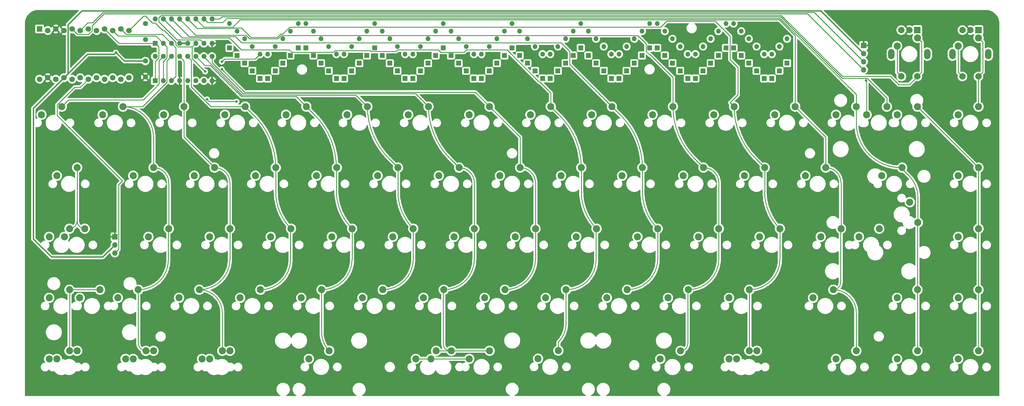
<source format=gtl>
G04 #@! TF.GenerationSoftware,KiCad,Pcbnew,9.0.2*
G04 #@! TF.CreationDate,2025-07-10T02:03:08+05:30*
G04 #@! TF.ProjectId,meowboard,6d656f77-626f-4617-9264-2e6b69636164,rev?*
G04 #@! TF.SameCoordinates,Original*
G04 #@! TF.FileFunction,Copper,L1,Top*
G04 #@! TF.FilePolarity,Positive*
%FSLAX46Y46*%
G04 Gerber Fmt 4.6, Leading zero omitted, Abs format (unit mm)*
G04 Created by KiCad (PCBNEW 9.0.2) date 2025-07-10 02:03:08*
%MOMM*%
%LPD*%
G01*
G04 APERTURE LIST*
G04 #@! TA.AperFunction,Conductor*
%ADD10C,0.200000*%
G04 #@! TD*
G04 #@! TA.AperFunction,ComponentPad*
%ADD11C,2.200000*%
G04 #@! TD*
G04 #@! TA.AperFunction,ComponentPad*
%ADD12C,1.600000*%
G04 #@! TD*
G04 #@! TA.AperFunction,ComponentPad*
%ADD13R,1.500000X1.500000*%
G04 #@! TD*
G04 #@! TA.AperFunction,ComponentPad*
%ADD14O,1.500000X1.500000*%
G04 #@! TD*
G04 #@! TA.AperFunction,ComponentPad*
%ADD15R,1.600000X1.600000*%
G04 #@! TD*
G04 #@! TA.AperFunction,ComponentPad*
%ADD16O,1.600000X1.600000*%
G04 #@! TD*
G04 #@! TA.AperFunction,ComponentPad*
%ADD17R,1.700000X1.700000*%
G04 #@! TD*
G04 #@! TA.AperFunction,ComponentPad*
%ADD18O,1.700000X1.700000*%
G04 #@! TD*
G04 #@! TA.AperFunction,WasherPad*
%ADD19O,2.000000X3.200000*%
G04 #@! TD*
G04 #@! TA.AperFunction,ComponentPad*
%ADD20R,2.000000X2.000000*%
G04 #@! TD*
G04 #@! TA.AperFunction,ComponentPad*
%ADD21C,2.000000*%
G04 #@! TD*
G04 #@! TA.AperFunction,ComponentPad*
%ADD22R,1.752600X1.752600*%
G04 #@! TD*
G04 #@! TA.AperFunction,ComponentPad*
%ADD23C,1.752600*%
G04 #@! TD*
G04 #@! TA.AperFunction,ViaPad*
%ADD24C,0.800000*%
G04 #@! TD*
G04 #@! TA.AperFunction,Conductor*
%ADD25C,0.381000*%
G04 #@! TD*
G04 #@! TA.AperFunction,Conductor*
%ADD26C,0.254000*%
G04 #@! TD*
G04 APERTURE END LIST*
D10*
X150565000Y-85645000D02*
X150412500Y-85950000D01*
D11*
X274715000Y-66545000D03*
X268365000Y-69085000D03*
X332015000Y-142945000D03*
X325665000Y-145485000D03*
D12*
X90725000Y-40587500D03*
X90725000Y-45587500D03*
D11*
X150565000Y-85645000D03*
X144215000Y-88185000D03*
X322465000Y-66545000D03*
X316115000Y-69085000D03*
X193540000Y-104745000D03*
X187190000Y-107285000D03*
X112365000Y-85645000D03*
X106015000Y-88185000D03*
X305752500Y-123845000D03*
X299402500Y-126385000D03*
D13*
X260237500Y-57757500D03*
D14*
X260237500Y-50137500D03*
D11*
X312915000Y-66545000D03*
X306565000Y-69085000D03*
D15*
X93762500Y-46775000D03*
D16*
X96302500Y-46775000D03*
X98842500Y-46775000D03*
X101382500Y-46775000D03*
X103922500Y-46775000D03*
X106462500Y-46775000D03*
X109002500Y-46775000D03*
X111542500Y-46775000D03*
X111542500Y-39155000D03*
X109002500Y-39155000D03*
X106462500Y-39155000D03*
X103922500Y-39155000D03*
X101382500Y-39155000D03*
X98842500Y-39155000D03*
X96302500Y-39155000D03*
X93762500Y-39155000D03*
D11*
X351115000Y-104745000D03*
X344765000Y-107285000D03*
D17*
X315175000Y-47445000D03*
D18*
X315175000Y-49985000D03*
X315175000Y-52525000D03*
X315175000Y-55065000D03*
D13*
X288887500Y-55370000D03*
D14*
X288887500Y-47750000D03*
D13*
X219650000Y-55370000D03*
D14*
X219650000Y-47750000D03*
D13*
X212487500Y-55370000D03*
D14*
X212487500Y-47750000D03*
D11*
X107590000Y-123845000D03*
X101240000Y-126385000D03*
D13*
X157575000Y-52982500D03*
D14*
X157575000Y-45362500D03*
D13*
X210100000Y-52982500D03*
D14*
X210100000Y-45362500D03*
D11*
X289040000Y-104745000D03*
X282690000Y-107285000D03*
D15*
X93762500Y-58487500D03*
D16*
X96302500Y-58487500D03*
X98842500Y-58487500D03*
X101382500Y-58487500D03*
X103922500Y-58487500D03*
X106462500Y-58487500D03*
X109002500Y-58487500D03*
X111542500Y-58487500D03*
X111542500Y-50867500D03*
X109002500Y-50867500D03*
X106462500Y-50867500D03*
X103922500Y-50867500D03*
X101382500Y-50867500D03*
X98842500Y-50867500D03*
X96302500Y-50867500D03*
X93762500Y-50867500D03*
D13*
X243525000Y-52982500D03*
D14*
X243525000Y-45362500D03*
D13*
X286500000Y-57757500D03*
D14*
X286500000Y-50137500D03*
D11*
X164890000Y-123845000D03*
X158540000Y-126385000D03*
X169665000Y-85645000D03*
X163315000Y-88185000D03*
X64615000Y-66545000D03*
X58265000Y-69085000D03*
X121915000Y-66545000D03*
X115565000Y-69085000D03*
X67002500Y-123845000D03*
X60652500Y-126385000D03*
D13*
X253075000Y-50595000D03*
D14*
X253075000Y-42975000D03*
D11*
X279490000Y-142945000D03*
X273140000Y-145485000D03*
D13*
X248300000Y-48207500D03*
D14*
X248300000Y-40587500D03*
D13*
X167125000Y-52982500D03*
D14*
X167125000Y-45362500D03*
D11*
X303365000Y-85645000D03*
X297015000Y-88185000D03*
X136240000Y-104745000D03*
X129890000Y-107285000D03*
D13*
X124150000Y-55370000D03*
D14*
X124150000Y-47750000D03*
D11*
X117140000Y-142945000D03*
X110790000Y-145485000D03*
D13*
X121762500Y-52982500D03*
D14*
X121762500Y-45362500D03*
D11*
X155340000Y-104745000D03*
X148990000Y-107285000D03*
X148177500Y-142920000D03*
X141827500Y-145460000D03*
X160115000Y-66545000D03*
X153765000Y-69085000D03*
D13*
X152800000Y-57757500D03*
D14*
X152800000Y-50137500D03*
D11*
X114758750Y-142945000D03*
X108408750Y-145485000D03*
X236515000Y-66545000D03*
X230165000Y-69085000D03*
D13*
X164737500Y-50595000D03*
D14*
X164737500Y-42975000D03*
D11*
X88490000Y-123845000D03*
X82140000Y-126385000D03*
X83715000Y-66545000D03*
X77365000Y-69085000D03*
D13*
X179062500Y-52982500D03*
D14*
X179062500Y-45362500D03*
D13*
X193387500Y-57757500D03*
D14*
X193387500Y-50137500D03*
D11*
X188765000Y-85645000D03*
X182415000Y-88185000D03*
D13*
X140862500Y-48207500D03*
D14*
X140862500Y-40587500D03*
D13*
X195775000Y-57757500D03*
D14*
X195775000Y-50137500D03*
D11*
X179215000Y-66545000D03*
X172865000Y-69085000D03*
D13*
X272175000Y-48207500D03*
D14*
X272175000Y-40587500D03*
D13*
X276950000Y-50595000D03*
D14*
X276950000Y-42975000D03*
D13*
X176675000Y-55370000D03*
D14*
X176675000Y-47750000D03*
D11*
X351115000Y-123845000D03*
X344765000Y-126385000D03*
X174440000Y-104745000D03*
X168090000Y-107285000D03*
D13*
X241137500Y-55370000D03*
D14*
X241137500Y-47750000D03*
D13*
X138475000Y-48207500D03*
D14*
X138475000Y-40587500D03*
D11*
X186377500Y-142920000D03*
X180027500Y-145460000D03*
X260390000Y-123845000D03*
X254040000Y-126385000D03*
X293815000Y-66545000D03*
X287465000Y-69085000D03*
D13*
X231587500Y-52982500D03*
D14*
X231587500Y-45362500D03*
D11*
X332015000Y-45057500D03*
X325665000Y-47597500D03*
X183990000Y-123845000D03*
X177640000Y-126385000D03*
D13*
X145637500Y-52982500D03*
D14*
X145637500Y-45362500D03*
D13*
X265012500Y-55370000D03*
D14*
X265012500Y-47750000D03*
D13*
X214875000Y-57757500D03*
D14*
X214875000Y-50137500D03*
D11*
X351115000Y-45057500D03*
X344765000Y-47597500D03*
D13*
X148025000Y-55370000D03*
D14*
X148025000Y-47750000D03*
D13*
X198162500Y-55370000D03*
D14*
X198162500Y-47750000D03*
D11*
X332015000Y-123845000D03*
X325665000Y-126385000D03*
X312915000Y-142945000D03*
X306565000Y-145485000D03*
X258002500Y-142945000D03*
X251652500Y-145485000D03*
D13*
X269787500Y-50595000D03*
D14*
X269787500Y-42975000D03*
D11*
X141015000Y-66545000D03*
X134665000Y-69085000D03*
X250840000Y-104745000D03*
X244490000Y-107285000D03*
D13*
X200550000Y-52982500D03*
D14*
X200550000Y-45362500D03*
D13*
X255462500Y-52982500D03*
D14*
X255462500Y-45362500D03*
D13*
X191000000Y-55370000D03*
D14*
X191000000Y-47750000D03*
D11*
X90877500Y-142945000D03*
X84527500Y-145485000D03*
D13*
X186225000Y-50595000D03*
D14*
X186225000Y-42975000D03*
D11*
X241290000Y-123845000D03*
X234940000Y-126385000D03*
D13*
X162350000Y-48207500D03*
D14*
X162350000Y-40587500D03*
D13*
X279337500Y-52982500D03*
D14*
X279337500Y-45362500D03*
D11*
X308140000Y-104745000D03*
X301790000Y-107285000D03*
X332015000Y-66545000D03*
X325665000Y-69085000D03*
X351115000Y-66545000D03*
X344765000Y-69085000D03*
D13*
X171900000Y-57757500D03*
D14*
X171900000Y-50137500D03*
D13*
X217262500Y-57757500D03*
D14*
X217262500Y-50137500D03*
D11*
X145790000Y-123845000D03*
X139440000Y-126385000D03*
X327240000Y-85645000D03*
X320890000Y-88185000D03*
X332167500Y-102815000D03*
X329627500Y-96465000D03*
D13*
X133700000Y-52982500D03*
D14*
X133700000Y-45362500D03*
D13*
X224425000Y-50595000D03*
D14*
X224425000Y-42975000D03*
D11*
X320077500Y-104745000D03*
X313727500Y-107285000D03*
X255615000Y-66545000D03*
X249265000Y-69085000D03*
X102815000Y-66545000D03*
X96465000Y-69085000D03*
D13*
X233975000Y-55370000D03*
D14*
X233975000Y-47750000D03*
D11*
X98040000Y-104745000D03*
X91690000Y-107285000D03*
D13*
X262625000Y-57757500D03*
D14*
X262625000Y-50137500D03*
D11*
X222190000Y-123845000D03*
X215840000Y-126385000D03*
X198315000Y-66545000D03*
X191965000Y-69085000D03*
D13*
X250687500Y-48207500D03*
D14*
X250687500Y-40587500D03*
D19*
X335075000Y-50137500D03*
X323875000Y-50137500D03*
D20*
X331975000Y-42637500D03*
D21*
X326975000Y-42637500D03*
X329475000Y-42637500D03*
X326975000Y-57137500D03*
X331975000Y-57137500D03*
D19*
X354175000Y-50137500D03*
X342975000Y-50137500D03*
D20*
X351075000Y-42637500D03*
D21*
X346075000Y-42637500D03*
X348575000Y-42637500D03*
X346075000Y-57137500D03*
X351075000Y-57137500D03*
D13*
X202937500Y-50595000D03*
D14*
X202937500Y-42975000D03*
D13*
X116987500Y-48207500D03*
D14*
X116987500Y-40587500D03*
D11*
X126690000Y-123845000D03*
X120340000Y-126385000D03*
X217415000Y-66545000D03*
X211065000Y-69085000D03*
D13*
X205325000Y-48207500D03*
D14*
X205325000Y-40587500D03*
D13*
X143250000Y-50595000D03*
D14*
X143250000Y-42975000D03*
D11*
X284265000Y-85645000D03*
X277915000Y-88185000D03*
X265165000Y-85645000D03*
X258815000Y-88185000D03*
X67002500Y-104745000D03*
X60652500Y-107285000D03*
D13*
X131312500Y-55370000D03*
D14*
X131312500Y-47750000D03*
D11*
X198315000Y-142920000D03*
X191965000Y-145460000D03*
X212640000Y-104745000D03*
X206290000Y-107285000D03*
X231740000Y-104745000D03*
X225390000Y-107285000D03*
X207865000Y-85645000D03*
X201515000Y-88185000D03*
X351115000Y-85645000D03*
X344765000Y-88185000D03*
X281877500Y-142945000D03*
X275527500Y-145485000D03*
X69390000Y-142945000D03*
X63040000Y-145485000D03*
X76552500Y-123845000D03*
X70202500Y-126385000D03*
D13*
X159962500Y-50595000D03*
D14*
X159962500Y-42975000D03*
D11*
X279490000Y-123845000D03*
X273140000Y-126385000D03*
X226965000Y-85645000D03*
X220615000Y-88185000D03*
D13*
X281725000Y-55370000D03*
D14*
X281725000Y-47750000D03*
D13*
X126537500Y-57757500D03*
D14*
X126537500Y-50137500D03*
D11*
X131465000Y-85645000D03*
X125115000Y-88185000D03*
D13*
X229200000Y-50595000D03*
D14*
X229200000Y-42975000D03*
D13*
X284112500Y-57757500D03*
D14*
X284112500Y-50137500D03*
D13*
X183837500Y-48207500D03*
D14*
X183837500Y-40587500D03*
D13*
X169512500Y-55370000D03*
D14*
X169512500Y-47750000D03*
D13*
X291275000Y-52982500D03*
D14*
X291275000Y-45362500D03*
D11*
X351115000Y-142945000D03*
X344765000Y-145485000D03*
X269940000Y-104745000D03*
X263590000Y-107285000D03*
D13*
X222037500Y-52982500D03*
D14*
X222037500Y-45362500D03*
D13*
X267400000Y-52982500D03*
D14*
X267400000Y-45362500D03*
D11*
X93265000Y-142945000D03*
X86915000Y-145485000D03*
D13*
X128925000Y-57757500D03*
D14*
X128925000Y-50137500D03*
D12*
X90725000Y-52300000D03*
X90725000Y-57300000D03*
D11*
X246065000Y-85645000D03*
X239715000Y-88185000D03*
X181602500Y-142945000D03*
X175252500Y-145485000D03*
X203090000Y-123845000D03*
X196740000Y-126385000D03*
D13*
X226812500Y-48207500D03*
D14*
X226812500Y-40587500D03*
D13*
X257850000Y-55370000D03*
D14*
X257850000Y-47750000D03*
D11*
X69390000Y-85645000D03*
X63040000Y-88185000D03*
X67002500Y-142945000D03*
X60652500Y-145485000D03*
D13*
X136087500Y-50595000D03*
D14*
X136087500Y-42975000D03*
D13*
X274562500Y-48207500D03*
D14*
X274562500Y-40587500D03*
D13*
X181450000Y-50595000D03*
D14*
X181450000Y-42975000D03*
D13*
X155187500Y-55370000D03*
D14*
X155187500Y-47750000D03*
D13*
X236362500Y-57757500D03*
D14*
X236362500Y-50137500D03*
D13*
X207712500Y-50595000D03*
D14*
X207712500Y-42975000D03*
D13*
X238750000Y-57757500D03*
D14*
X238750000Y-50137500D03*
D11*
X71777500Y-104745000D03*
X65427500Y-107285000D03*
D13*
X150412500Y-57757500D03*
D14*
X150412500Y-50137500D03*
D13*
X188612500Y-52982500D03*
D14*
X188612500Y-45362500D03*
D13*
X174287500Y-57757500D03*
D14*
X174287500Y-50137500D03*
D11*
X219802500Y-142890000D03*
X213452500Y-145430000D03*
X93265000Y-85645000D03*
X86915000Y-88185000D03*
D13*
X119375000Y-50595000D03*
D14*
X119375000Y-42975000D03*
D11*
X117140000Y-104745000D03*
X110790000Y-107285000D03*
D13*
X245912500Y-50595000D03*
D14*
X245912500Y-42975000D03*
D22*
X57655000Y-42288900D03*
D23*
X60195000Y-42746100D03*
X62735000Y-42288900D03*
X65275000Y-42746100D03*
X67815000Y-42288900D03*
X70355000Y-42746100D03*
X72895000Y-42288900D03*
X75435000Y-42746100D03*
X77975000Y-42288900D03*
X80515000Y-42746100D03*
X83055000Y-42288900D03*
X85595000Y-42746100D03*
X85595000Y-57528900D03*
X83055000Y-57986100D03*
X80515000Y-57528900D03*
X77975000Y-57986100D03*
X75435000Y-57528900D03*
X72895000Y-57986100D03*
X70355000Y-57528900D03*
X67815000Y-57986100D03*
X65275000Y-57528900D03*
X62735000Y-57986100D03*
X60195000Y-57528900D03*
X57655000Y-57986100D03*
D17*
X81175000Y-107285000D03*
D18*
X81175000Y-109825000D03*
X81175000Y-112365000D03*
D24*
X81490000Y-49670000D03*
X114600000Y-52525000D03*
X109996682Y-64290818D03*
X119200000Y-65000000D03*
X316000000Y-58400000D03*
X114600000Y-54912500D03*
X109400000Y-55600000D03*
D25*
X81022500Y-50137500D02*
X81490000Y-49670000D01*
X66541311Y-40896189D02*
X70833070Y-36604430D01*
X65275000Y-57528900D02*
X55704979Y-67098921D01*
X301794430Y-36604430D02*
X315175000Y-49985000D01*
X84120000Y-52300000D02*
X90725000Y-52300000D01*
X66541311Y-56262589D02*
X66541311Y-40896189D01*
X70833070Y-36604430D02*
X301794430Y-36604430D01*
X72666400Y-50137500D02*
X81022500Y-50137500D01*
X81490000Y-49670000D02*
X84120000Y-52300000D01*
X61338145Y-113605011D02*
X77394989Y-113605011D01*
X55704979Y-67098921D02*
X55704979Y-107971845D01*
X65275000Y-57528900D02*
X72666400Y-50137500D01*
X77394989Y-113605011D02*
X81175000Y-109825000D01*
X55704979Y-107971845D02*
X61338145Y-113605011D01*
D26*
X115453489Y-51671511D02*
X114600000Y-52525000D01*
X125003489Y-51671511D02*
X115453489Y-51671511D01*
X126537500Y-50137500D02*
X125003489Y-51671511D01*
X110705864Y-65000000D02*
X109996682Y-64290818D01*
X119200000Y-65000000D02*
X110705864Y-65000000D01*
X316115000Y-58515000D02*
X316115000Y-69085000D01*
X316000000Y-58400000D02*
X316115000Y-58515000D01*
X325665000Y-55827500D02*
X326975000Y-57137500D01*
X325665000Y-47597500D02*
X325665000Y-55827500D01*
X344765000Y-55827500D02*
X346075000Y-57137500D01*
X344765000Y-47597500D02*
X344765000Y-55827500D01*
X175252500Y-145485000D02*
X180002500Y-145485000D01*
X180027500Y-145460000D02*
X191965000Y-145460000D01*
X180002500Y-145485000D02*
X180027500Y-145460000D01*
X77478550Y-37121450D02*
X299771450Y-37121450D01*
X74232189Y-40367811D02*
X77478550Y-37121450D01*
X72733289Y-40367811D02*
X70355000Y-42746100D01*
X74232189Y-40367811D02*
X72733289Y-40367811D01*
X299771450Y-37121450D02*
X315175000Y-52525000D01*
X74097811Y-42787122D02*
X72936022Y-43948911D01*
X74097811Y-41277159D02*
X74097811Y-42787122D01*
X315175000Y-55065000D02*
X297684970Y-37574970D01*
X77800000Y-37574970D02*
X74097811Y-41277159D01*
X72936022Y-43948911D02*
X69475011Y-43948911D01*
X69475011Y-43948911D02*
X67815000Y-42288900D01*
X297684970Y-37574970D02*
X77800000Y-37574970D01*
X70376100Y-60505000D02*
X68637608Y-60505000D01*
X63188489Y-69377580D02*
X65928479Y-72117570D01*
X63188489Y-65954119D02*
X63188489Y-69377580D01*
X83562500Y-89767064D02*
X82351511Y-90978053D01*
X82351511Y-90978053D02*
X82351511Y-111188489D01*
X65928479Y-72133043D02*
X83562500Y-89767064D01*
X72895000Y-57986100D02*
X70376100Y-60505000D01*
X68637608Y-60505000D02*
X63188489Y-65954119D01*
X82351511Y-111188489D02*
X81175000Y-112365000D01*
X65928479Y-72117570D02*
X65928479Y-72133043D01*
X351115000Y-104745000D02*
X351115000Y-85645000D01*
X316300932Y-57673489D02*
X308473489Y-57673489D01*
X351115000Y-85645000D02*
X332015000Y-66545000D01*
X289282009Y-38482009D02*
X114600000Y-38482009D01*
X308473489Y-57673489D02*
X289282009Y-38482009D01*
X114600000Y-38482009D02*
X113927009Y-39155000D01*
X322465000Y-66545000D02*
X322465000Y-63837557D01*
X113927009Y-39155000D02*
X111542500Y-39155000D01*
X351115000Y-123845000D02*
X351115000Y-104745000D01*
X351115000Y-142945000D02*
X351115000Y-123845000D01*
X322465000Y-63837557D02*
X316300932Y-57673489D01*
X67002500Y-142945000D02*
X69390000Y-142945000D01*
X66697500Y-64462500D02*
X64615000Y-66545000D01*
X67002500Y-123845000D02*
X76552500Y-123845000D01*
X95000000Y-52170000D02*
X95000000Y-59503022D01*
X95000000Y-59503022D02*
X90040522Y-64462500D01*
X90040522Y-64462500D02*
X66697500Y-64462500D01*
X69390000Y-85645000D02*
X69390000Y-102357500D01*
X96302500Y-50867500D02*
X95000000Y-52170000D01*
X67002500Y-123845000D02*
X67002500Y-142945000D01*
X69390000Y-102357500D02*
G75*
G03*
X71777500Y-104745000I2387500J0D01*
G01*
X69390000Y-102357500D02*
G75*
G02*
X67002500Y-104745000I-2387500J0D01*
G01*
X93265000Y-142945000D02*
X90877500Y-142945000D01*
X89838128Y-66545000D02*
X83715000Y-66545000D01*
X98842500Y-50867500D02*
X97429011Y-52280989D01*
X97429011Y-58954117D02*
X89838128Y-66545000D01*
X97429011Y-52280989D02*
X97429011Y-58954117D01*
X88490000Y-140557500D02*
X88490000Y-123845000D01*
X97887500Y-114600000D02*
X97887500Y-104897500D01*
X98040000Y-104745000D02*
X98040000Y-90420000D01*
X93265000Y-85645000D02*
X93265000Y-76095000D01*
X88490000Y-123845000D02*
X88642500Y-123845000D01*
X97887500Y-104897500D02*
G75*
G02*
X98040000Y-104745000I152500J0D01*
G01*
X90877500Y-142945000D02*
G75*
G02*
X88490000Y-140557500I0J2387500D01*
G01*
X93265000Y-76095000D02*
G75*
G03*
X83715000Y-66545000I-9550000J0D01*
G01*
X98040000Y-90420000D02*
G75*
G03*
X93265000Y-85645000I-4775000J0D01*
G01*
X88642500Y-123845000D02*
G75*
G03*
X97887500Y-114600000I0J9245000D01*
G01*
X102815000Y-76095000D02*
X112365000Y-85645000D01*
X117140000Y-104745000D02*
X117140000Y-90420000D01*
X117140000Y-104745000D02*
X117140000Y-114295000D01*
X114758750Y-142945000D02*
X114758750Y-131013750D01*
X102795989Y-66525989D02*
X102815000Y-66545000D01*
X102815000Y-66545000D02*
X102815000Y-76095000D01*
X101382500Y-50867500D02*
X102795989Y-52280989D01*
X102795989Y-52280989D02*
X102795989Y-66525989D01*
X117140000Y-142945000D02*
X114758750Y-142945000D01*
X117140000Y-114295000D02*
G75*
G02*
X107590000Y-123845000I-9550000J0D01*
G01*
X114758750Y-131013750D02*
G75*
G03*
X107590000Y-123845000I-7168750J0D01*
G01*
X117140000Y-90420000D02*
G75*
G03*
X112365000Y-85645000I-4775000J0D01*
G01*
X111223436Y-66545000D02*
X121915000Y-66545000D01*
X103922500Y-50867500D02*
X105050000Y-51995000D01*
X105050000Y-51995000D02*
X105050000Y-60371564D01*
X131465000Y-85645000D02*
X131465000Y-93217131D01*
X121915000Y-66545000D02*
X124712130Y-69342130D01*
X136087500Y-114447500D02*
X136087500Y-104897500D01*
X105050000Y-60371564D02*
X111223436Y-66545000D01*
X124712130Y-69342130D02*
G75*
G02*
X131465012Y-85645000I-16302830J-16302870D01*
G01*
X131465000Y-93217131D02*
G75*
G03*
X136240002Y-104744998I16302860J1D01*
G01*
X126690000Y-123845000D02*
G75*
G03*
X136087500Y-114447500I0J9397500D01*
G01*
X136087500Y-104897500D02*
G75*
G02*
X136240000Y-104745000I152500J0D01*
G01*
X145790000Y-123845000D02*
X145790000Y-137156066D01*
X106462500Y-50867500D02*
X109275095Y-53680095D01*
X109275095Y-53680095D02*
X111057404Y-53680095D01*
X155340000Y-114295000D02*
X155340000Y-104745000D01*
X141015000Y-66545000D02*
X143557674Y-69087674D01*
X137905560Y-63435560D02*
X141015000Y-66545000D01*
X111057404Y-53680095D02*
X120812869Y-63435560D01*
X120812869Y-63435560D02*
X137905560Y-63435560D01*
X150412500Y-85636688D02*
X150412500Y-92848963D01*
X143557674Y-69087674D02*
G75*
G02*
X150412520Y-85636688I-16548974J-16549026D01*
G01*
X145790000Y-123845000D02*
G75*
G03*
X155340000Y-114295000I0J9550000D01*
G01*
X145790000Y-137156066D02*
G75*
G03*
X148177490Y-142920010I8151400J-34D01*
G01*
X150412500Y-92848963D02*
G75*
G03*
X155340003Y-104744997I16823530J3D01*
G01*
X121000723Y-62982040D02*
X156552040Y-62982040D01*
X169665000Y-85645000D02*
X169665000Y-93217131D01*
X174440000Y-114295000D02*
X174440000Y-104745000D01*
X109002500Y-50983817D02*
X121000723Y-62982040D01*
X109002500Y-50867500D02*
X109002500Y-50983817D01*
X156552040Y-62982040D02*
X160115000Y-66545000D01*
X166867870Y-82847870D02*
X169665000Y-85645000D01*
X164890000Y-123845000D02*
G75*
G03*
X174440000Y-114295000I0J9550000D01*
G01*
X160115000Y-66545000D02*
G75*
G03*
X166867878Y-82847862I23055700J0D01*
G01*
X169665000Y-93217131D02*
G75*
G03*
X174440002Y-104744998I16302860J1D01*
G01*
X175198520Y-62528520D02*
X179215000Y-66545000D01*
X193540000Y-104745000D02*
X193540000Y-90420000D01*
X121188577Y-62528520D02*
X175198520Y-62528520D01*
X193540000Y-114295000D02*
X193540000Y-104745000D01*
X188765000Y-85645000D02*
X185967870Y-82847870D01*
X183837500Y-140862500D02*
X183837500Y-123997500D01*
X181662855Y-142920000D02*
X186377500Y-142920000D01*
X111542500Y-52882443D02*
X121188577Y-62528520D01*
X111542500Y-50867500D02*
X111542500Y-52882443D01*
X198315000Y-142920000D02*
X186377500Y-142920000D01*
X193540000Y-90420000D02*
G75*
G03*
X188765000Y-85645000I-4775000J0D01*
G01*
X181662855Y-142920000D02*
G75*
G03*
X181602534Y-142945034I45J-85300D01*
G01*
X185967870Y-82847870D02*
G75*
G02*
X179214988Y-66545000I16302830J16302870D01*
G01*
X183990000Y-123845000D02*
G75*
G03*
X193540000Y-114295000I0J9550000D01*
G01*
X183837500Y-123997500D02*
G75*
G02*
X183990000Y-123845000I152500J0D01*
G01*
X185895000Y-142920000D02*
G75*
G02*
X183837500Y-140862500I0J2057500D01*
G01*
X212640000Y-104745000D02*
X212640000Y-90420000D01*
X121762500Y-62075000D02*
X193845000Y-62075000D01*
X198315000Y-66545000D02*
X207865000Y-76095000D01*
X193845000Y-62075000D02*
X198315000Y-66545000D01*
X212640000Y-114295000D02*
X212640000Y-104745000D01*
X114600000Y-54912500D02*
X121762500Y-62075000D01*
X207865000Y-76095000D02*
X207865000Y-85645000D01*
X203090000Y-123845000D02*
G75*
G03*
X212640000Y-114295000I0J9550000D01*
G01*
X212640000Y-90420000D02*
G75*
G03*
X207865000Y-85645000I-4775000J0D01*
G01*
X220212130Y-69342130D02*
X217415000Y-66545000D01*
X182995467Y-49518489D02*
X190308022Y-49518489D01*
X222190000Y-123845000D02*
X222342500Y-123845000D01*
X135702967Y-48826511D02*
X136394945Y-49518489D01*
X190308022Y-49518489D02*
X191000000Y-48826511D01*
X136394945Y-49518489D02*
X149509093Y-49518489D01*
X96302500Y-39155000D02*
X102254540Y-45107040D01*
X149509093Y-49518489D02*
X149966593Y-49060989D01*
X217415000Y-62227500D02*
X217415000Y-66545000D01*
X169512500Y-48826511D02*
X182303489Y-48826511D01*
X214021511Y-58834011D02*
X217415000Y-62227500D01*
X226965000Y-93217131D02*
X226965000Y-85645000D01*
X222190000Y-134484555D02*
X222190000Y-123845000D01*
X213798489Y-58834011D02*
X214021511Y-58834011D01*
X231587500Y-114600000D02*
X231587500Y-104897500D01*
X161273489Y-49284011D02*
X169055000Y-49284011D01*
X161050467Y-49060989D02*
X161273489Y-49284011D01*
X203790989Y-48826511D02*
X213798489Y-58834011D01*
X182303489Y-48826511D02*
X182995467Y-49518489D01*
X116987500Y-45107040D02*
X120706971Y-48826511D01*
X102254540Y-45107040D02*
X116987500Y-45107040D01*
X149966593Y-49060989D02*
X161050467Y-49060989D01*
X219802500Y-142890000D02*
X219802500Y-140248489D01*
X191000000Y-48826511D02*
X203790989Y-48826511D01*
X169055000Y-49284011D02*
X169512500Y-48826511D01*
X120706971Y-48826511D02*
X135702967Y-48826511D01*
X231740000Y-104745000D02*
G75*
G02*
X226964987Y-93217131I11527900J11527900D01*
G01*
X219802500Y-140248489D02*
G75*
G03*
X222189978Y-134484555I-5763900J5763889D01*
G01*
X226965000Y-85645000D02*
G75*
G03*
X220212122Y-69342138I-23055700J0D01*
G01*
X222342500Y-123845000D02*
G75*
G03*
X231587500Y-114600000I0J9245000D01*
G01*
X231587500Y-104897500D02*
G75*
G02*
X231740000Y-104745000I152500J0D01*
G01*
X223348489Y-53378489D02*
X223348489Y-49295467D01*
X246065000Y-93217131D02*
X246065000Y-85645000D01*
X104341020Y-44653520D02*
X98842500Y-39155000D01*
X118900498Y-44653520D02*
X104341020Y-44653520D01*
X120846978Y-46600000D02*
X118900498Y-44653520D01*
X220653022Y-46600000D02*
X120846978Y-46600000D01*
X239312130Y-69342130D02*
X236515000Y-66545000D01*
X223348489Y-49295467D02*
X220653022Y-46600000D01*
X250840000Y-114295000D02*
X250840000Y-104745000D01*
X236515000Y-66545000D02*
X223348489Y-53378489D01*
X250840000Y-104745000D02*
G75*
G02*
X246064987Y-93217131I11527900J11527900D01*
G01*
X246065000Y-85645000D02*
G75*
G03*
X239312122Y-69342138I-23055700J0D01*
G01*
X241290000Y-123845000D02*
G75*
G03*
X250840000Y-114295000I0J9550000D01*
G01*
X269940000Y-114295000D02*
X269940000Y-104745000D01*
X123284918Y-45362500D02*
X122122418Y-44200000D01*
X248300000Y-50360522D02*
X247223489Y-49284011D01*
X133254093Y-44285989D02*
X132177582Y-45362500D01*
X265165000Y-85645000D02*
X262367870Y-82847870D01*
X244601511Y-44285989D02*
X133254093Y-44285989D01*
X269940000Y-104745000D02*
X269940000Y-90420000D01*
X247223489Y-49284011D02*
X247223489Y-46907967D01*
X260237500Y-140710000D02*
X260237500Y-123997500D01*
X248523022Y-50360522D02*
X248300000Y-50360522D01*
X247223489Y-46907967D02*
X244601511Y-44285989D01*
X132177582Y-45362500D02*
X123284918Y-45362500D01*
X255615000Y-66545000D02*
X255615000Y-57452500D01*
X122122418Y-44200000D02*
X106427500Y-44200000D01*
X255615000Y-57452500D02*
X248523022Y-50360522D01*
X106427500Y-44200000D02*
X101382500Y-39155000D01*
X269940000Y-90420000D02*
G75*
G03*
X265165000Y-85645000I-4775000J0D01*
G01*
X262367870Y-82847870D02*
G75*
G02*
X255614988Y-66545000I16302830J16302870D01*
G01*
X258002500Y-142945000D02*
G75*
G03*
X260237500Y-140710000I0J2235000D01*
G01*
X260390000Y-123845000D02*
G75*
G03*
X269940000Y-114295000I0J9550000D01*
G01*
X260237500Y-123997500D02*
G75*
G02*
X260390000Y-123845000I152500J0D01*
G01*
X284265000Y-85645000D02*
X281467870Y-82847870D01*
X273485989Y-65315989D02*
X274715000Y-66545000D01*
X135876071Y-41664011D02*
X251821127Y-41664011D01*
X251821127Y-41664011D02*
X253642569Y-39842569D01*
X273485989Y-44520467D02*
X273485989Y-51835989D01*
X118470907Y-41898489D02*
X120685989Y-41898489D01*
X281877500Y-142945000D02*
X279490000Y-142945000D01*
X133066239Y-43832469D02*
X133707613Y-43832469D01*
X279490000Y-142945000D02*
X279490000Y-123845000D01*
X103922500Y-39155000D02*
X106885031Y-42117531D01*
X106885031Y-42117531D02*
X118251865Y-42117531D01*
X289040000Y-114295000D02*
X289040000Y-104745000D01*
X118251865Y-42117531D02*
X118470907Y-41898489D01*
X284265000Y-93217131D02*
X284265000Y-85645000D01*
X275910000Y-62891978D02*
X273485989Y-65315989D01*
X133707613Y-43832469D02*
X135876071Y-41664011D01*
X131991218Y-44907490D02*
X133066239Y-43832469D01*
X123694990Y-44907490D02*
X131991218Y-44907490D01*
X273485989Y-51835989D02*
X275910000Y-54260000D01*
X275910000Y-54260000D02*
X275910000Y-62891978D01*
X120685989Y-41898489D02*
X123694990Y-44907490D01*
X253642569Y-39842569D02*
X268808091Y-39842569D01*
X268808091Y-39842569D02*
X273485989Y-44520467D01*
X281467870Y-82847870D02*
G75*
G02*
X274714988Y-66545000I16302830J16302870D01*
G01*
X289040000Y-104745000D02*
G75*
G02*
X284264987Y-93217131I11527900J11527900D01*
G01*
X279490000Y-123845000D02*
G75*
G03*
X289040000Y-114295000I0J9550000D01*
G01*
X303365000Y-76095000D02*
X303365000Y-85645000D01*
X308014021Y-121583479D02*
X308014021Y-105049140D01*
X293815000Y-44316549D02*
X293815000Y-66545000D01*
X312915000Y-131007500D02*
X312915000Y-142945000D01*
X118064011Y-41664011D02*
X120338973Y-39389049D01*
X120338973Y-39389049D02*
X288887500Y-39389049D01*
X106462500Y-39155000D02*
X108971511Y-41664011D01*
X288887500Y-39389049D02*
X293815000Y-44316549D01*
X308140000Y-90420000D02*
X308140000Y-104745000D01*
X293815000Y-66545000D02*
X303365000Y-76095000D01*
X108971511Y-41664011D02*
X118064011Y-41664011D01*
X305752500Y-123845000D02*
G75*
G02*
X312915000Y-131007500I0J-7162500D01*
G01*
X303365000Y-85645000D02*
G75*
G02*
X308140000Y-90420000I0J-4775000D01*
G01*
X308014021Y-105049140D02*
G75*
G02*
X308139988Y-104744988I430079J40D01*
G01*
X305752500Y-123845000D02*
G75*
G03*
X308014000Y-121583479I0J2261500D01*
G01*
X327240000Y-85645000D02*
X326782500Y-85645000D01*
X109002500Y-39155000D02*
X110129011Y-40281511D01*
X116251971Y-38935529D02*
X289075354Y-38935529D01*
X332015000Y-142945000D02*
X332015000Y-123845000D01*
X110129011Y-40281511D02*
X114905989Y-40281511D01*
X289075354Y-38935529D02*
X312915000Y-62775175D01*
X329475000Y-88337500D02*
X327563502Y-86426002D01*
X312915000Y-62775175D02*
X312915000Y-66545000D01*
X332167500Y-102815000D02*
X332167500Y-94837770D01*
X312915000Y-71777500D02*
X312915000Y-66545000D01*
X114905989Y-40281511D02*
X116251971Y-38935529D01*
X332015000Y-123845000D02*
X332015000Y-103183167D01*
X332167500Y-94837770D02*
G75*
G03*
X329474991Y-88337509I-9192800J-30D01*
G01*
X327563502Y-86426002D02*
G75*
G02*
X327239999Y-85645000I780998J781002D01*
G01*
X326782500Y-85645000D02*
G75*
G02*
X312915000Y-71777500I0J13867500D01*
G01*
X332015000Y-103183167D02*
G75*
G02*
X332167509Y-102815009I520700J-33D01*
G01*
X323624514Y-57137500D02*
X308578874Y-57137500D01*
X100560989Y-45648489D02*
X107875989Y-45648489D01*
X94889011Y-38810989D02*
X94889011Y-39976511D01*
X352428479Y-46370979D02*
X352428479Y-55784021D01*
X333328479Y-46370979D02*
X333328479Y-55784021D01*
X94889011Y-39976511D02*
X100560989Y-45648489D01*
X352428479Y-55784021D02*
X351075000Y-57137500D01*
X326174514Y-59687500D02*
X323624514Y-57137500D01*
X332015000Y-45057500D02*
X333328479Y-46370979D01*
X331975000Y-57187500D02*
X329475000Y-59687500D01*
X308578874Y-57137500D02*
X289469863Y-38028489D01*
X333328479Y-55784021D02*
X331975000Y-57137500D01*
X289469863Y-38028489D02*
X95671511Y-38028489D01*
X95671511Y-38028489D02*
X94889011Y-38810989D01*
X351115000Y-45057500D02*
X352428479Y-46370979D01*
X329475000Y-59687500D02*
X326174514Y-59687500D01*
X107875989Y-45648489D02*
X109002500Y-46775000D01*
X331975000Y-57137500D02*
X331975000Y-57187500D01*
X351115000Y-66545000D02*
X351115000Y-57177500D01*
X351115000Y-57177500D02*
G75*
G03*
X351075000Y-57137500I-40000J0D01*
G01*
X90725000Y-38200000D02*
X92955031Y-40430031D01*
X105335989Y-51535989D02*
X109400000Y-55600000D01*
X100255989Y-47241617D02*
X100915883Y-47901511D01*
X100255989Y-46308383D02*
X100255989Y-47241617D01*
X106462500Y-46775000D02*
X105335989Y-47901511D01*
X105335989Y-47901511D02*
X105335989Y-51535989D01*
X92955031Y-40430031D02*
X93828094Y-40430031D01*
X85595000Y-42746100D02*
X90141100Y-38200000D01*
X96144163Y-42746100D02*
X96693706Y-42746100D01*
X96693706Y-42746100D02*
X100255989Y-46308383D01*
X90141100Y-38200000D02*
X90725000Y-38200000D01*
X93828094Y-40430031D02*
X96144163Y-42746100D01*
X100915883Y-47901511D02*
X105335989Y-47901511D01*
X84715011Y-43948911D02*
X96016411Y-43948911D01*
X100255989Y-48188489D02*
X98842500Y-46775000D01*
X96016411Y-43948911D02*
X98842500Y-46775000D01*
X84715011Y-43948911D02*
X83055000Y-42288900D01*
X98842500Y-58487500D02*
X100255989Y-57074011D01*
X100255989Y-57074011D02*
X100255989Y-48188489D01*
X97429011Y-51334117D02*
X97429011Y-47901511D01*
X96302500Y-58487500D02*
X96302500Y-52460628D01*
X97429011Y-47901511D02*
X96302500Y-46775000D01*
X82229889Y-44460989D02*
X80515000Y-42746100D01*
X96302500Y-52460628D02*
X97429011Y-51334117D01*
X93988489Y-44460989D02*
X96302500Y-46775000D01*
X82229889Y-44460989D02*
X93988489Y-44460989D01*
X93762500Y-52460628D02*
X94889011Y-51334117D01*
X94889011Y-47901511D02*
X93762500Y-46775000D01*
X93762500Y-58487500D02*
X93762500Y-52460628D01*
X94889011Y-51334117D02*
X94889011Y-47901511D01*
X82461100Y-46775000D02*
X77975000Y-42288900D01*
X82461100Y-46775000D02*
X93762500Y-46775000D01*
G04 #@! TA.AperFunction,Conductor*
G36*
X69892396Y-36340502D02*
G01*
X69938889Y-36394158D01*
X69948993Y-36464432D01*
X69919499Y-36529012D01*
X69913370Y-36535595D01*
X66067273Y-40381692D01*
X66061008Y-40387545D01*
X66018037Y-40425031D01*
X66001513Y-40448543D01*
X65981817Y-40476567D01*
X65977884Y-40481863D01*
X65943705Y-40525452D01*
X65943703Y-40525455D01*
X65939019Y-40531429D01*
X65935893Y-40538353D01*
X65934055Y-40541388D01*
X65926811Y-40554087D01*
X65925123Y-40557235D01*
X65920755Y-40563450D01*
X65897928Y-40622001D01*
X65897878Y-40622128D01*
X65895333Y-40628184D01*
X65869398Y-40685624D01*
X65868013Y-40693097D01*
X65866942Y-40696515D01*
X65862957Y-40710504D01*
X65862060Y-40713996D01*
X65859299Y-40721078D01*
X65858307Y-40728611D01*
X65858307Y-40728612D01*
X65851078Y-40783519D01*
X65850046Y-40790032D01*
X65842109Y-40832860D01*
X65838566Y-40851976D01*
X65839003Y-40859556D01*
X65839003Y-40859557D01*
X65842102Y-40913301D01*
X65842311Y-40920554D01*
X65842311Y-41300099D01*
X65822309Y-41368220D01*
X65768653Y-41414713D01*
X65698379Y-41424817D01*
X65674252Y-41418872D01*
X65634704Y-41404867D01*
X65624729Y-41402232D01*
X65410810Y-41364127D01*
X65400557Y-41363158D01*
X65183274Y-41360503D01*
X65172991Y-41361223D01*
X64958205Y-41394090D01*
X64948177Y-41396479D01*
X64741638Y-41463986D01*
X64732141Y-41467978D01*
X64539400Y-41568311D01*
X64530672Y-41573808D01*
X64505889Y-41592415D01*
X64497436Y-41603740D01*
X64504180Y-41616070D01*
X65545115Y-42657005D01*
X65579141Y-42719317D01*
X65574076Y-42790132D01*
X65545115Y-42835195D01*
X64502510Y-43877800D01*
X64495750Y-43890180D01*
X64501031Y-43897234D01*
X64670353Y-43996178D01*
X64679640Y-44000628D01*
X64882638Y-44078145D01*
X64892540Y-44081022D01*
X65105456Y-44124340D01*
X65115708Y-44125563D01*
X65332847Y-44133525D01*
X65343133Y-44133058D01*
X65558670Y-44105447D01*
X65568752Y-44103304D01*
X65680104Y-44069897D01*
X65751099Y-44069481D01*
X65811050Y-44107513D01*
X65840921Y-44171920D01*
X65842311Y-44190583D01*
X65842311Y-55920864D01*
X65822309Y-55988985D01*
X65805406Y-56009959D01*
X65676398Y-56138967D01*
X65614086Y-56172993D01*
X65565208Y-56173920D01*
X65410855Y-56146427D01*
X65410854Y-56146427D01*
X65405768Y-56145521D01*
X65306545Y-56144309D01*
X65183239Y-56142802D01*
X65183237Y-56142802D01*
X65178070Y-56142739D01*
X64952976Y-56177183D01*
X64736529Y-56247929D01*
X64534544Y-56353076D01*
X64530411Y-56356179D01*
X64530408Y-56356181D01*
X64380421Y-56468794D01*
X64352444Y-56489800D01*
X64298976Y-56545751D01*
X64205682Y-56643378D01*
X64195120Y-56654430D01*
X64192206Y-56658702D01*
X64192205Y-56658703D01*
X64141014Y-56733747D01*
X64066797Y-56842545D01*
X64064622Y-56847231D01*
X64064615Y-56847243D01*
X63977751Y-57034375D01*
X63930927Y-57087742D01*
X63862684Y-57107322D01*
X63794688Y-57086898D01*
X63770270Y-57066123D01*
X63686149Y-56973674D01*
X63686140Y-56973665D01*
X63682668Y-56969850D01*
X63503963Y-56828718D01*
X63304607Y-56718667D01*
X63187664Y-56677255D01*
X63094829Y-56644380D01*
X63094825Y-56644379D01*
X63089954Y-56642654D01*
X63084861Y-56641747D01*
X63084858Y-56641746D01*
X62870857Y-56603627D01*
X62870851Y-56603626D01*
X62865768Y-56602721D01*
X62778698Y-56601657D01*
X62643239Y-56600002D01*
X62643237Y-56600002D01*
X62638070Y-56599939D01*
X62412976Y-56634383D01*
X62196529Y-56705129D01*
X61994544Y-56810276D01*
X61990411Y-56813379D01*
X61990408Y-56813381D01*
X61827638Y-56935592D01*
X61812444Y-56947000D01*
X61808872Y-56950738D01*
X61695437Y-57069440D01*
X61633912Y-57104870D01*
X61563000Y-57101413D01*
X61505214Y-57060167D01*
X61488793Y-57032631D01*
X61421229Y-56877243D01*
X61416362Y-56868168D01*
X61347083Y-56761078D01*
X61336398Y-56751875D01*
X61326831Y-56756279D01*
X60567022Y-57516088D01*
X60559408Y-57530032D01*
X60559539Y-57531865D01*
X60563790Y-57538480D01*
X61324322Y-58299012D01*
X61344552Y-58310059D01*
X61394753Y-58360262D01*
X61407080Y-58392940D01*
X61409039Y-58401631D01*
X61410981Y-58406413D01*
X61410982Y-58406417D01*
X61488048Y-58596206D01*
X61494711Y-58612615D01*
X61559925Y-58719035D01*
X61599663Y-58783880D01*
X61613692Y-58806774D01*
X61762786Y-58978893D01*
X61937989Y-59124349D01*
X61942441Y-59126951D01*
X61942446Y-59126954D01*
X62086898Y-59211365D01*
X62134597Y-59239238D01*
X62272513Y-59291903D01*
X62329015Y-59334889D01*
X62353308Y-59401600D01*
X62337678Y-59470855D01*
X62316658Y-59498707D01*
X55230941Y-66584424D01*
X55224676Y-66590277D01*
X55181705Y-66627763D01*
X55177338Y-66633977D01*
X55145485Y-66679299D01*
X55141552Y-66684595D01*
X55107373Y-66728184D01*
X55107371Y-66728187D01*
X55102687Y-66734161D01*
X55099561Y-66741085D01*
X55097723Y-66744120D01*
X55090479Y-66756819D01*
X55088791Y-66759967D01*
X55084423Y-66766182D01*
X55081663Y-66773261D01*
X55061546Y-66824860D01*
X55059001Y-66830916D01*
X55033066Y-66888356D01*
X55031681Y-66895829D01*
X55030610Y-66899247D01*
X55026625Y-66913236D01*
X55025728Y-66916728D01*
X55022967Y-66923810D01*
X55021975Y-66931343D01*
X55021975Y-66931344D01*
X55014746Y-66986251D01*
X55013714Y-66992764D01*
X55007040Y-67028777D01*
X55002234Y-67054708D01*
X55002671Y-67062288D01*
X55002671Y-67062289D01*
X55005770Y-67116033D01*
X55005979Y-67123286D01*
X55005979Y-107943246D01*
X55005687Y-107951816D01*
X55001809Y-108008697D01*
X55003114Y-108016173D01*
X55003114Y-108016177D01*
X55012642Y-108070769D01*
X55013605Y-108077294D01*
X55021170Y-108139805D01*
X55023854Y-108146907D01*
X55024698Y-108150345D01*
X55028562Y-108164468D01*
X55029592Y-108167879D01*
X55030898Y-108175362D01*
X55033951Y-108182317D01*
X55056218Y-108233043D01*
X55058709Y-108239149D01*
X55080973Y-108298067D01*
X55085272Y-108304322D01*
X55086914Y-108307463D01*
X55094012Y-108320217D01*
X55095849Y-108323323D01*
X55098902Y-108330278D01*
X55103527Y-108336305D01*
X55103529Y-108336309D01*
X55137244Y-108380247D01*
X55141108Y-108385565D01*
X55176800Y-108437497D01*
X55182470Y-108442549D01*
X55182471Y-108442550D01*
X55222667Y-108478363D01*
X55227943Y-108483344D01*
X60823655Y-114079057D01*
X60829508Y-114085322D01*
X60866987Y-114128285D01*
X60918528Y-114164509D01*
X60923813Y-114168434D01*
X60956336Y-114193935D01*
X60973385Y-114207303D01*
X60980303Y-114210427D01*
X60983324Y-114212256D01*
X60996043Y-114219511D01*
X60999191Y-114221199D01*
X61005406Y-114225567D01*
X61064095Y-114248449D01*
X61070140Y-114250989D01*
X61127580Y-114276924D01*
X61135053Y-114278309D01*
X61138471Y-114279380D01*
X61152460Y-114283365D01*
X61155952Y-114284262D01*
X61163034Y-114287023D01*
X61170567Y-114288015D01*
X61170568Y-114288015D01*
X61225475Y-114295244D01*
X61231988Y-114296276D01*
X61286463Y-114306372D01*
X61286465Y-114306372D01*
X61293932Y-114307756D01*
X61301512Y-114307319D01*
X61301513Y-114307319D01*
X61355257Y-114304220D01*
X61362510Y-114304011D01*
X77366390Y-114304011D01*
X77374960Y-114304303D01*
X77424266Y-114307665D01*
X77424270Y-114307665D01*
X77431841Y-114308181D01*
X77439317Y-114306876D01*
X77439321Y-114306876D01*
X77493913Y-114297348D01*
X77500438Y-114296385D01*
X77555407Y-114289733D01*
X77555409Y-114289732D01*
X77562949Y-114288820D01*
X77570051Y-114286136D01*
X77573489Y-114285292D01*
X77587612Y-114281428D01*
X77591023Y-114280398D01*
X77598506Y-114279092D01*
X77656186Y-114253772D01*
X77662293Y-114251281D01*
X77714106Y-114231702D01*
X77714107Y-114231701D01*
X77721211Y-114229017D01*
X77727466Y-114224718D01*
X77730607Y-114223076D01*
X77743361Y-114215978D01*
X77746467Y-114214141D01*
X77753422Y-114211088D01*
X77759449Y-114206463D01*
X77759453Y-114206461D01*
X77803391Y-114172746D01*
X77808709Y-114168882D01*
X77860641Y-114133190D01*
X77901508Y-114087322D01*
X77906488Y-114082047D01*
X79605069Y-112383466D01*
X79667381Y-112349440D01*
X79738196Y-112354505D01*
X79795032Y-112397052D01*
X79819955Y-112465308D01*
X79825110Y-112554715D01*
X79826247Y-112559761D01*
X79826248Y-112559767D01*
X79845677Y-112645975D01*
X79874222Y-112772639D01*
X79927209Y-112903132D01*
X79948422Y-112955372D01*
X79958266Y-112979616D01*
X80074987Y-113170088D01*
X80221250Y-113338938D01*
X80393126Y-113481632D01*
X80586000Y-113594338D01*
X80590825Y-113596180D01*
X80590826Y-113596181D01*
X80663612Y-113623975D01*
X80794692Y-113674030D01*
X80799760Y-113675061D01*
X80799763Y-113675062D01*
X80907017Y-113696883D01*
X81013597Y-113718567D01*
X81018772Y-113718757D01*
X81018774Y-113718757D01*
X81231673Y-113726564D01*
X81231677Y-113726564D01*
X81236837Y-113726753D01*
X81241957Y-113726097D01*
X81241959Y-113726097D01*
X81453288Y-113699025D01*
X81453289Y-113699025D01*
X81458416Y-113698368D01*
X81463366Y-113696883D01*
X81667429Y-113635661D01*
X81667434Y-113635659D01*
X81672384Y-113634174D01*
X81872994Y-113535896D01*
X82054860Y-113406173D01*
X82213096Y-113248489D01*
X82218115Y-113241505D01*
X82340435Y-113071277D01*
X82343453Y-113067077D01*
X82442430Y-112866811D01*
X82507370Y-112653069D01*
X82536529Y-112431590D01*
X82538156Y-112365000D01*
X82519852Y-112142361D01*
X82497076Y-112051684D01*
X82492389Y-112033025D01*
X82495193Y-111962084D01*
X82525498Y-111913235D01*
X82744994Y-111693739D01*
X82753320Y-111686163D01*
X82759814Y-111682042D01*
X82806597Y-111632223D01*
X82809351Y-111629382D01*
X82829150Y-111609583D01*
X82831574Y-111606458D01*
X82831582Y-111606449D01*
X82831648Y-111606363D01*
X82839356Y-111597338D01*
X82864301Y-111570774D01*
X82869728Y-111564995D01*
X82879534Y-111547158D01*
X82890384Y-111530642D01*
X82902861Y-111514556D01*
X82920487Y-111473823D01*
X82925704Y-111463175D01*
X82943260Y-111431240D01*
X82947080Y-111424292D01*
X82949051Y-111416617D01*
X82949053Y-111416611D01*
X82952142Y-111404578D01*
X82958545Y-111385876D01*
X82966628Y-111367197D01*
X82973571Y-111323362D01*
X82975978Y-111311740D01*
X82987011Y-111268771D01*
X82987011Y-111248424D01*
X82988562Y-111228713D01*
X82990506Y-111216439D01*
X82991746Y-111208610D01*
X82987570Y-111164433D01*
X82987011Y-111152575D01*
X82987011Y-109760774D01*
X89058102Y-109760774D01*
X89066751Y-109991158D01*
X89114093Y-110216791D01*
X89116051Y-110221750D01*
X89116052Y-110221752D01*
X89163844Y-110342767D01*
X89198776Y-110431221D01*
X89201543Y-110435780D01*
X89201544Y-110435783D01*
X89281728Y-110567922D01*
X89318377Y-110628317D01*
X89321874Y-110632347D01*
X89408438Y-110732103D01*
X89469477Y-110802445D01*
X89511030Y-110836516D01*
X89643627Y-110945240D01*
X89643633Y-110945244D01*
X89647755Y-110948624D01*
X89652391Y-110951263D01*
X89652394Y-110951265D01*
X89761422Y-111013327D01*
X89848114Y-111062675D01*
X90064825Y-111141337D01*
X90070074Y-111142286D01*
X90070077Y-111142287D01*
X90287608Y-111181623D01*
X90287615Y-111181624D01*
X90291692Y-111182361D01*
X90309414Y-111183197D01*
X90314356Y-111183430D01*
X90314363Y-111183430D01*
X90315844Y-111183500D01*
X90477890Y-111183500D01*
X90544809Y-111177822D01*
X90644409Y-111169371D01*
X90644413Y-111169370D01*
X90649720Y-111168920D01*
X90654875Y-111167582D01*
X90654881Y-111167581D01*
X90867703Y-111112343D01*
X90867707Y-111112342D01*
X90872872Y-111111001D01*
X90877738Y-111108809D01*
X90877741Y-111108808D01*
X91078202Y-111018507D01*
X91083075Y-111016312D01*
X91274319Y-110887559D01*
X91309663Y-110853843D01*
X91437278Y-110732103D01*
X91441135Y-110728424D01*
X91578754Y-110543458D01*
X91587709Y-110525846D01*
X91638342Y-110426256D01*
X91683240Y-110337949D01*
X91691528Y-110311260D01*
X91750024Y-110122871D01*
X91751607Y-110117773D01*
X91755676Y-110087074D01*
X91781198Y-109894511D01*
X91781198Y-109894506D01*
X91781898Y-109889226D01*
X91773249Y-109658842D01*
X91725907Y-109433209D01*
X91723948Y-109428248D01*
X91643185Y-109223744D01*
X91643184Y-109223742D01*
X91641224Y-109218779D01*
X91638341Y-109214027D01*
X91600507Y-109151680D01*
X91562261Y-109088653D01*
X91544023Y-109020041D01*
X91565774Y-108952459D01*
X91620610Y-108907364D01*
X91679861Y-108897677D01*
X91685061Y-108898086D01*
X91685070Y-108898086D01*
X91690000Y-108898474D01*
X91942403Y-108878609D01*
X91947210Y-108877455D01*
X91947216Y-108877454D01*
X92103968Y-108839821D01*
X92188591Y-108819505D01*
X92193164Y-108817611D01*
X92417928Y-108724511D01*
X92417932Y-108724509D01*
X92422502Y-108722616D01*
X92638376Y-108590328D01*
X92817317Y-108437497D01*
X92827142Y-108429106D01*
X92830898Y-108425898D01*
X92995328Y-108233376D01*
X93127616Y-108017502D01*
X93131264Y-108008697D01*
X93222611Y-107788164D01*
X93222612Y-107788162D01*
X93224505Y-107783591D01*
X93263194Y-107622438D01*
X93282454Y-107542216D01*
X93282455Y-107542210D01*
X93283609Y-107537403D01*
X93303474Y-107285000D01*
X93283609Y-107032597D01*
X93282152Y-107026525D01*
X93225660Y-106791221D01*
X93224505Y-106786409D01*
X93193914Y-106712556D01*
X93129511Y-106557072D01*
X93129509Y-106557068D01*
X93127616Y-106552498D01*
X92995328Y-106336624D01*
X92830898Y-106144102D01*
X92638376Y-105979672D01*
X92422502Y-105847384D01*
X92417932Y-105845491D01*
X92417928Y-105845489D01*
X92193164Y-105752389D01*
X92193162Y-105752388D01*
X92188591Y-105750495D01*
X92103968Y-105730179D01*
X91947216Y-105692546D01*
X91947210Y-105692545D01*
X91942403Y-105691391D01*
X91690000Y-105671526D01*
X91437597Y-105691391D01*
X91432790Y-105692545D01*
X91432784Y-105692546D01*
X91276032Y-105730179D01*
X91191409Y-105750495D01*
X91186838Y-105752388D01*
X91186836Y-105752389D01*
X90962072Y-105845489D01*
X90962068Y-105845491D01*
X90957498Y-105847384D01*
X90741624Y-105979672D01*
X90549102Y-106144102D01*
X90384672Y-106336624D01*
X90252384Y-106552498D01*
X90250491Y-106557068D01*
X90250489Y-106557072D01*
X90186086Y-106712556D01*
X90155495Y-106786409D01*
X90154340Y-106791221D01*
X90097849Y-107026525D01*
X90096391Y-107032597D01*
X90076526Y-107285000D01*
X90096391Y-107537403D01*
X90097545Y-107542210D01*
X90097546Y-107542216D01*
X90116806Y-107622438D01*
X90155495Y-107783591D01*
X90157388Y-107788162D01*
X90157389Y-107788164D01*
X90248737Y-108008697D01*
X90252384Y-108017502D01*
X90384672Y-108233376D01*
X90387879Y-108237131D01*
X90387882Y-108237135D01*
X90409404Y-108262333D01*
X90438435Y-108327122D01*
X90427830Y-108397322D01*
X90380956Y-108450645D01*
X90324247Y-108469713D01*
X90279350Y-108473522D01*
X90195591Y-108480629D01*
X90195587Y-108480630D01*
X90190280Y-108481080D01*
X90185125Y-108482418D01*
X90185119Y-108482419D01*
X89972297Y-108537657D01*
X89972293Y-108537658D01*
X89967128Y-108538999D01*
X89962262Y-108541191D01*
X89962259Y-108541192D01*
X89857630Y-108588324D01*
X89756925Y-108633688D01*
X89565681Y-108762441D01*
X89561824Y-108766120D01*
X89561822Y-108766122D01*
X89520690Y-108805360D01*
X89398865Y-108921576D01*
X89261246Y-109106542D01*
X89258830Y-109111293D01*
X89258828Y-109111297D01*
X89209003Y-109209296D01*
X89156760Y-109312051D01*
X89155178Y-109317145D01*
X89155177Y-109317148D01*
X89093115Y-109517020D01*
X89088393Y-109532227D01*
X89087692Y-109537516D01*
X89072304Y-109653623D01*
X89058102Y-109760774D01*
X82987011Y-109760774D01*
X82987011Y-91293475D01*
X83007013Y-91225354D01*
X83023912Y-91204384D01*
X83567523Y-90660774D01*
X84283102Y-90660774D01*
X84291751Y-90891158D01*
X84292846Y-90896377D01*
X84294802Y-90905698D01*
X84339093Y-91116791D01*
X84423776Y-91331221D01*
X84426543Y-91335780D01*
X84426544Y-91335783D01*
X84435794Y-91351026D01*
X84543377Y-91528317D01*
X84546874Y-91532347D01*
X84633438Y-91632103D01*
X84694477Y-91702445D01*
X84698608Y-91705832D01*
X84868627Y-91845240D01*
X84868633Y-91845244D01*
X84872755Y-91848624D01*
X84877391Y-91851263D01*
X84877394Y-91851265D01*
X84981819Y-91910707D01*
X85073114Y-91962675D01*
X85289825Y-92041337D01*
X85295074Y-92042286D01*
X85295077Y-92042287D01*
X85512608Y-92081623D01*
X85512615Y-92081624D01*
X85516692Y-92082361D01*
X85534414Y-92083197D01*
X85539356Y-92083430D01*
X85539363Y-92083430D01*
X85540844Y-92083500D01*
X85702890Y-92083500D01*
X85769809Y-92077822D01*
X85869409Y-92069371D01*
X85869413Y-92069370D01*
X85874720Y-92068920D01*
X85879875Y-92067582D01*
X85879881Y-92067581D01*
X86092703Y-92012343D01*
X86092707Y-92012342D01*
X86097872Y-92011001D01*
X86102738Y-92008809D01*
X86102741Y-92008808D01*
X86303202Y-91918507D01*
X86308075Y-91916312D01*
X86499319Y-91787559D01*
X86666135Y-91628424D01*
X86803754Y-91443458D01*
X86908240Y-91237949D01*
X86921274Y-91195975D01*
X86975024Y-91022871D01*
X86976607Y-91017773D01*
X86987203Y-90937829D01*
X86994494Y-90882821D01*
X88216500Y-90882821D01*
X88256060Y-91195975D01*
X88334557Y-91501702D01*
X88336010Y-91505371D01*
X88336010Y-91505372D01*
X88446279Y-91783878D01*
X88450753Y-91795179D01*
X88452659Y-91798647D01*
X88452660Y-91798648D01*
X88586603Y-92042287D01*
X88602816Y-92071779D01*
X88788346Y-92327140D01*
X89004418Y-92557233D01*
X89247625Y-92758432D01*
X89514131Y-92927562D01*
X89517710Y-92929246D01*
X89517717Y-92929250D01*
X89796144Y-93060267D01*
X89796148Y-93060269D01*
X89799734Y-93061956D01*
X90099928Y-93159495D01*
X90409980Y-93218641D01*
X90646162Y-93233500D01*
X90803838Y-93233500D01*
X91040020Y-93218641D01*
X91350072Y-93159495D01*
X91650266Y-93061956D01*
X91653852Y-93060269D01*
X91653856Y-93060267D01*
X91932283Y-92929250D01*
X91932290Y-92929246D01*
X91935869Y-92927562D01*
X92202375Y-92758432D01*
X92445582Y-92557233D01*
X92661654Y-92327140D01*
X92847184Y-92071779D01*
X92863398Y-92042287D01*
X92997340Y-91798648D01*
X92997341Y-91798647D01*
X92999247Y-91795179D01*
X93003722Y-91783878D01*
X93113990Y-91505372D01*
X93113990Y-91505371D01*
X93115443Y-91501702D01*
X93193940Y-91195975D01*
X93233500Y-90882821D01*
X93233500Y-90567179D01*
X93193940Y-90254025D01*
X93115443Y-89948298D01*
X93064271Y-89819052D01*
X93000702Y-89658495D01*
X93000700Y-89658490D01*
X92999247Y-89654821D01*
X92988675Y-89635590D01*
X92849093Y-89381693D01*
X92849091Y-89381690D01*
X92847184Y-89378221D01*
X92675982Y-89142581D01*
X92663982Y-89126064D01*
X92663981Y-89126062D01*
X92661654Y-89122860D01*
X92472773Y-88921722D01*
X92448297Y-88895658D01*
X92448296Y-88895657D01*
X92445582Y-88892767D01*
X92202375Y-88691568D01*
X91935869Y-88522438D01*
X91932290Y-88520754D01*
X91932283Y-88520750D01*
X91653856Y-88389733D01*
X91653852Y-88389731D01*
X91650266Y-88388044D01*
X91350072Y-88290505D01*
X91040020Y-88231359D01*
X90803838Y-88216500D01*
X90646162Y-88216500D01*
X90409980Y-88231359D01*
X90099928Y-88290505D01*
X89799734Y-88388044D01*
X89796148Y-88389731D01*
X89796144Y-88389733D01*
X89517717Y-88520750D01*
X89517710Y-88520754D01*
X89514131Y-88522438D01*
X89247625Y-88691568D01*
X89004418Y-88892767D01*
X89001704Y-88895657D01*
X89001703Y-88895658D01*
X88977227Y-88921722D01*
X88788346Y-89122860D01*
X88786019Y-89126062D01*
X88786018Y-89126064D01*
X88774018Y-89142581D01*
X88602816Y-89378221D01*
X88600909Y-89381690D01*
X88600907Y-89381693D01*
X88461325Y-89635590D01*
X88450753Y-89654821D01*
X88449300Y-89658490D01*
X88449298Y-89658495D01*
X88385729Y-89819052D01*
X88334557Y-89948298D01*
X88256060Y-90254025D01*
X88216500Y-90567179D01*
X88216500Y-90882821D01*
X86994494Y-90882821D01*
X87006198Y-90794511D01*
X87006198Y-90794506D01*
X87006898Y-90789226D01*
X87005135Y-90742250D01*
X86998872Y-90575438D01*
X86998249Y-90558842D01*
X86950907Y-90333209D01*
X86924602Y-90266601D01*
X86868185Y-90123744D01*
X86868184Y-90123742D01*
X86866224Y-90118779D01*
X86850661Y-90093131D01*
X86817239Y-90038055D01*
X86787261Y-89988653D01*
X86769023Y-89920041D01*
X86790774Y-89852459D01*
X86845610Y-89807364D01*
X86904861Y-89797677D01*
X86910061Y-89798086D01*
X86910070Y-89798086D01*
X86915000Y-89798474D01*
X87167403Y-89778609D01*
X87172210Y-89777455D01*
X87172216Y-89777454D01*
X87365331Y-89731091D01*
X87413591Y-89719505D01*
X87418164Y-89717611D01*
X87642928Y-89624511D01*
X87642932Y-89624509D01*
X87647502Y-89622616D01*
X87863376Y-89490328D01*
X88055898Y-89325898D01*
X88220328Y-89133376D01*
X88352616Y-88917502D01*
X88363908Y-88890242D01*
X88447611Y-88688164D01*
X88447612Y-88688162D01*
X88449505Y-88683591D01*
X88476828Y-88569782D01*
X88507454Y-88442216D01*
X88507455Y-88442210D01*
X88508609Y-88437403D01*
X88528474Y-88185000D01*
X88508609Y-87932597D01*
X88502695Y-87907961D01*
X88463590Y-87745079D01*
X88449505Y-87686409D01*
X88426652Y-87631237D01*
X88354511Y-87457072D01*
X88354509Y-87457068D01*
X88352616Y-87452498D01*
X88220328Y-87236624D01*
X88055898Y-87044102D01*
X87863376Y-86879672D01*
X87647502Y-86747384D01*
X87642932Y-86745491D01*
X87642928Y-86745489D01*
X87418164Y-86652389D01*
X87418162Y-86652388D01*
X87413591Y-86650495D01*
X87328968Y-86630179D01*
X87172216Y-86592546D01*
X87172210Y-86592545D01*
X87167403Y-86591391D01*
X86915000Y-86571526D01*
X86662597Y-86591391D01*
X86657790Y-86592545D01*
X86657784Y-86592546D01*
X86501032Y-86630179D01*
X86416409Y-86650495D01*
X86411838Y-86652388D01*
X86411836Y-86652389D01*
X86187072Y-86745489D01*
X86187068Y-86745491D01*
X86182498Y-86747384D01*
X85966624Y-86879672D01*
X85774102Y-87044102D01*
X85609672Y-87236624D01*
X85477384Y-87452498D01*
X85475491Y-87457068D01*
X85475489Y-87457072D01*
X85403348Y-87631237D01*
X85380495Y-87686409D01*
X85366410Y-87745079D01*
X85327306Y-87907961D01*
X85321391Y-87932597D01*
X85301526Y-88185000D01*
X85321391Y-88437403D01*
X85322545Y-88442210D01*
X85322546Y-88442216D01*
X85353172Y-88569782D01*
X85380495Y-88683591D01*
X85382388Y-88688162D01*
X85382389Y-88688164D01*
X85466093Y-88890242D01*
X85477384Y-88917502D01*
X85609672Y-89133376D01*
X85612879Y-89137131D01*
X85612882Y-89137135D01*
X85614153Y-89138623D01*
X85628459Y-89155372D01*
X85634404Y-89162333D01*
X85663435Y-89227122D01*
X85652830Y-89297322D01*
X85605956Y-89350645D01*
X85549247Y-89369713D01*
X85504350Y-89373522D01*
X85420591Y-89380629D01*
X85420587Y-89380630D01*
X85415280Y-89381080D01*
X85410125Y-89382418D01*
X85410119Y-89382419D01*
X85197297Y-89437657D01*
X85197293Y-89437658D01*
X85192128Y-89438999D01*
X85187262Y-89441191D01*
X85187259Y-89441192D01*
X85078980Y-89489968D01*
X84981925Y-89533688D01*
X84790681Y-89662441D01*
X84786824Y-89666120D01*
X84786822Y-89666122D01*
X84730863Y-89719505D01*
X84623865Y-89821576D01*
X84486246Y-90006542D01*
X84483830Y-90011293D01*
X84483828Y-90011297D01*
X84470224Y-90038055D01*
X84381760Y-90212051D01*
X84380178Y-90217145D01*
X84380177Y-90217148D01*
X84333427Y-90367708D01*
X84313393Y-90432227D01*
X84312692Y-90437516D01*
X84284267Y-90651986D01*
X84283102Y-90660774D01*
X83567523Y-90660774D01*
X83960968Y-90267329D01*
X83979236Y-90252217D01*
X83979544Y-90252008D01*
X83979548Y-90252004D01*
X83986104Y-90247549D01*
X83995201Y-90237231D01*
X84023375Y-90205273D01*
X84028794Y-90199503D01*
X84040139Y-90188158D01*
X84049977Y-90175475D01*
X84055018Y-90169381D01*
X84087043Y-90133056D01*
X84087046Y-90133052D01*
X84092287Y-90127107D01*
X84096059Y-90119705D01*
X84108758Y-90099694D01*
X84113849Y-90093131D01*
X84136233Y-90041407D01*
X84139601Y-90034249D01*
X84140602Y-90032284D01*
X84165182Y-89984043D01*
X84166993Y-89975939D01*
X84174320Y-89953390D01*
X84177617Y-89945772D01*
X84178857Y-89937940D01*
X84178859Y-89937935D01*
X84186435Y-89890107D01*
X84187917Y-89882334D01*
X84197078Y-89841350D01*
X84200209Y-89827345D01*
X84199948Y-89819048D01*
X84201438Y-89795376D01*
X84201495Y-89795016D01*
X84201495Y-89795013D01*
X84202735Y-89787185D01*
X84199370Y-89751588D01*
X84197433Y-89731091D01*
X84196936Y-89723193D01*
X84195414Y-89674780D01*
X84195165Y-89666859D01*
X84192848Y-89658884D01*
X84188405Y-89635590D01*
X84188370Y-89635224D01*
X84187624Y-89627332D01*
X84168535Y-89574310D01*
X84166093Y-89566793D01*
X84152582Y-89520286D01*
X84152580Y-89520282D01*
X84150369Y-89512671D01*
X84146142Y-89505525D01*
X84136047Y-89484072D01*
X84133235Y-89476260D01*
X84101552Y-89429639D01*
X84097326Y-89422980D01*
X84072671Y-89381289D01*
X84072667Y-89381284D01*
X84068635Y-89374466D01*
X84062771Y-89368602D01*
X84047653Y-89350328D01*
X84047444Y-89350020D01*
X84047440Y-89350016D01*
X84042985Y-89343460D01*
X84026704Y-89329106D01*
X84000709Y-89306189D01*
X83994939Y-89300770D01*
X67735040Y-73040871D01*
X67701014Y-72978559D01*
X67706079Y-72907744D01*
X67748626Y-72850908D01*
X67772384Y-72836894D01*
X67813202Y-72818507D01*
X67818075Y-72816312D01*
X68009319Y-72687559D01*
X68176135Y-72528424D01*
X68220547Y-72468733D01*
X68310568Y-72347740D01*
X68313754Y-72343458D01*
X68320007Y-72331161D01*
X68373342Y-72226256D01*
X68418240Y-72137949D01*
X68431274Y-72095975D01*
X68485024Y-71922871D01*
X68486607Y-71917773D01*
X68497792Y-71833383D01*
X68516198Y-71694511D01*
X68516198Y-71694506D01*
X68516898Y-71689226D01*
X68512076Y-71560774D01*
X74733102Y-71560774D01*
X74741751Y-71791158D01*
X74789093Y-72016791D01*
X74791051Y-72021750D01*
X74791052Y-72021752D01*
X74844059Y-72155972D01*
X74873776Y-72231221D01*
X74876543Y-72235780D01*
X74876544Y-72235783D01*
X74919859Y-72307164D01*
X74993377Y-72428317D01*
X74996874Y-72432347D01*
X75112085Y-72565116D01*
X75144477Y-72602445D01*
X75148608Y-72605832D01*
X75318627Y-72745240D01*
X75318633Y-72745244D01*
X75322755Y-72748624D01*
X75327391Y-72751263D01*
X75327394Y-72751265D01*
X75436422Y-72813327D01*
X75523114Y-72862675D01*
X75739825Y-72941337D01*
X75745074Y-72942286D01*
X75745077Y-72942287D01*
X75962608Y-72981623D01*
X75962615Y-72981624D01*
X75966692Y-72982361D01*
X75984414Y-72983197D01*
X75989356Y-72983430D01*
X75989363Y-72983430D01*
X75990844Y-72983500D01*
X76152890Y-72983500D01*
X76229483Y-72977001D01*
X76319409Y-72969371D01*
X76319413Y-72969370D01*
X76324720Y-72968920D01*
X76329875Y-72967582D01*
X76329881Y-72967581D01*
X76542703Y-72912343D01*
X76542707Y-72912342D01*
X76547872Y-72911001D01*
X76552738Y-72908809D01*
X76552741Y-72908808D01*
X76753202Y-72818507D01*
X76758075Y-72816312D01*
X76949319Y-72687559D01*
X77116135Y-72528424D01*
X77160547Y-72468733D01*
X77250568Y-72347740D01*
X77253754Y-72343458D01*
X77260007Y-72331161D01*
X77313342Y-72226256D01*
X77358240Y-72137949D01*
X77371274Y-72095975D01*
X77425024Y-71922871D01*
X77426607Y-71917773D01*
X77437792Y-71833383D01*
X77444493Y-71782821D01*
X78666500Y-71782821D01*
X78706060Y-72095975D01*
X78784557Y-72401702D01*
X78786010Y-72405371D01*
X78786010Y-72405372D01*
X78896279Y-72683878D01*
X78900753Y-72695179D01*
X78902659Y-72698647D01*
X78902660Y-72698648D01*
X79036603Y-72942287D01*
X79052816Y-72971779D01*
X79238346Y-73227140D01*
X79454418Y-73457233D01*
X79697625Y-73658432D01*
X79964131Y-73827562D01*
X79967710Y-73829246D01*
X79967717Y-73829250D01*
X80246144Y-73960267D01*
X80246148Y-73960269D01*
X80249734Y-73961956D01*
X80549928Y-74059495D01*
X80859980Y-74118641D01*
X81096162Y-74133500D01*
X81253838Y-74133500D01*
X81490020Y-74118641D01*
X81800072Y-74059495D01*
X82100266Y-73961956D01*
X82103852Y-73960269D01*
X82103856Y-73960267D01*
X82382283Y-73829250D01*
X82382290Y-73829246D01*
X82385869Y-73827562D01*
X82652375Y-73658432D01*
X82895582Y-73457233D01*
X83111654Y-73227140D01*
X83297184Y-72971779D01*
X83313398Y-72942287D01*
X83447340Y-72698648D01*
X83447341Y-72698647D01*
X83449247Y-72695179D01*
X83453722Y-72683878D01*
X83563990Y-72405372D01*
X83563990Y-72405371D01*
X83565443Y-72401702D01*
X83643940Y-72095975D01*
X83683500Y-71782821D01*
X83683500Y-71560774D01*
X84893102Y-71560774D01*
X84901751Y-71791158D01*
X84949093Y-72016791D01*
X84951051Y-72021750D01*
X84951052Y-72021752D01*
X85004059Y-72155972D01*
X85033776Y-72231221D01*
X85036543Y-72235780D01*
X85036544Y-72235783D01*
X85079859Y-72307164D01*
X85153377Y-72428317D01*
X85156874Y-72432347D01*
X85272085Y-72565116D01*
X85304477Y-72602445D01*
X85308608Y-72605832D01*
X85478627Y-72745240D01*
X85478633Y-72745244D01*
X85482755Y-72748624D01*
X85487391Y-72751263D01*
X85487394Y-72751265D01*
X85596422Y-72813327D01*
X85683114Y-72862675D01*
X85899825Y-72941337D01*
X85905074Y-72942286D01*
X85905077Y-72942287D01*
X86122608Y-72981623D01*
X86122615Y-72981624D01*
X86126692Y-72982361D01*
X86144414Y-72983197D01*
X86149356Y-72983430D01*
X86149363Y-72983430D01*
X86150844Y-72983500D01*
X86312890Y-72983500D01*
X86389483Y-72977001D01*
X86479409Y-72969371D01*
X86479413Y-72969370D01*
X86484720Y-72968920D01*
X86489875Y-72967582D01*
X86489881Y-72967581D01*
X86702703Y-72912343D01*
X86702707Y-72912342D01*
X86707872Y-72911001D01*
X86712738Y-72908809D01*
X86712741Y-72908808D01*
X86913202Y-72818507D01*
X86918075Y-72816312D01*
X87109319Y-72687559D01*
X87276135Y-72528424D01*
X87320547Y-72468733D01*
X87410568Y-72347740D01*
X87413754Y-72343458D01*
X87420007Y-72331161D01*
X87473342Y-72226256D01*
X87518240Y-72137949D01*
X87531274Y-72095975D01*
X87585024Y-71922871D01*
X87586607Y-71917773D01*
X87597792Y-71833383D01*
X87616198Y-71694511D01*
X87616198Y-71694506D01*
X87616898Y-71689226D01*
X87608249Y-71458842D01*
X87560907Y-71233209D01*
X87526417Y-71145875D01*
X87478185Y-71023744D01*
X87478184Y-71023742D01*
X87476224Y-71018779D01*
X87467117Y-71003770D01*
X87362737Y-70831759D01*
X87356623Y-70821683D01*
X87269755Y-70721576D01*
X87209023Y-70651588D01*
X87209021Y-70651586D01*
X87205523Y-70647555D01*
X87163970Y-70613484D01*
X87031373Y-70504760D01*
X87031367Y-70504756D01*
X87027245Y-70501376D01*
X87022609Y-70498737D01*
X87022606Y-70498735D01*
X86836697Y-70392910D01*
X86826886Y-70387325D01*
X86610175Y-70308663D01*
X86604926Y-70307714D01*
X86604923Y-70307713D01*
X86387392Y-70268377D01*
X86387385Y-70268376D01*
X86383308Y-70267639D01*
X86365586Y-70266803D01*
X86360644Y-70266570D01*
X86360637Y-70266570D01*
X86359156Y-70266500D01*
X86197110Y-70266500D01*
X86130191Y-70272178D01*
X86030591Y-70280629D01*
X86030587Y-70280630D01*
X86025280Y-70281080D01*
X86020125Y-70282418D01*
X86020119Y-70282419D01*
X85807297Y-70337657D01*
X85807293Y-70337658D01*
X85802128Y-70338999D01*
X85797262Y-70341191D01*
X85797259Y-70341192D01*
X85650371Y-70407360D01*
X85591925Y-70433688D01*
X85400681Y-70562441D01*
X85233865Y-70721576D01*
X85096246Y-70906542D01*
X84991760Y-71112051D01*
X84990178Y-71117145D01*
X84990177Y-71117148D01*
X84931964Y-71304623D01*
X84923393Y-71332227D01*
X84922692Y-71337516D01*
X84894514Y-71550123D01*
X84893102Y-71560774D01*
X83683500Y-71560774D01*
X83683500Y-71467179D01*
X83643940Y-71154025D01*
X83565443Y-70848298D01*
X83553310Y-70817653D01*
X83450702Y-70558495D01*
X83450700Y-70558490D01*
X83449247Y-70554821D01*
X83431542Y-70522616D01*
X83299093Y-70281693D01*
X83299091Y-70281690D01*
X83297184Y-70278221D01*
X83119294Y-70033376D01*
X83113982Y-70026064D01*
X83113981Y-70026062D01*
X83111654Y-70022860D01*
X82918810Y-69817502D01*
X82898297Y-69795658D01*
X82898296Y-69795657D01*
X82895582Y-69792767D01*
X82866151Y-69768419D01*
X82755829Y-69677153D01*
X82652375Y-69591568D01*
X82385869Y-69422438D01*
X82382290Y-69420754D01*
X82382283Y-69420750D01*
X82103856Y-69289733D01*
X82103852Y-69289731D01*
X82100266Y-69288044D01*
X81800072Y-69190505D01*
X81490020Y-69131359D01*
X81253838Y-69116500D01*
X81096162Y-69116500D01*
X80859980Y-69131359D01*
X80549928Y-69190505D01*
X80249734Y-69288044D01*
X80246148Y-69289731D01*
X80246144Y-69289733D01*
X79967717Y-69420750D01*
X79967710Y-69420754D01*
X79964131Y-69422438D01*
X79697625Y-69591568D01*
X79594171Y-69677153D01*
X79483850Y-69768419D01*
X79454418Y-69792767D01*
X79451704Y-69795657D01*
X79451703Y-69795658D01*
X79431190Y-69817502D01*
X79238346Y-70022860D01*
X79236019Y-70026062D01*
X79236018Y-70026064D01*
X79230706Y-70033376D01*
X79052816Y-70278221D01*
X79050909Y-70281690D01*
X79050907Y-70281693D01*
X78918458Y-70522616D01*
X78900753Y-70554821D01*
X78899300Y-70558490D01*
X78899298Y-70558495D01*
X78796690Y-70817653D01*
X78784557Y-70848298D01*
X78706060Y-71154025D01*
X78666500Y-71467179D01*
X78666500Y-71782821D01*
X77444493Y-71782821D01*
X77456198Y-71694511D01*
X77456198Y-71694506D01*
X77456898Y-71689226D01*
X77448249Y-71458842D01*
X77400907Y-71233209D01*
X77366417Y-71145875D01*
X77318185Y-71023744D01*
X77318184Y-71023742D01*
X77316224Y-71018779D01*
X77307117Y-71003770D01*
X77289121Y-70974114D01*
X77237261Y-70888653D01*
X77219023Y-70820041D01*
X77240774Y-70752459D01*
X77295610Y-70707364D01*
X77354861Y-70697677D01*
X77360061Y-70698086D01*
X77360070Y-70698086D01*
X77365000Y-70698474D01*
X77617403Y-70678609D01*
X77622210Y-70677455D01*
X77622216Y-70677454D01*
X77778968Y-70639821D01*
X77863591Y-70619505D01*
X77868164Y-70617611D01*
X78092928Y-70524511D01*
X78092932Y-70524509D01*
X78097502Y-70522616D01*
X78313376Y-70390328D01*
X78505898Y-70225898D01*
X78510549Y-70220453D01*
X78653421Y-70053171D01*
X78670328Y-70033376D01*
X78802616Y-69817502D01*
X78812028Y-69794781D01*
X78897611Y-69588164D01*
X78897612Y-69588162D01*
X78899505Y-69583591D01*
X78938194Y-69422438D01*
X78957454Y-69342216D01*
X78957455Y-69342210D01*
X78958609Y-69337403D01*
X78978474Y-69085000D01*
X78958609Y-68832597D01*
X78899505Y-68586409D01*
X78850278Y-68467564D01*
X78804511Y-68357072D01*
X78804509Y-68357068D01*
X78802616Y-68352498D01*
X78670328Y-68136624D01*
X78505898Y-67944102D01*
X78313376Y-67779672D01*
X78097502Y-67647384D01*
X78092932Y-67645491D01*
X78092928Y-67645489D01*
X77868164Y-67552389D01*
X77868162Y-67552388D01*
X77863591Y-67550495D01*
X77778968Y-67530179D01*
X77622216Y-67492546D01*
X77622210Y-67492545D01*
X77617403Y-67491391D01*
X77365000Y-67471526D01*
X77112597Y-67491391D01*
X77107790Y-67492545D01*
X77107784Y-67492546D01*
X76951032Y-67530179D01*
X76866409Y-67550495D01*
X76861838Y-67552388D01*
X76861836Y-67552389D01*
X76637072Y-67645489D01*
X76637068Y-67645491D01*
X76632498Y-67647384D01*
X76416624Y-67779672D01*
X76224102Y-67944102D01*
X76059672Y-68136624D01*
X75927384Y-68352498D01*
X75925491Y-68357068D01*
X75925489Y-68357072D01*
X75879722Y-68467564D01*
X75830495Y-68586409D01*
X75771391Y-68832597D01*
X75751526Y-69085000D01*
X75771391Y-69337403D01*
X75772545Y-69342210D01*
X75772546Y-69342216D01*
X75791806Y-69422438D01*
X75830495Y-69583591D01*
X75832388Y-69588162D01*
X75832389Y-69588164D01*
X75917973Y-69794781D01*
X75927384Y-69817502D01*
X76059672Y-70033376D01*
X76062879Y-70037131D01*
X76062882Y-70037135D01*
X76084404Y-70062333D01*
X76113435Y-70127122D01*
X76102830Y-70197322D01*
X76055956Y-70250645D01*
X75999247Y-70269713D01*
X75954350Y-70273522D01*
X75870591Y-70280629D01*
X75870587Y-70280630D01*
X75865280Y-70281080D01*
X75860125Y-70282418D01*
X75860119Y-70282419D01*
X75647297Y-70337657D01*
X75647293Y-70337658D01*
X75642128Y-70338999D01*
X75637262Y-70341191D01*
X75637259Y-70341192D01*
X75490371Y-70407360D01*
X75431925Y-70433688D01*
X75240681Y-70562441D01*
X75073865Y-70721576D01*
X74936246Y-70906542D01*
X74831760Y-71112051D01*
X74830178Y-71117145D01*
X74830177Y-71117148D01*
X74771964Y-71304623D01*
X74763393Y-71332227D01*
X74762692Y-71337516D01*
X74734514Y-71550123D01*
X74733102Y-71560774D01*
X68512076Y-71560774D01*
X68508249Y-71458842D01*
X68460907Y-71233209D01*
X68426417Y-71145875D01*
X68378185Y-71023744D01*
X68378184Y-71023742D01*
X68376224Y-71018779D01*
X68367117Y-71003770D01*
X68262737Y-70831759D01*
X68256623Y-70821683D01*
X68169755Y-70721576D01*
X68109023Y-70651588D01*
X68109021Y-70651586D01*
X68105523Y-70647555D01*
X68063970Y-70613484D01*
X67931373Y-70504760D01*
X67931367Y-70504756D01*
X67927245Y-70501376D01*
X67922609Y-70498737D01*
X67922606Y-70498735D01*
X67736697Y-70392910D01*
X67726886Y-70387325D01*
X67510175Y-70308663D01*
X67504926Y-70307714D01*
X67504923Y-70307713D01*
X67287392Y-70268377D01*
X67287385Y-70268376D01*
X67283308Y-70267639D01*
X67265586Y-70266803D01*
X67260644Y-70266570D01*
X67260637Y-70266570D01*
X67259156Y-70266500D01*
X67097110Y-70266500D01*
X67030191Y-70272178D01*
X66930591Y-70280629D01*
X66930587Y-70280630D01*
X66925280Y-70281080D01*
X66920125Y-70282418D01*
X66920119Y-70282419D01*
X66707297Y-70337657D01*
X66707293Y-70337658D01*
X66702128Y-70338999D01*
X66697262Y-70341191D01*
X66697259Y-70341192D01*
X66550371Y-70407360D01*
X66491925Y-70433688D01*
X66300681Y-70562441D01*
X66133865Y-70721576D01*
X65996246Y-70906542D01*
X65993830Y-70911293D01*
X65993828Y-70911297D01*
X65946813Y-71003770D01*
X65898110Y-71055427D01*
X65829210Y-71072554D01*
X65761988Y-71049712D01*
X65745401Y-71035760D01*
X64836764Y-70127122D01*
X63860894Y-69151252D01*
X63826868Y-69088940D01*
X63823989Y-69062157D01*
X63823989Y-68146953D01*
X63843991Y-68078832D01*
X63897647Y-68032339D01*
X63967921Y-68022235D01*
X63998206Y-68030544D01*
X64019406Y-68039325D01*
X64101871Y-68073483D01*
X64116409Y-68079505D01*
X64193976Y-68098127D01*
X64357784Y-68137454D01*
X64357790Y-68137455D01*
X64362597Y-68138609D01*
X64615000Y-68158474D01*
X64867403Y-68138609D01*
X64872210Y-68137455D01*
X64872216Y-68137454D01*
X65036024Y-68098127D01*
X65113591Y-68079505D01*
X65125218Y-68074689D01*
X65342928Y-67984511D01*
X65342932Y-67984509D01*
X65347502Y-67982616D01*
X65563376Y-67850328D01*
X65755898Y-67685898D01*
X65920328Y-67493376D01*
X66052616Y-67277502D01*
X66054513Y-67272924D01*
X66147611Y-67048164D01*
X66147612Y-67048162D01*
X66149505Y-67043591D01*
X66180800Y-66913236D01*
X66207454Y-66802216D01*
X66207455Y-66802210D01*
X66208609Y-66797403D01*
X66228474Y-66545000D01*
X66208609Y-66292597D01*
X66207452Y-66287775D01*
X66160294Y-66091350D01*
X66149505Y-66046409D01*
X66147609Y-66041831D01*
X66141543Y-66027185D01*
X66133956Y-65956595D01*
X66168858Y-65889875D01*
X66923828Y-65134905D01*
X66986140Y-65100879D01*
X67012923Y-65098000D01*
X82590963Y-65098000D01*
X82659084Y-65118002D01*
X82705577Y-65171658D01*
X82715681Y-65241932D01*
X82686187Y-65306512D01*
X82672793Y-65319811D01*
X82577863Y-65400889D01*
X82577858Y-65400894D01*
X82574102Y-65404102D01*
X82570894Y-65407858D01*
X82553960Y-65427685D01*
X82409672Y-65596624D01*
X82277384Y-65812498D01*
X82275491Y-65817068D01*
X82275489Y-65817072D01*
X82182389Y-66041836D01*
X82180495Y-66046409D01*
X82169706Y-66091350D01*
X82122549Y-66287775D01*
X82121391Y-66292597D01*
X82101526Y-66545000D01*
X82121391Y-66797403D01*
X82122545Y-66802210D01*
X82122546Y-66802216D01*
X82149200Y-66913236D01*
X82180495Y-67043591D01*
X82182388Y-67048162D01*
X82182389Y-67048164D01*
X82275488Y-67272924D01*
X82277384Y-67277502D01*
X82409672Y-67493376D01*
X82574102Y-67685898D01*
X82766624Y-67850328D01*
X82982498Y-67982616D01*
X82987068Y-67984509D01*
X82987072Y-67984511D01*
X83204782Y-68074689D01*
X83216409Y-68079505D01*
X83293976Y-68098127D01*
X83457784Y-68137454D01*
X83457790Y-68137455D01*
X83462597Y-68138609D01*
X83715000Y-68158474D01*
X83967403Y-68138609D01*
X83972210Y-68137455D01*
X83972216Y-68137454D01*
X84136024Y-68098127D01*
X84213591Y-68079505D01*
X84225218Y-68074689D01*
X84442928Y-67984511D01*
X84442932Y-67984509D01*
X84447502Y-67982616D01*
X84663376Y-67850328D01*
X84855898Y-67685898D01*
X85020328Y-67493376D01*
X85094676Y-67372051D01*
X85147324Y-67324420D01*
X85222633Y-67313569D01*
X85450068Y-67351118D01*
X85458156Y-67352727D01*
X86018227Y-67483318D01*
X86026191Y-67485452D01*
X86576518Y-67652392D01*
X86584325Y-67655042D01*
X87122570Y-67857623D01*
X87130188Y-67860778D01*
X87654028Y-68098127D01*
X87661423Y-68101774D01*
X87766776Y-68158086D01*
X88168626Y-68372879D01*
X88175743Y-68376988D01*
X88505165Y-68581836D01*
X88664125Y-68680684D01*
X88670980Y-68685264D01*
X89138452Y-69020249D01*
X89144994Y-69025269D01*
X89589547Y-69390105D01*
X89595745Y-69395541D01*
X90015493Y-69788676D01*
X90021324Y-69794507D01*
X90414459Y-70214255D01*
X90419895Y-70220453D01*
X90784731Y-70665006D01*
X90789751Y-70671548D01*
X91124736Y-71139020D01*
X91129316Y-71145875D01*
X91433012Y-71634257D01*
X91437121Y-71641374D01*
X91574487Y-71898368D01*
X91708226Y-72148577D01*
X91711873Y-72155972D01*
X91949222Y-72679812D01*
X91952377Y-72687430D01*
X92154958Y-73225675D01*
X92157608Y-73233482D01*
X92324548Y-73783809D01*
X92326682Y-73791773D01*
X92457273Y-74351844D01*
X92458882Y-74359930D01*
X92545773Y-74886223D01*
X92552564Y-74927358D01*
X92553639Y-74935524D01*
X92607052Y-75477833D01*
X92610008Y-75507848D01*
X92610547Y-75516062D01*
X92627204Y-76024841D01*
X92628064Y-76051123D01*
X92627053Y-76071693D01*
X92624867Y-76088296D01*
X92627538Y-76112487D01*
X92628739Y-76123368D01*
X92629500Y-76137195D01*
X92629500Y-84083014D01*
X92609498Y-84151135D01*
X92551717Y-84199423D01*
X92537076Y-84205487D01*
X92537068Y-84205491D01*
X92532498Y-84207384D01*
X92316624Y-84339672D01*
X92124102Y-84504102D01*
X91959672Y-84696624D01*
X91827384Y-84912498D01*
X91825491Y-84917068D01*
X91825489Y-84917072D01*
X91745568Y-85110020D01*
X91730495Y-85146409D01*
X91729340Y-85151221D01*
X91673789Y-85382609D01*
X91671391Y-85392597D01*
X91651526Y-85645000D01*
X91671391Y-85897403D01*
X91672545Y-85902210D01*
X91672546Y-85902216D01*
X91682033Y-85941732D01*
X91730495Y-86143591D01*
X91732388Y-86148162D01*
X91732389Y-86148164D01*
X91819010Y-86357285D01*
X91827384Y-86377502D01*
X91959672Y-86593376D01*
X92124102Y-86785898D01*
X92316624Y-86950328D01*
X92532498Y-87082616D01*
X92537068Y-87084509D01*
X92537072Y-87084511D01*
X92761836Y-87177611D01*
X92766409Y-87179505D01*
X92851032Y-87199821D01*
X93007784Y-87237454D01*
X93007790Y-87237455D01*
X93012597Y-87238609D01*
X93265000Y-87258474D01*
X93517403Y-87238609D01*
X93522210Y-87237455D01*
X93522216Y-87237454D01*
X93678968Y-87199821D01*
X93763591Y-87179505D01*
X93768164Y-87177611D01*
X93992928Y-87084511D01*
X93992932Y-87084509D01*
X93997502Y-87082616D01*
X94213376Y-86950328D01*
X94405898Y-86785898D01*
X94570328Y-86593376D01*
X94572486Y-86589854D01*
X94628529Y-86546640D01*
X94699266Y-86540566D01*
X94714280Y-86544587D01*
X94727576Y-86549043D01*
X94754843Y-86558182D01*
X94765678Y-86562379D01*
X94961565Y-86648872D01*
X95104800Y-86712117D01*
X95115218Y-86717305D01*
X95439079Y-86897694D01*
X95448974Y-86903820D01*
X95754800Y-87113316D01*
X95764088Y-87120330D01*
X96049288Y-87357157D01*
X96057888Y-87364998D01*
X96320002Y-87627112D01*
X96327843Y-87635712D01*
X96564670Y-87920912D01*
X96571684Y-87930200D01*
X96781180Y-88236026D01*
X96787306Y-88245921D01*
X96967695Y-88569782D01*
X96972883Y-88580200D01*
X97122616Y-88919312D01*
X97126820Y-88930164D01*
X97241535Y-89272425D01*
X97244626Y-89281648D01*
X97247809Y-89292833D01*
X97297910Y-89505850D01*
X97332682Y-89653693D01*
X97334821Y-89665133D01*
X97373045Y-89939145D01*
X97386037Y-90032284D01*
X97387111Y-90043873D01*
X97402550Y-90377818D01*
X97401606Y-90400082D01*
X97400858Y-90405760D01*
X97400858Y-90405770D01*
X97399867Y-90413296D01*
X97402538Y-90437487D01*
X97403739Y-90448368D01*
X97404500Y-90462195D01*
X97404500Y-90518365D01*
X97384498Y-90586486D01*
X97330842Y-90632979D01*
X97260568Y-90643083D01*
X97195988Y-90613589D01*
X97157604Y-90553863D01*
X97155185Y-90544239D01*
X97136516Y-90455261D01*
X97110907Y-90333209D01*
X97084602Y-90266601D01*
X97028185Y-90123744D01*
X97028184Y-90123742D01*
X97026224Y-90118779D01*
X97020352Y-90109101D01*
X96915648Y-89936556D01*
X96906623Y-89921683D01*
X96872478Y-89882334D01*
X96759023Y-89751588D01*
X96759021Y-89751586D01*
X96755523Y-89747555D01*
X96666768Y-89674780D01*
X96581373Y-89604760D01*
X96581367Y-89604756D01*
X96577245Y-89601376D01*
X96572609Y-89598737D01*
X96572606Y-89598735D01*
X96386697Y-89492910D01*
X96376886Y-89487325D01*
X96160175Y-89408663D01*
X96154926Y-89407714D01*
X96154923Y-89407713D01*
X95937392Y-89368377D01*
X95937385Y-89368376D01*
X95933308Y-89367639D01*
X95915586Y-89366803D01*
X95910644Y-89366570D01*
X95910637Y-89366570D01*
X95909156Y-89366500D01*
X95747110Y-89366500D01*
X95680191Y-89372178D01*
X95580591Y-89380629D01*
X95580587Y-89380630D01*
X95575280Y-89381080D01*
X95570125Y-89382418D01*
X95570119Y-89382419D01*
X95357297Y-89437657D01*
X95357293Y-89437658D01*
X95352128Y-89438999D01*
X95347262Y-89441191D01*
X95347259Y-89441192D01*
X95238980Y-89489968D01*
X95141925Y-89533688D01*
X94950681Y-89662441D01*
X94946824Y-89666120D01*
X94946822Y-89666122D01*
X94890863Y-89719505D01*
X94783865Y-89821576D01*
X94646246Y-90006542D01*
X94643830Y-90011293D01*
X94643828Y-90011297D01*
X94630224Y-90038055D01*
X94541760Y-90212051D01*
X94540178Y-90217145D01*
X94540177Y-90217148D01*
X94493427Y-90367708D01*
X94473393Y-90432227D01*
X94472692Y-90437516D01*
X94444267Y-90651986D01*
X94443102Y-90660774D01*
X94451751Y-90891158D01*
X94452846Y-90896377D01*
X94454802Y-90905698D01*
X94499093Y-91116791D01*
X94583776Y-91331221D01*
X94586543Y-91335780D01*
X94586544Y-91335783D01*
X94595794Y-91351026D01*
X94703377Y-91528317D01*
X94706874Y-91532347D01*
X94793438Y-91632103D01*
X94854477Y-91702445D01*
X94858608Y-91705832D01*
X95028627Y-91845240D01*
X95028633Y-91845244D01*
X95032755Y-91848624D01*
X95037391Y-91851263D01*
X95037394Y-91851265D01*
X95141819Y-91910707D01*
X95233114Y-91962675D01*
X95449825Y-92041337D01*
X95455074Y-92042286D01*
X95455077Y-92042287D01*
X95672608Y-92081623D01*
X95672615Y-92081624D01*
X95676692Y-92082361D01*
X95694414Y-92083197D01*
X95699356Y-92083430D01*
X95699363Y-92083430D01*
X95700844Y-92083500D01*
X95862890Y-92083500D01*
X95929809Y-92077822D01*
X96029409Y-92069371D01*
X96029413Y-92069370D01*
X96034720Y-92068920D01*
X96039875Y-92067582D01*
X96039881Y-92067581D01*
X96252703Y-92012343D01*
X96252707Y-92012342D01*
X96257872Y-92011001D01*
X96262738Y-92008809D01*
X96262741Y-92008808D01*
X96463202Y-91918507D01*
X96468075Y-91916312D01*
X96659319Y-91787559D01*
X96826135Y-91628424D01*
X96963754Y-91443458D01*
X97068240Y-91237949D01*
X97081274Y-91195975D01*
X97135024Y-91022871D01*
X97136607Y-91017773D01*
X97137900Y-91008022D01*
X97153592Y-90889620D01*
X97182371Y-90824718D01*
X97241670Y-90785678D01*
X97312663Y-90784895D01*
X97372808Y-90822617D01*
X97403012Y-90886869D01*
X97404500Y-90906175D01*
X97404500Y-103183014D01*
X97384498Y-103251135D01*
X97326717Y-103299423D01*
X97312076Y-103305487D01*
X97312068Y-103305491D01*
X97307498Y-103307384D01*
X97091624Y-103439672D01*
X97023795Y-103497604D01*
X96917226Y-103588623D01*
X96899102Y-103604102D01*
X96734672Y-103796624D01*
X96602384Y-104012498D01*
X96600491Y-104017068D01*
X96600489Y-104017072D01*
X96528008Y-104192057D01*
X96505495Y-104246409D01*
X96504340Y-104251221D01*
X96450259Y-104476486D01*
X96446391Y-104492597D01*
X96426526Y-104745000D01*
X96446391Y-104997403D01*
X96447545Y-105002210D01*
X96447546Y-105002216D01*
X96463223Y-105067516D01*
X96505495Y-105243591D01*
X96507388Y-105248162D01*
X96507389Y-105248164D01*
X96522850Y-105285489D01*
X96602384Y-105477502D01*
X96734672Y-105693376D01*
X96899102Y-105885898D01*
X97091624Y-106050328D01*
X97095837Y-106052910D01*
X97095847Y-106052917D01*
X97191835Y-106111739D01*
X97239467Y-106164386D01*
X97252000Y-106219171D01*
X97252000Y-107750993D01*
X97231998Y-107819114D01*
X97178342Y-107865607D01*
X97108068Y-107875711D01*
X97045685Y-107848078D01*
X96980435Y-107794099D01*
X96980427Y-107794093D01*
X96977375Y-107791568D01*
X96710869Y-107622438D01*
X96707290Y-107620754D01*
X96707283Y-107620750D01*
X96428856Y-107489733D01*
X96428852Y-107489731D01*
X96425266Y-107488044D01*
X96125072Y-107390505D01*
X95815020Y-107331359D01*
X95578838Y-107316500D01*
X95421162Y-107316500D01*
X95184980Y-107331359D01*
X94874928Y-107390505D01*
X94574734Y-107488044D01*
X94571148Y-107489731D01*
X94571144Y-107489733D01*
X94292717Y-107620750D01*
X94292710Y-107620754D01*
X94289131Y-107622438D01*
X94022625Y-107791568D01*
X93779418Y-107992767D01*
X93776704Y-107995657D01*
X93776703Y-107995658D01*
X93756190Y-108017502D01*
X93563346Y-108222860D01*
X93561019Y-108226062D01*
X93561018Y-108226064D01*
X93555706Y-108233376D01*
X93377816Y-108478221D01*
X93375909Y-108481690D01*
X93375907Y-108481693D01*
X93243458Y-108722616D01*
X93225753Y-108754821D01*
X93224300Y-108758490D01*
X93224298Y-108758495D01*
X93139999Y-108971411D01*
X93109557Y-109048298D01*
X93031060Y-109354025D01*
X92991500Y-109667179D01*
X92991500Y-109982821D01*
X93031060Y-110295975D01*
X93109557Y-110601702D01*
X93111010Y-110605371D01*
X93111010Y-110605372D01*
X93223780Y-110890195D01*
X93225753Y-110895179D01*
X93227659Y-110898647D01*
X93227660Y-110898648D01*
X93361603Y-111142287D01*
X93377816Y-111171779D01*
X93448285Y-111268771D01*
X93551894Y-111411377D01*
X93563346Y-111427140D01*
X93779418Y-111657233D01*
X94022625Y-111858432D01*
X94289131Y-112027562D01*
X94292710Y-112029246D01*
X94292717Y-112029250D01*
X94571144Y-112160267D01*
X94571148Y-112160269D01*
X94574734Y-112161956D01*
X94874928Y-112259495D01*
X95184980Y-112318641D01*
X95421162Y-112333500D01*
X95578838Y-112333500D01*
X95815020Y-112318641D01*
X96125072Y-112259495D01*
X96425266Y-112161956D01*
X96428852Y-112160269D01*
X96428856Y-112160267D01*
X96707283Y-112029250D01*
X96707290Y-112029246D01*
X96710869Y-112027562D01*
X96977375Y-111858432D01*
X96980430Y-111855904D01*
X96980435Y-111855901D01*
X97045685Y-111801922D01*
X97110922Y-111773912D01*
X97180947Y-111785619D01*
X97233527Y-111833326D01*
X97252000Y-111899007D01*
X97252000Y-114549847D01*
X97250922Y-114566293D01*
X97247367Y-114593296D01*
X97248201Y-114600848D01*
X97250121Y-114618245D01*
X97250815Y-114636194D01*
X97233701Y-115158977D01*
X97233162Y-115167192D01*
X97178749Y-115719656D01*
X97177674Y-115727822D01*
X97126438Y-116038156D01*
X97087242Y-116275566D01*
X97085633Y-116283652D01*
X96984306Y-116718221D01*
X96959578Y-116824272D01*
X96957448Y-116832226D01*
X96806939Y-117328389D01*
X96796289Y-117363498D01*
X96793644Y-117371287D01*
X96613281Y-117850500D01*
X96598096Y-117890847D01*
X96594941Y-117898464D01*
X96365827Y-118404129D01*
X96362180Y-118411524D01*
X96295660Y-118535975D01*
X96100482Y-118901126D01*
X96096373Y-118908243D01*
X95970611Y-119110485D01*
X95803217Y-119379676D01*
X95798637Y-119386531D01*
X95475271Y-119837787D01*
X95470251Y-119844328D01*
X95118091Y-120273438D01*
X95112655Y-120279638D01*
X94733143Y-120684839D01*
X94727339Y-120690643D01*
X94493434Y-120909719D01*
X94322138Y-121070155D01*
X94315938Y-121075591D01*
X93886828Y-121427751D01*
X93880287Y-121432771D01*
X93429031Y-121756137D01*
X93422176Y-121760717D01*
X92950743Y-122053873D01*
X92943626Y-122057982D01*
X92722011Y-122176438D01*
X92454024Y-122319680D01*
X92446629Y-122323327D01*
X91940964Y-122552441D01*
X91933347Y-122555596D01*
X91413787Y-122751144D01*
X91406007Y-122753786D01*
X90874726Y-122914948D01*
X90866782Y-122917075D01*
X90344384Y-123038882D01*
X90326153Y-123043133D01*
X90318066Y-123044742D01*
X90009440Y-123095696D01*
X89938971Y-123087058D01*
X89881482Y-123037214D01*
X89803370Y-122909748D01*
X89795328Y-122896624D01*
X89630898Y-122704102D01*
X89612775Y-122688623D01*
X89565559Y-122648297D01*
X89438376Y-122539672D01*
X89222502Y-122407384D01*
X89217932Y-122405491D01*
X89217928Y-122405489D01*
X88993164Y-122312389D01*
X88993162Y-122312388D01*
X88988591Y-122310495D01*
X88875094Y-122283247D01*
X88747216Y-122252546D01*
X88747210Y-122252545D01*
X88742403Y-122251391D01*
X88490000Y-122231526D01*
X88237597Y-122251391D01*
X88232790Y-122252545D01*
X88232784Y-122252546D01*
X88088110Y-122287279D01*
X88017202Y-122283732D01*
X87959468Y-122242412D01*
X87933238Y-122176438D01*
X87933386Y-122151590D01*
X87949265Y-122000511D01*
X87949265Y-122000507D01*
X87949724Y-121996141D01*
X87949571Y-121991747D01*
X87939953Y-121716319D01*
X87939952Y-121716313D01*
X87939799Y-121711922D01*
X87938956Y-121707136D01*
X87902524Y-121500524D01*
X87890415Y-121431850D01*
X87889060Y-121427679D01*
X87889058Y-121427672D01*
X87803894Y-121165566D01*
X87802533Y-121161377D01*
X87800086Y-121156358D01*
X87737273Y-121027575D01*
X87677863Y-120905767D01*
X87675408Y-120902128D01*
X87675405Y-120902122D01*
X87536557Y-120696272D01*
X87518833Y-120669995D01*
X87328537Y-120458650D01*
X87110680Y-120275846D01*
X86869502Y-120125141D01*
X86609696Y-120009469D01*
X86336321Y-119931079D01*
X86331967Y-119930467D01*
X86331962Y-119930466D01*
X86158333Y-119906065D01*
X86054696Y-119891500D01*
X85841482Y-119891500D01*
X85839296Y-119891653D01*
X85839292Y-119891653D01*
X85633185Y-119906065D01*
X85633180Y-119906066D01*
X85628800Y-119906372D01*
X85350623Y-119965501D01*
X85346494Y-119967004D01*
X85346490Y-119967005D01*
X85087526Y-120061260D01*
X85087522Y-120061262D01*
X85083381Y-120062769D01*
X85079491Y-120064837D01*
X85079485Y-120064840D01*
X84836170Y-120194213D01*
X84836164Y-120194217D01*
X84832278Y-120196283D01*
X84828718Y-120198870D01*
X84828714Y-120198872D01*
X84605762Y-120360855D01*
X84602199Y-120363444D01*
X84599035Y-120366500D01*
X84599032Y-120366502D01*
X84400790Y-120557943D01*
X84400786Y-120557947D01*
X84397625Y-120561000D01*
X84394918Y-120564465D01*
X84394916Y-120564467D01*
X84366120Y-120601324D01*
X84222535Y-120785104D01*
X84220332Y-120788920D01*
X84098526Y-120999895D01*
X84080339Y-121031395D01*
X84078689Y-121035479D01*
X84078686Y-121035485D01*
X84000605Y-121228745D01*
X83973804Y-121295079D01*
X83905003Y-121571024D01*
X83904544Y-121575392D01*
X83904543Y-121575397D01*
X83880316Y-121805902D01*
X83875276Y-121853859D01*
X83875429Y-121858247D01*
X83875429Y-121858253D01*
X83881691Y-122037559D01*
X83885201Y-122138078D01*
X83885963Y-122142401D01*
X83885964Y-122142408D01*
X83911509Y-122287279D01*
X83934585Y-122418150D01*
X83935940Y-122422321D01*
X83935942Y-122422328D01*
X84008601Y-122645949D01*
X84022467Y-122688623D01*
X84024395Y-122692576D01*
X84024397Y-122692581D01*
X84052958Y-122751138D01*
X84147137Y-122944233D01*
X84149592Y-122947872D01*
X84149595Y-122947878D01*
X84244408Y-123088443D01*
X84306167Y-123180005D01*
X84309111Y-123183274D01*
X84309112Y-123183276D01*
X84332724Y-123209500D01*
X84496463Y-123391350D01*
X84714320Y-123574154D01*
X84955498Y-123724859D01*
X85215304Y-123840531D01*
X85488679Y-123918921D01*
X85493033Y-123919533D01*
X85493038Y-123919534D01*
X85663270Y-123943458D01*
X85770304Y-123958500D01*
X85983518Y-123958500D01*
X85985704Y-123958347D01*
X85985708Y-123958347D01*
X86191815Y-123943935D01*
X86191820Y-123943934D01*
X86196200Y-123943628D01*
X86474377Y-123884499D01*
X86478506Y-123882996D01*
X86478510Y-123882995D01*
X86712644Y-123797777D01*
X86783497Y-123793274D01*
X86845537Y-123827792D01*
X86879067Y-123890372D01*
X86881350Y-123906290D01*
X86896391Y-124097403D01*
X86897545Y-124102210D01*
X86897546Y-124102216D01*
X86935179Y-124258968D01*
X86955495Y-124343591D01*
X86957388Y-124348162D01*
X86957389Y-124348164D01*
X87050488Y-124572924D01*
X87052384Y-124577502D01*
X87184672Y-124793376D01*
X87349102Y-124985898D01*
X87541624Y-125150328D01*
X87757498Y-125282616D01*
X87762068Y-125284509D01*
X87762076Y-125284513D01*
X87776717Y-125290577D01*
X87831998Y-125335124D01*
X87854500Y-125406986D01*
X87854500Y-126977153D01*
X87834498Y-127045274D01*
X87780842Y-127091767D01*
X87710568Y-127101871D01*
X87648184Y-127074237D01*
X87430437Y-126894100D01*
X87430426Y-126894092D01*
X87427375Y-126891568D01*
X87160869Y-126722438D01*
X87157290Y-126720754D01*
X87157283Y-126720750D01*
X86878856Y-126589733D01*
X86878852Y-126589731D01*
X86875266Y-126588044D01*
X86824611Y-126571585D01*
X86578848Y-126491732D01*
X86578850Y-126491732D01*
X86575072Y-126490505D01*
X86265020Y-126431359D01*
X86028838Y-126416500D01*
X85871162Y-126416500D01*
X85634980Y-126431359D01*
X85324928Y-126490505D01*
X85321150Y-126491732D01*
X85321152Y-126491732D01*
X85075390Y-126571585D01*
X85024734Y-126588044D01*
X85021148Y-126589731D01*
X85021144Y-126589733D01*
X84742717Y-126720750D01*
X84742710Y-126720754D01*
X84739131Y-126722438D01*
X84472625Y-126891568D01*
X84229418Y-127092767D01*
X84226704Y-127095657D01*
X84226703Y-127095658D01*
X84206190Y-127117502D01*
X84013346Y-127322860D01*
X84011019Y-127326062D01*
X84011018Y-127326064D01*
X84008767Y-127329162D01*
X83827816Y-127578221D01*
X83825909Y-127581690D01*
X83825907Y-127581693D01*
X83693458Y-127822616D01*
X83675753Y-127854821D01*
X83674300Y-127858490D01*
X83674298Y-127858495D01*
X83571690Y-128117653D01*
X83559557Y-128148298D01*
X83481060Y-128454025D01*
X83441500Y-128767179D01*
X83441500Y-129082821D01*
X83481060Y-129395975D01*
X83559557Y-129701702D01*
X83561010Y-129705371D01*
X83561010Y-129705372D01*
X83673780Y-129990195D01*
X83675753Y-129995179D01*
X83677659Y-129998647D01*
X83677660Y-129998648D01*
X83811603Y-130242287D01*
X83827816Y-130271779D01*
X84013346Y-130527140D01*
X84229418Y-130757233D01*
X84472625Y-130958432D01*
X84739131Y-131127562D01*
X84742710Y-131129246D01*
X84742717Y-131129250D01*
X85021144Y-131260267D01*
X85021148Y-131260269D01*
X85024734Y-131261956D01*
X85324928Y-131359495D01*
X85634980Y-131418641D01*
X85871162Y-131433500D01*
X86028838Y-131433500D01*
X86265020Y-131418641D01*
X86575072Y-131359495D01*
X86875266Y-131261956D01*
X86878852Y-131260269D01*
X86878856Y-131260267D01*
X87157283Y-131129250D01*
X87157290Y-131129246D01*
X87160869Y-131127562D01*
X87427375Y-130958432D01*
X87430427Y-130955907D01*
X87430437Y-130955900D01*
X87648184Y-130775763D01*
X87713422Y-130747752D01*
X87783447Y-130759459D01*
X87836026Y-130807165D01*
X87854500Y-130872847D01*
X87854500Y-135250314D01*
X87834498Y-135318435D01*
X87780842Y-135364928D01*
X87710568Y-135375032D01*
X87645988Y-135345538D01*
X87636645Y-135336561D01*
X87635799Y-135335660D01*
X87635797Y-135335658D01*
X87633082Y-135332767D01*
X87389875Y-135131568D01*
X87144930Y-134976121D01*
X87126716Y-134964562D01*
X87126715Y-134964562D01*
X87123369Y-134962438D01*
X87119790Y-134960754D01*
X87119783Y-134960750D01*
X86841356Y-134829733D01*
X86841352Y-134829731D01*
X86837766Y-134828044D01*
X86537572Y-134730505D01*
X86227520Y-134671359D01*
X85991338Y-134656500D01*
X85833662Y-134656500D01*
X85597480Y-134671359D01*
X85287428Y-134730505D01*
X84987234Y-134828044D01*
X84983648Y-134829731D01*
X84983644Y-134829733D01*
X84705217Y-134960750D01*
X84705210Y-134960754D01*
X84701631Y-134962438D01*
X84698285Y-134964562D01*
X84698284Y-134964562D01*
X84680070Y-134976121D01*
X84435125Y-135131568D01*
X84191918Y-135332767D01*
X83975846Y-135562860D01*
X83790316Y-135818221D01*
X83638253Y-136094821D01*
X83522057Y-136388298D01*
X83443560Y-136694025D01*
X83404000Y-137007179D01*
X83404000Y-137322821D01*
X83443560Y-137635975D01*
X83522057Y-137941702D01*
X83523510Y-137945371D01*
X83523510Y-137945372D01*
X83631366Y-138217784D01*
X83638253Y-138235179D01*
X83640159Y-138238647D01*
X83640160Y-138238648D01*
X83775556Y-138484930D01*
X83790316Y-138511779D01*
X83975846Y-138767140D01*
X84191918Y-138997233D01*
X84194969Y-138999757D01*
X84194970Y-138999758D01*
X84291586Y-139079686D01*
X84435125Y-139198432D01*
X84701631Y-139367562D01*
X84705210Y-139369246D01*
X84705217Y-139369250D01*
X84983644Y-139500267D01*
X84983648Y-139500269D01*
X84987234Y-139501956D01*
X85287428Y-139599495D01*
X85597480Y-139658641D01*
X85833662Y-139673500D01*
X85991338Y-139673500D01*
X86227520Y-139658641D01*
X86537572Y-139599495D01*
X86837766Y-139501956D01*
X86841352Y-139500269D01*
X86841356Y-139500267D01*
X87119783Y-139369250D01*
X87119790Y-139369246D01*
X87123369Y-139367562D01*
X87389875Y-139198432D01*
X87533414Y-139079686D01*
X87630030Y-138999758D01*
X87630031Y-138999757D01*
X87633082Y-138997233D01*
X87636645Y-138993439D01*
X87636948Y-138993261D01*
X87638675Y-138991639D01*
X87639042Y-138992030D01*
X87697855Y-138957469D01*
X87768795Y-138960303D01*
X87826942Y-139001040D01*
X87853834Y-139066746D01*
X87854500Y-139079686D01*
X87854500Y-140503357D01*
X87853243Y-140521111D01*
X87849972Y-140544094D01*
X87849832Y-140557501D01*
X87850329Y-140561607D01*
X87850376Y-140562467D01*
X87850971Y-140569345D01*
X87851469Y-140578839D01*
X87866934Y-140873924D01*
X87916502Y-141186880D01*
X87998511Y-141492941D01*
X87999696Y-141496029D01*
X87999697Y-141496031D01*
X88003327Y-141505487D01*
X88112062Y-141788752D01*
X88113560Y-141791692D01*
X88253815Y-142066956D01*
X88255913Y-142071074D01*
X88428486Y-142336813D01*
X88430561Y-142339376D01*
X88430568Y-142339385D01*
X88560373Y-142499680D01*
X88627891Y-142583058D01*
X88851942Y-142807109D01*
X89098187Y-143006514D01*
X89100962Y-143008316D01*
X89100966Y-143008319D01*
X89225949Y-143089484D01*
X89272185Y-143143360D01*
X89282935Y-143185269D01*
X89283501Y-143192457D01*
X89283502Y-143192466D01*
X89283891Y-143197403D01*
X89342995Y-143443591D01*
X89344888Y-143448162D01*
X89344889Y-143448164D01*
X89431277Y-143656722D01*
X89439884Y-143677502D01*
X89572172Y-143893376D01*
X89686875Y-144027675D01*
X89732947Y-144081618D01*
X89736602Y-144085898D01*
X89929124Y-144250328D01*
X90144998Y-144382616D01*
X90149568Y-144384509D01*
X90149572Y-144384511D01*
X90374336Y-144477611D01*
X90378909Y-144479505D01*
X90463532Y-144499821D01*
X90620284Y-144537454D01*
X90620290Y-144537455D01*
X90625097Y-144538609D01*
X90877500Y-144558474D01*
X91129903Y-144538609D01*
X91134710Y-144537455D01*
X91134716Y-144537454D01*
X91291468Y-144499821D01*
X91376091Y-144479505D01*
X91380664Y-144477611D01*
X91605428Y-144384511D01*
X91605432Y-144384509D01*
X91610002Y-144382616D01*
X91825876Y-144250328D01*
X91829636Y-144247117D01*
X91829642Y-144247113D01*
X91989420Y-144110649D01*
X92054209Y-144081618D01*
X92124409Y-144092223D01*
X92153080Y-144110649D01*
X92312858Y-144247113D01*
X92312864Y-144247117D01*
X92316624Y-144250328D01*
X92532498Y-144382616D01*
X92537068Y-144384509D01*
X92537072Y-144384511D01*
X92761836Y-144477611D01*
X92766409Y-144479505D01*
X92851032Y-144499821D01*
X93007784Y-144537454D01*
X93007790Y-144537455D01*
X93012597Y-144538609D01*
X93265000Y-144558474D01*
X93517403Y-144538609D01*
X93522210Y-144537455D01*
X93522216Y-144537454D01*
X93678968Y-144499821D01*
X93763591Y-144479505D01*
X93768164Y-144477611D01*
X93992928Y-144384511D01*
X93992932Y-144384509D01*
X93997502Y-144382616D01*
X94213376Y-144250328D01*
X94405898Y-144085898D01*
X94409554Y-144081618D01*
X94455625Y-144027675D01*
X94570328Y-143893376D01*
X94702616Y-143677502D01*
X94711224Y-143656722D01*
X94797611Y-143448164D01*
X94797612Y-143448162D01*
X94799505Y-143443591D01*
X94858609Y-143197403D01*
X94878474Y-142945000D01*
X94858609Y-142692597D01*
X94852608Y-142667597D01*
X94800660Y-142451221D01*
X94799505Y-142446409D01*
X94789150Y-142421409D01*
X94704511Y-142217072D01*
X94704509Y-142217068D01*
X94702616Y-142212498D01*
X94570328Y-141996624D01*
X94415697Y-141815575D01*
X94409106Y-141807858D01*
X94405898Y-141804102D01*
X94213376Y-141639672D01*
X93997502Y-141507384D01*
X93992932Y-141505491D01*
X93992928Y-141505489D01*
X93768164Y-141412389D01*
X93768162Y-141412388D01*
X93763591Y-141410495D01*
X93654647Y-141384340D01*
X93522216Y-141352546D01*
X93522210Y-141352545D01*
X93517403Y-141351391D01*
X93265000Y-141331526D01*
X93012597Y-141351391D01*
X93007790Y-141352545D01*
X93007784Y-141352546D01*
X92875353Y-141384340D01*
X92766409Y-141410495D01*
X92761838Y-141412388D01*
X92761836Y-141412389D01*
X92537072Y-141505489D01*
X92537068Y-141505491D01*
X92532498Y-141507384D01*
X92316624Y-141639672D01*
X92312870Y-141642879D01*
X92312858Y-141642887D01*
X92153080Y-141779351D01*
X92088291Y-141808382D01*
X92018091Y-141797777D01*
X91989420Y-141779351D01*
X91829642Y-141642887D01*
X91829630Y-141642879D01*
X91825876Y-141639672D01*
X91610002Y-141507384D01*
X91605432Y-141505491D01*
X91605428Y-141505489D01*
X91380664Y-141412389D01*
X91380662Y-141412388D01*
X91376091Y-141410495D01*
X91267147Y-141384340D01*
X91134716Y-141352546D01*
X91134710Y-141352545D01*
X91129903Y-141351391D01*
X90877500Y-141331526D01*
X90625097Y-141351391D01*
X90620290Y-141352545D01*
X90620284Y-141352546D01*
X90487853Y-141384340D01*
X90378909Y-141410495D01*
X90374338Y-141412388D01*
X90374336Y-141412389D01*
X90149572Y-141505489D01*
X90149568Y-141505491D01*
X90144998Y-141507384D01*
X89929124Y-141639672D01*
X89925369Y-141642879D01*
X89925365Y-141642882D01*
X89870339Y-141689879D01*
X89779922Y-141767103D01*
X89715134Y-141796133D01*
X89644934Y-141785528D01*
X89608998Y-141760386D01*
X89559802Y-141711190D01*
X89548029Y-141697604D01*
X89456065Y-141574755D01*
X89409021Y-141511912D01*
X89399310Y-141496801D01*
X89288144Y-141293217D01*
X89280678Y-141276869D01*
X89247114Y-141186880D01*
X89199614Y-141059527D01*
X89194552Y-141042285D01*
X89191525Y-141028370D01*
X89145248Y-140815636D01*
X89142690Y-140797850D01*
X89140142Y-140762212D01*
X89128354Y-140597398D01*
X89129111Y-140571964D01*
X89129142Y-140571732D01*
X89129142Y-140571731D01*
X89130133Y-140564203D01*
X89126261Y-140529131D01*
X89125500Y-140515304D01*
X89125500Y-138480000D01*
X93886526Y-138480000D01*
X93906391Y-138732403D01*
X93907545Y-138737210D01*
X93907546Y-138737216D01*
X93915423Y-138770026D01*
X93965495Y-138978591D01*
X93967388Y-138983162D01*
X93967389Y-138983164D01*
X94057437Y-139200558D01*
X94062384Y-139212502D01*
X94194672Y-139428376D01*
X94359102Y-139620898D01*
X94551624Y-139785328D01*
X94767498Y-139917616D01*
X94772068Y-139919509D01*
X94772072Y-139919511D01*
X94992126Y-140010660D01*
X95001409Y-140014505D01*
X95059403Y-140028428D01*
X95242784Y-140072454D01*
X95242790Y-140072455D01*
X95247597Y-140073609D01*
X95347416Y-140081465D01*
X95434345Y-140088307D01*
X95434352Y-140088307D01*
X95436801Y-140088500D01*
X95563199Y-140088500D01*
X95565648Y-140088307D01*
X95565655Y-140088307D01*
X95652584Y-140081465D01*
X95752403Y-140073609D01*
X95757210Y-140072455D01*
X95757216Y-140072454D01*
X95940597Y-140028428D01*
X95998591Y-140014505D01*
X96007874Y-140010660D01*
X96227928Y-139919511D01*
X96227932Y-139919509D01*
X96232502Y-139917616D01*
X96448376Y-139785328D01*
X96640898Y-139620898D01*
X96805328Y-139428376D01*
X96937616Y-139212502D01*
X96942564Y-139200558D01*
X97032611Y-138983164D01*
X97032612Y-138983162D01*
X97034505Y-138978591D01*
X97084577Y-138770026D01*
X97092454Y-138737216D01*
X97092455Y-138737210D01*
X97093609Y-138732403D01*
X97113474Y-138480000D01*
X97093609Y-138227597D01*
X97091254Y-138217784D01*
X97035660Y-137986221D01*
X97034505Y-137981409D01*
X97016475Y-137937881D01*
X96939511Y-137752072D01*
X96939509Y-137752068D01*
X96937616Y-137747498D01*
X96805328Y-137531624D01*
X96640898Y-137339102D01*
X96448376Y-137174672D01*
X96232502Y-137042384D01*
X96227932Y-137040491D01*
X96227928Y-137040489D01*
X96003164Y-136947389D01*
X96003162Y-136947388D01*
X95998591Y-136945495D01*
X95913968Y-136925179D01*
X95757216Y-136887546D01*
X95757210Y-136887545D01*
X95752403Y-136886391D01*
X95652584Y-136878535D01*
X95565655Y-136871693D01*
X95565648Y-136871693D01*
X95563199Y-136871500D01*
X95436801Y-136871500D01*
X95434352Y-136871693D01*
X95434345Y-136871693D01*
X95347416Y-136878535D01*
X95247597Y-136886391D01*
X95242790Y-136887545D01*
X95242784Y-136887546D01*
X95086032Y-136925179D01*
X95001409Y-136945495D01*
X94996838Y-136947388D01*
X94996836Y-136947389D01*
X94772072Y-137040489D01*
X94772068Y-137040491D01*
X94767498Y-137042384D01*
X94551624Y-137174672D01*
X94359102Y-137339102D01*
X94194672Y-137531624D01*
X94062384Y-137747498D01*
X94060491Y-137752068D01*
X94060489Y-137752072D01*
X93983525Y-137937881D01*
X93965495Y-137981409D01*
X93964340Y-137986221D01*
X93908747Y-138217784D01*
X93906391Y-138227597D01*
X93886526Y-138480000D01*
X89125500Y-138480000D01*
X89125500Y-128860774D01*
X89668102Y-128860774D01*
X89676751Y-129091158D01*
X89724093Y-129316791D01*
X89808776Y-129531221D01*
X89811543Y-129535780D01*
X89811544Y-129535783D01*
X89826086Y-129559747D01*
X89928377Y-129728317D01*
X89931874Y-129732347D01*
X90028325Y-129843497D01*
X90079477Y-129902445D01*
X90083608Y-129905832D01*
X90253627Y-130045240D01*
X90253633Y-130045244D01*
X90257755Y-130048624D01*
X90262391Y-130051263D01*
X90262394Y-130051265D01*
X90371422Y-130113327D01*
X90458114Y-130162675D01*
X90674825Y-130241337D01*
X90680074Y-130242286D01*
X90680077Y-130242287D01*
X90897608Y-130281623D01*
X90897615Y-130281624D01*
X90901692Y-130282361D01*
X90919414Y-130283197D01*
X90924356Y-130283430D01*
X90924363Y-130283430D01*
X90925844Y-130283500D01*
X91087890Y-130283500D01*
X91154809Y-130277822D01*
X91254409Y-130269371D01*
X91254413Y-130269370D01*
X91259720Y-130268920D01*
X91264875Y-130267582D01*
X91264881Y-130267581D01*
X91477703Y-130212343D01*
X91477707Y-130212342D01*
X91482872Y-130211001D01*
X91487738Y-130208809D01*
X91487741Y-130208808D01*
X91688202Y-130118507D01*
X91693075Y-130116312D01*
X91884319Y-129987559D01*
X91919663Y-129953843D01*
X92047278Y-129832103D01*
X92051135Y-129828424D01*
X92188754Y-129643458D01*
X92293240Y-129437949D01*
X92296599Y-129427133D01*
X92360024Y-129222871D01*
X92361607Y-129217773D01*
X92362308Y-129212484D01*
X92391198Y-128994511D01*
X92391198Y-128994506D01*
X92391898Y-128989226D01*
X92388718Y-128904506D01*
X92387075Y-128860774D01*
X98608102Y-128860774D01*
X98616751Y-129091158D01*
X98664093Y-129316791D01*
X98748776Y-129531221D01*
X98751543Y-129535780D01*
X98751544Y-129535783D01*
X98766086Y-129559747D01*
X98868377Y-129728317D01*
X98871874Y-129732347D01*
X98968325Y-129843497D01*
X99019477Y-129902445D01*
X99023608Y-129905832D01*
X99193627Y-130045240D01*
X99193633Y-130045244D01*
X99197755Y-130048624D01*
X99202391Y-130051263D01*
X99202394Y-130051265D01*
X99311422Y-130113327D01*
X99398114Y-130162675D01*
X99614825Y-130241337D01*
X99620074Y-130242286D01*
X99620077Y-130242287D01*
X99837608Y-130281623D01*
X99837615Y-130281624D01*
X99841692Y-130282361D01*
X99859414Y-130283197D01*
X99864356Y-130283430D01*
X99864363Y-130283430D01*
X99865844Y-130283500D01*
X100027890Y-130283500D01*
X100094809Y-130277822D01*
X100194409Y-130269371D01*
X100194413Y-130269370D01*
X100199720Y-130268920D01*
X100204875Y-130267582D01*
X100204881Y-130267581D01*
X100417703Y-130212343D01*
X100417707Y-130212342D01*
X100422872Y-130211001D01*
X100427738Y-130208809D01*
X100427741Y-130208808D01*
X100628202Y-130118507D01*
X100633075Y-130116312D01*
X100824319Y-129987559D01*
X100859663Y-129953843D01*
X100987278Y-129832103D01*
X100991135Y-129828424D01*
X101128754Y-129643458D01*
X101233240Y-129437949D01*
X101236599Y-129427133D01*
X101300024Y-129222871D01*
X101301607Y-129217773D01*
X101302308Y-129212484D01*
X101319493Y-129082821D01*
X102541500Y-129082821D01*
X102581060Y-129395975D01*
X102659557Y-129701702D01*
X102661010Y-129705371D01*
X102661010Y-129705372D01*
X102773780Y-129990195D01*
X102775753Y-129995179D01*
X102777659Y-129998647D01*
X102777660Y-129998648D01*
X102911603Y-130242287D01*
X102927816Y-130271779D01*
X103113346Y-130527140D01*
X103329418Y-130757233D01*
X103572625Y-130958432D01*
X103839131Y-131127562D01*
X103842710Y-131129246D01*
X103842717Y-131129250D01*
X104121144Y-131260267D01*
X104121148Y-131260269D01*
X104124734Y-131261956D01*
X104424928Y-131359495D01*
X104734980Y-131418641D01*
X104971162Y-131433500D01*
X105128838Y-131433500D01*
X105365020Y-131418641D01*
X105675072Y-131359495D01*
X105975266Y-131261956D01*
X105978852Y-131260269D01*
X105978856Y-131260267D01*
X106257283Y-131129250D01*
X106257290Y-131129246D01*
X106260869Y-131127562D01*
X106527375Y-130958432D01*
X106770582Y-130757233D01*
X106986654Y-130527140D01*
X107172184Y-130271779D01*
X107188398Y-130242287D01*
X107322340Y-129998648D01*
X107322341Y-129998647D01*
X107324247Y-129995179D01*
X107326221Y-129990195D01*
X107438990Y-129705372D01*
X107438990Y-129705371D01*
X107440443Y-129701702D01*
X107518940Y-129395975D01*
X107558500Y-129082821D01*
X107558500Y-128860774D01*
X108768102Y-128860774D01*
X108776751Y-129091158D01*
X108824093Y-129316791D01*
X108908776Y-129531221D01*
X108911543Y-129535780D01*
X108911544Y-129535783D01*
X108926086Y-129559747D01*
X109028377Y-129728317D01*
X109031874Y-129732347D01*
X109128325Y-129843497D01*
X109179477Y-129902445D01*
X109183608Y-129905832D01*
X109353627Y-130045240D01*
X109353633Y-130045244D01*
X109357755Y-130048624D01*
X109362391Y-130051263D01*
X109362394Y-130051265D01*
X109471422Y-130113327D01*
X109558114Y-130162675D01*
X109774825Y-130241337D01*
X109780074Y-130242286D01*
X109780077Y-130242287D01*
X109997608Y-130281623D01*
X109997615Y-130281624D01*
X110001692Y-130282361D01*
X110019414Y-130283197D01*
X110024356Y-130283430D01*
X110024363Y-130283430D01*
X110025844Y-130283500D01*
X110187890Y-130283500D01*
X110254809Y-130277822D01*
X110354409Y-130269371D01*
X110354413Y-130269370D01*
X110359720Y-130268920D01*
X110364875Y-130267582D01*
X110364881Y-130267581D01*
X110577703Y-130212343D01*
X110577707Y-130212342D01*
X110582872Y-130211001D01*
X110587738Y-130208809D01*
X110587741Y-130208808D01*
X110788202Y-130118507D01*
X110793075Y-130116312D01*
X110984319Y-129987559D01*
X111019663Y-129953843D01*
X111147278Y-129832103D01*
X111151135Y-129828424D01*
X111288754Y-129643458D01*
X111393240Y-129437949D01*
X111396599Y-129427133D01*
X111460024Y-129222871D01*
X111461607Y-129217773D01*
X111462308Y-129212484D01*
X111491198Y-128994511D01*
X111491198Y-128994506D01*
X111491898Y-128989226D01*
X111488718Y-128904506D01*
X111486877Y-128855489D01*
X111483249Y-128758842D01*
X111435907Y-128533209D01*
X111351224Y-128318779D01*
X111231623Y-128121683D01*
X111144755Y-128021576D01*
X111084023Y-127951588D01*
X111084021Y-127951586D01*
X111080523Y-127947555D01*
X111017839Y-127896157D01*
X110906373Y-127804760D01*
X110906367Y-127804756D01*
X110902245Y-127801376D01*
X110897609Y-127798737D01*
X110897606Y-127798735D01*
X110711697Y-127692910D01*
X110701886Y-127687325D01*
X110485175Y-127608663D01*
X110479926Y-127607714D01*
X110479923Y-127607713D01*
X110262392Y-127568377D01*
X110262385Y-127568376D01*
X110258308Y-127567639D01*
X110240586Y-127566803D01*
X110235644Y-127566570D01*
X110235637Y-127566570D01*
X110234156Y-127566500D01*
X110072110Y-127566500D01*
X110005191Y-127572178D01*
X109905591Y-127580629D01*
X109905587Y-127580630D01*
X109900280Y-127581080D01*
X109895125Y-127582418D01*
X109895119Y-127582419D01*
X109682297Y-127637657D01*
X109682293Y-127637658D01*
X109677128Y-127638999D01*
X109672262Y-127641191D01*
X109672259Y-127641192D01*
X109563980Y-127689968D01*
X109466925Y-127733688D01*
X109275681Y-127862441D01*
X109271824Y-127866120D01*
X109271822Y-127866122D01*
X109235500Y-127900772D01*
X109108865Y-128021576D01*
X108971246Y-128206542D01*
X108866760Y-128412051D01*
X108865178Y-128417145D01*
X108865177Y-128417148D01*
X108803115Y-128617020D01*
X108798393Y-128632227D01*
X108797692Y-128637516D01*
X108782304Y-128753623D01*
X108768102Y-128860774D01*
X107558500Y-128860774D01*
X107558500Y-128767179D01*
X107518940Y-128454025D01*
X107440443Y-128148298D01*
X107428310Y-128117653D01*
X107325702Y-127858495D01*
X107325700Y-127858490D01*
X107324247Y-127854821D01*
X107306542Y-127822616D01*
X107174093Y-127581693D01*
X107174091Y-127581690D01*
X107172184Y-127578221D01*
X106991233Y-127329162D01*
X106988982Y-127326064D01*
X106988981Y-127326062D01*
X106986654Y-127322860D01*
X106793810Y-127117502D01*
X106773297Y-127095658D01*
X106773296Y-127095657D01*
X106770582Y-127092767D01*
X106527375Y-126891568D01*
X106260869Y-126722438D01*
X106257290Y-126720754D01*
X106257283Y-126720750D01*
X105978856Y-126589733D01*
X105978852Y-126589731D01*
X105975266Y-126588044D01*
X105924611Y-126571585D01*
X105678848Y-126491732D01*
X105678850Y-126491732D01*
X105675072Y-126490505D01*
X105365020Y-126431359D01*
X105128838Y-126416500D01*
X104971162Y-126416500D01*
X104734980Y-126431359D01*
X104424928Y-126490505D01*
X104421150Y-126491732D01*
X104421152Y-126491732D01*
X104175390Y-126571585D01*
X104124734Y-126588044D01*
X104121148Y-126589731D01*
X104121144Y-126589733D01*
X103842717Y-126720750D01*
X103842710Y-126720754D01*
X103839131Y-126722438D01*
X103572625Y-126891568D01*
X103329418Y-127092767D01*
X103326704Y-127095657D01*
X103326703Y-127095658D01*
X103306190Y-127117502D01*
X103113346Y-127322860D01*
X103111019Y-127326062D01*
X103111018Y-127326064D01*
X103108767Y-127329162D01*
X102927816Y-127578221D01*
X102925909Y-127581690D01*
X102925907Y-127581693D01*
X102793458Y-127822616D01*
X102775753Y-127854821D01*
X102774300Y-127858490D01*
X102774298Y-127858495D01*
X102671690Y-128117653D01*
X102659557Y-128148298D01*
X102581060Y-128454025D01*
X102541500Y-128767179D01*
X102541500Y-129082821D01*
X101319493Y-129082821D01*
X101331198Y-128994511D01*
X101331198Y-128994506D01*
X101331898Y-128989226D01*
X101328718Y-128904506D01*
X101326877Y-128855489D01*
X101323249Y-128758842D01*
X101275907Y-128533209D01*
X101191224Y-128318779D01*
X101112261Y-128188653D01*
X101094023Y-128120041D01*
X101115774Y-128052459D01*
X101170610Y-128007364D01*
X101229861Y-127997677D01*
X101235061Y-127998086D01*
X101235070Y-127998086D01*
X101240000Y-127998474D01*
X101492403Y-127978609D01*
X101497210Y-127977455D01*
X101497216Y-127977454D01*
X101653968Y-127939821D01*
X101738591Y-127919505D01*
X101779126Y-127902715D01*
X101967928Y-127824511D01*
X101967932Y-127824509D01*
X101972502Y-127822616D01*
X102188376Y-127690328D01*
X102380898Y-127525898D01*
X102545328Y-127333376D01*
X102677616Y-127117502D01*
X102688908Y-127090242D01*
X102772611Y-126888164D01*
X102772612Y-126888162D01*
X102774505Y-126883591D01*
X102813194Y-126722438D01*
X102832454Y-126642216D01*
X102832455Y-126642210D01*
X102833609Y-126637403D01*
X102853474Y-126385000D01*
X102833609Y-126132597D01*
X102822767Y-126087433D01*
X102778500Y-125903049D01*
X102774505Y-125886409D01*
X102690593Y-125683827D01*
X102679511Y-125657072D01*
X102679509Y-125657068D01*
X102677616Y-125652498D01*
X102545328Y-125436624D01*
X102380898Y-125244102D01*
X102188376Y-125079672D01*
X101987172Y-124956374D01*
X101976722Y-124949970D01*
X101972502Y-124947384D01*
X101967932Y-124945491D01*
X101967928Y-124945489D01*
X101743164Y-124852389D01*
X101743162Y-124852388D01*
X101738591Y-124850495D01*
X101653968Y-124830179D01*
X101497216Y-124792546D01*
X101497210Y-124792545D01*
X101492403Y-124791391D01*
X101240000Y-124771526D01*
X100987597Y-124791391D01*
X100982790Y-124792545D01*
X100982784Y-124792546D01*
X100826032Y-124830179D01*
X100741409Y-124850495D01*
X100736838Y-124852388D01*
X100736836Y-124852389D01*
X100512072Y-124945489D01*
X100512068Y-124945491D01*
X100507498Y-124947384D01*
X100503278Y-124949970D01*
X100492828Y-124956374D01*
X100291624Y-125079672D01*
X100099102Y-125244102D01*
X99934672Y-125436624D01*
X99802384Y-125652498D01*
X99800491Y-125657068D01*
X99800489Y-125657072D01*
X99789407Y-125683827D01*
X99705495Y-125886409D01*
X99701500Y-125903049D01*
X99657234Y-126087433D01*
X99646391Y-126132597D01*
X99626526Y-126385000D01*
X99646391Y-126637403D01*
X99647545Y-126642210D01*
X99647546Y-126642216D01*
X99666806Y-126722438D01*
X99705495Y-126883591D01*
X99707388Y-126888162D01*
X99707389Y-126888164D01*
X99791093Y-127090242D01*
X99802384Y-127117502D01*
X99934672Y-127333376D01*
X99937879Y-127337131D01*
X99937882Y-127337135D01*
X99959404Y-127362333D01*
X99988435Y-127427122D01*
X99977830Y-127497322D01*
X99930956Y-127550645D01*
X99874247Y-127569713D01*
X99829350Y-127573522D01*
X99745591Y-127580629D01*
X99745587Y-127580630D01*
X99740280Y-127581080D01*
X99735125Y-127582418D01*
X99735119Y-127582419D01*
X99522297Y-127637657D01*
X99522293Y-127637658D01*
X99517128Y-127638999D01*
X99512262Y-127641191D01*
X99512259Y-127641192D01*
X99403980Y-127689968D01*
X99306925Y-127733688D01*
X99115681Y-127862441D01*
X99111824Y-127866120D01*
X99111822Y-127866122D01*
X99075500Y-127900772D01*
X98948865Y-128021576D01*
X98811246Y-128206542D01*
X98706760Y-128412051D01*
X98705178Y-128417145D01*
X98705177Y-128417148D01*
X98643115Y-128617020D01*
X98638393Y-128632227D01*
X98637692Y-128637516D01*
X98622304Y-128753623D01*
X98608102Y-128860774D01*
X92387075Y-128860774D01*
X92386877Y-128855489D01*
X92383249Y-128758842D01*
X92335907Y-128533209D01*
X92251224Y-128318779D01*
X92131623Y-128121683D01*
X92044755Y-128021576D01*
X91984023Y-127951588D01*
X91984021Y-127951586D01*
X91980523Y-127947555D01*
X91917839Y-127896157D01*
X91806373Y-127804760D01*
X91806367Y-127804756D01*
X91802245Y-127801376D01*
X91797609Y-127798737D01*
X91797606Y-127798735D01*
X91611697Y-127692910D01*
X91601886Y-127687325D01*
X91385175Y-127608663D01*
X91379926Y-127607714D01*
X91379923Y-127607713D01*
X91162392Y-127568377D01*
X91162385Y-127568376D01*
X91158308Y-127567639D01*
X91140586Y-127566803D01*
X91135644Y-127566570D01*
X91135637Y-127566570D01*
X91134156Y-127566500D01*
X90972110Y-127566500D01*
X90905191Y-127572178D01*
X90805591Y-127580629D01*
X90805587Y-127580630D01*
X90800280Y-127581080D01*
X90795125Y-127582418D01*
X90795119Y-127582419D01*
X90582297Y-127637657D01*
X90582293Y-127637658D01*
X90577128Y-127638999D01*
X90572262Y-127641191D01*
X90572259Y-127641192D01*
X90463980Y-127689968D01*
X90366925Y-127733688D01*
X90175681Y-127862441D01*
X90171824Y-127866120D01*
X90171822Y-127866122D01*
X90135500Y-127900772D01*
X90008865Y-128021576D01*
X89871246Y-128206542D01*
X89766760Y-128412051D01*
X89765178Y-128417145D01*
X89765177Y-128417148D01*
X89703115Y-128617020D01*
X89698393Y-128632227D01*
X89697692Y-128637516D01*
X89682304Y-128753623D01*
X89668102Y-128860774D01*
X89125500Y-128860774D01*
X89125500Y-125406986D01*
X89145502Y-125338865D01*
X89203283Y-125290577D01*
X89217924Y-125284513D01*
X89217932Y-125284509D01*
X89222502Y-125282616D01*
X89438376Y-125150328D01*
X89630898Y-124985898D01*
X89795328Y-124793376D01*
X89927616Y-124577502D01*
X89979471Y-124452314D01*
X90024020Y-124397033D01*
X90076920Y-124375966D01*
X90424323Y-124323092D01*
X91008138Y-124197769D01*
X91023793Y-124193405D01*
X91070247Y-124180455D01*
X91583321Y-124037425D01*
X91585125Y-124036803D01*
X91585133Y-124036800D01*
X92145972Y-123843267D01*
X92145987Y-123843261D01*
X92147773Y-123842645D01*
X92149515Y-123841924D01*
X92149532Y-123841917D01*
X92697665Y-123614872D01*
X92699435Y-123614139D01*
X92701148Y-123613305D01*
X92701159Y-123613300D01*
X93234582Y-123353574D01*
X93236293Y-123352741D01*
X93756389Y-123059406D01*
X93757969Y-123058384D01*
X93757978Y-123058379D01*
X94256225Y-122736238D01*
X94256237Y-122736230D01*
X94257825Y-122735203D01*
X94259350Y-122734081D01*
X94259360Y-122734074D01*
X94737231Y-122382450D01*
X94737233Y-122382448D01*
X94738772Y-122381316D01*
X94866818Y-122274603D01*
X95196013Y-122000254D01*
X95196021Y-122000247D01*
X95197474Y-121999036D01*
X95632257Y-121589757D01*
X96041536Y-121154974D01*
X96107694Y-121075591D01*
X96422595Y-120697737D01*
X96423816Y-120696272D01*
X96465729Y-120639311D01*
X96776574Y-120216860D01*
X96776581Y-120216850D01*
X96777703Y-120215325D01*
X96778730Y-120213737D01*
X96778738Y-120213725D01*
X97100879Y-119715478D01*
X97100884Y-119715469D01*
X97101906Y-119713889D01*
X97395241Y-119193793D01*
X97475534Y-119028888D01*
X97655800Y-118658659D01*
X97655805Y-118658648D01*
X97656639Y-118656935D01*
X97758292Y-118411524D01*
X97884417Y-118107032D01*
X97884424Y-118107015D01*
X97885145Y-118105273D01*
X97885761Y-118103487D01*
X97885767Y-118103472D01*
X98079300Y-117542633D01*
X98079303Y-117542625D01*
X98079925Y-117540821D01*
X98240269Y-116965638D01*
X98365592Y-116381823D01*
X98416090Y-116050032D01*
X98455154Y-115793367D01*
X98455155Y-115793359D01*
X98455437Y-115791506D01*
X98509475Y-115196842D01*
X98524991Y-114683374D01*
X98526918Y-114619604D01*
X98527080Y-114616555D01*
X98527528Y-114613407D01*
X98527668Y-114600000D01*
X98523913Y-114568969D01*
X98523000Y-114553834D01*
X98523000Y-109760774D01*
X99218102Y-109760774D01*
X99226751Y-109991158D01*
X99274093Y-110216791D01*
X99276051Y-110221750D01*
X99276052Y-110221752D01*
X99323844Y-110342767D01*
X99358776Y-110431221D01*
X99361543Y-110435780D01*
X99361544Y-110435783D01*
X99441728Y-110567922D01*
X99478377Y-110628317D01*
X99481874Y-110632347D01*
X99568438Y-110732103D01*
X99629477Y-110802445D01*
X99671030Y-110836516D01*
X99803627Y-110945240D01*
X99803633Y-110945244D01*
X99807755Y-110948624D01*
X99812391Y-110951263D01*
X99812394Y-110951265D01*
X99921422Y-111013327D01*
X100008114Y-111062675D01*
X100224825Y-111141337D01*
X100230074Y-111142286D01*
X100230077Y-111142287D01*
X100447608Y-111181623D01*
X100447615Y-111181624D01*
X100451692Y-111182361D01*
X100469414Y-111183197D01*
X100474356Y-111183430D01*
X100474363Y-111183430D01*
X100475844Y-111183500D01*
X100637890Y-111183500D01*
X100704809Y-111177822D01*
X100804409Y-111169371D01*
X100804413Y-111169370D01*
X100809720Y-111168920D01*
X100814875Y-111167582D01*
X100814881Y-111167581D01*
X101027703Y-111112343D01*
X101027707Y-111112342D01*
X101032872Y-111111001D01*
X101037738Y-111108809D01*
X101037741Y-111108808D01*
X101238202Y-111018507D01*
X101243075Y-111016312D01*
X101434319Y-110887559D01*
X101469663Y-110853843D01*
X101597278Y-110732103D01*
X101601135Y-110728424D01*
X101738754Y-110543458D01*
X101747709Y-110525846D01*
X101798342Y-110426256D01*
X101843240Y-110337949D01*
X101851528Y-110311260D01*
X101910024Y-110122871D01*
X101911607Y-110117773D01*
X101915676Y-110087074D01*
X101941198Y-109894511D01*
X101941198Y-109894506D01*
X101941898Y-109889226D01*
X101937076Y-109760774D01*
X108158102Y-109760774D01*
X108166751Y-109991158D01*
X108214093Y-110216791D01*
X108216051Y-110221750D01*
X108216052Y-110221752D01*
X108263844Y-110342767D01*
X108298776Y-110431221D01*
X108301543Y-110435780D01*
X108301544Y-110435783D01*
X108381728Y-110567922D01*
X108418377Y-110628317D01*
X108421874Y-110632347D01*
X108508438Y-110732103D01*
X108569477Y-110802445D01*
X108611030Y-110836516D01*
X108743627Y-110945240D01*
X108743633Y-110945244D01*
X108747755Y-110948624D01*
X108752391Y-110951263D01*
X108752394Y-110951265D01*
X108861422Y-111013327D01*
X108948114Y-111062675D01*
X109164825Y-111141337D01*
X109170074Y-111142286D01*
X109170077Y-111142287D01*
X109387608Y-111181623D01*
X109387615Y-111181624D01*
X109391692Y-111182361D01*
X109409414Y-111183197D01*
X109414356Y-111183430D01*
X109414363Y-111183430D01*
X109415844Y-111183500D01*
X109577890Y-111183500D01*
X109644809Y-111177822D01*
X109744409Y-111169371D01*
X109744413Y-111169370D01*
X109749720Y-111168920D01*
X109754875Y-111167582D01*
X109754881Y-111167581D01*
X109967703Y-111112343D01*
X109967707Y-111112342D01*
X109972872Y-111111001D01*
X109977738Y-111108809D01*
X109977741Y-111108808D01*
X110178202Y-111018507D01*
X110183075Y-111016312D01*
X110374319Y-110887559D01*
X110409663Y-110853843D01*
X110537278Y-110732103D01*
X110541135Y-110728424D01*
X110678754Y-110543458D01*
X110687709Y-110525846D01*
X110738342Y-110426256D01*
X110783240Y-110337949D01*
X110791528Y-110311260D01*
X110850024Y-110122871D01*
X110851607Y-110117773D01*
X110855676Y-110087074D01*
X110881198Y-109894511D01*
X110881198Y-109894506D01*
X110881898Y-109889226D01*
X110873249Y-109658842D01*
X110825907Y-109433209D01*
X110823948Y-109428248D01*
X110743185Y-109223744D01*
X110743184Y-109223742D01*
X110741224Y-109218779D01*
X110738341Y-109214027D01*
X110700507Y-109151680D01*
X110662261Y-109088653D01*
X110644023Y-109020041D01*
X110665774Y-108952459D01*
X110720610Y-108907364D01*
X110779861Y-108897677D01*
X110785061Y-108898086D01*
X110785070Y-108898086D01*
X110790000Y-108898474D01*
X111042403Y-108878609D01*
X111047210Y-108877455D01*
X111047216Y-108877454D01*
X111203968Y-108839821D01*
X111288591Y-108819505D01*
X111293164Y-108817611D01*
X111517928Y-108724511D01*
X111517932Y-108724509D01*
X111522502Y-108722616D01*
X111738376Y-108590328D01*
X111917317Y-108437497D01*
X111927142Y-108429106D01*
X111930898Y-108425898D01*
X112095328Y-108233376D01*
X112227616Y-108017502D01*
X112231264Y-108008697D01*
X112322611Y-107788164D01*
X112322612Y-107788162D01*
X112324505Y-107783591D01*
X112363194Y-107622438D01*
X112382454Y-107542216D01*
X112382455Y-107542210D01*
X112383609Y-107537403D01*
X112403474Y-107285000D01*
X112383609Y-107032597D01*
X112382152Y-107026525D01*
X112325660Y-106791221D01*
X112324505Y-106786409D01*
X112293914Y-106712556D01*
X112229511Y-106557072D01*
X112229509Y-106557068D01*
X112227616Y-106552498D01*
X112095328Y-106336624D01*
X111930898Y-106144102D01*
X111738376Y-105979672D01*
X111522502Y-105847384D01*
X111517932Y-105845491D01*
X111517928Y-105845489D01*
X111293164Y-105752389D01*
X111293162Y-105752388D01*
X111288591Y-105750495D01*
X111203968Y-105730179D01*
X111047216Y-105692546D01*
X111047210Y-105692545D01*
X111042403Y-105691391D01*
X110790000Y-105671526D01*
X110537597Y-105691391D01*
X110532790Y-105692545D01*
X110532784Y-105692546D01*
X110376032Y-105730179D01*
X110291409Y-105750495D01*
X110286838Y-105752388D01*
X110286836Y-105752389D01*
X110062072Y-105845489D01*
X110062068Y-105845491D01*
X110057498Y-105847384D01*
X109841624Y-105979672D01*
X109649102Y-106144102D01*
X109484672Y-106336624D01*
X109352384Y-106552498D01*
X109350491Y-106557068D01*
X109350489Y-106557072D01*
X109286086Y-106712556D01*
X109255495Y-106786409D01*
X109254340Y-106791221D01*
X109197849Y-107026525D01*
X109196391Y-107032597D01*
X109176526Y-107285000D01*
X109196391Y-107537403D01*
X109197545Y-107542210D01*
X109197546Y-107542216D01*
X109216806Y-107622438D01*
X109255495Y-107783591D01*
X109257388Y-107788162D01*
X109257389Y-107788164D01*
X109348737Y-108008697D01*
X109352384Y-108017502D01*
X109484672Y-108233376D01*
X109487879Y-108237131D01*
X109487882Y-108237135D01*
X109509404Y-108262333D01*
X109538435Y-108327122D01*
X109527830Y-108397322D01*
X109480956Y-108450645D01*
X109424247Y-108469713D01*
X109379350Y-108473522D01*
X109295591Y-108480629D01*
X109295587Y-108480630D01*
X109290280Y-108481080D01*
X109285125Y-108482418D01*
X109285119Y-108482419D01*
X109072297Y-108537657D01*
X109072293Y-108537658D01*
X109067128Y-108538999D01*
X109062262Y-108541191D01*
X109062259Y-108541192D01*
X108957630Y-108588324D01*
X108856925Y-108633688D01*
X108665681Y-108762441D01*
X108661824Y-108766120D01*
X108661822Y-108766122D01*
X108620690Y-108805360D01*
X108498865Y-108921576D01*
X108361246Y-109106542D01*
X108358830Y-109111293D01*
X108358828Y-109111297D01*
X108309003Y-109209296D01*
X108256760Y-109312051D01*
X108255178Y-109317145D01*
X108255177Y-109317148D01*
X108193115Y-109517020D01*
X108188393Y-109532227D01*
X108187692Y-109537516D01*
X108172304Y-109653623D01*
X108158102Y-109760774D01*
X101937076Y-109760774D01*
X101933249Y-109658842D01*
X101885907Y-109433209D01*
X101883948Y-109428248D01*
X101803185Y-109223744D01*
X101803184Y-109223742D01*
X101801224Y-109218779D01*
X101798341Y-109214027D01*
X101684390Y-109026243D01*
X101681623Y-109021683D01*
X101637999Y-108971411D01*
X101534023Y-108851588D01*
X101534021Y-108851586D01*
X101530523Y-108847555D01*
X101467839Y-108796157D01*
X101356373Y-108704760D01*
X101356367Y-108704756D01*
X101352245Y-108701376D01*
X101347609Y-108698737D01*
X101347606Y-108698735D01*
X101161697Y-108592910D01*
X101151886Y-108587325D01*
X100935175Y-108508663D01*
X100929926Y-108507714D01*
X100929923Y-108507713D01*
X100712392Y-108468377D01*
X100712385Y-108468376D01*
X100708308Y-108467639D01*
X100690586Y-108466803D01*
X100685644Y-108466570D01*
X100685637Y-108466570D01*
X100684156Y-108466500D01*
X100522110Y-108466500D01*
X100455191Y-108472178D01*
X100355591Y-108480629D01*
X100355587Y-108480630D01*
X100350280Y-108481080D01*
X100345125Y-108482418D01*
X100345119Y-108482419D01*
X100132297Y-108537657D01*
X100132293Y-108537658D01*
X100127128Y-108538999D01*
X100122262Y-108541191D01*
X100122259Y-108541192D01*
X100017630Y-108588324D01*
X99916925Y-108633688D01*
X99725681Y-108762441D01*
X99721824Y-108766120D01*
X99721822Y-108766122D01*
X99680690Y-108805360D01*
X99558865Y-108921576D01*
X99421246Y-109106542D01*
X99418830Y-109111293D01*
X99418828Y-109111297D01*
X99369003Y-109209296D01*
X99316760Y-109312051D01*
X99315178Y-109317145D01*
X99315177Y-109317148D01*
X99253115Y-109517020D01*
X99248393Y-109532227D01*
X99247692Y-109537516D01*
X99232304Y-109653623D01*
X99218102Y-109760774D01*
X98523000Y-109760774D01*
X98523000Y-106370154D01*
X98543002Y-106302033D01*
X98600782Y-106253745D01*
X98767928Y-106184511D01*
X98767932Y-106184509D01*
X98772502Y-106182616D01*
X98988376Y-106050328D01*
X99180898Y-105885898D01*
X99345328Y-105693376D01*
X99477616Y-105477502D01*
X99557151Y-105285489D01*
X99572611Y-105248164D01*
X99572612Y-105248162D01*
X99574505Y-105243591D01*
X99616777Y-105067516D01*
X99632454Y-105002216D01*
X99632455Y-105002210D01*
X99633609Y-104997403D01*
X99653474Y-104745000D01*
X99633609Y-104492597D01*
X99629742Y-104476486D01*
X99575660Y-104251221D01*
X99574505Y-104246409D01*
X99551992Y-104192057D01*
X99479511Y-104017072D01*
X99479509Y-104017068D01*
X99477616Y-104012498D01*
X99345328Y-103796624D01*
X99180898Y-103604102D01*
X99162775Y-103588623D01*
X99056205Y-103497604D01*
X98988376Y-103439672D01*
X98772502Y-103307384D01*
X98767932Y-103305491D01*
X98767924Y-103305487D01*
X98753283Y-103299423D01*
X98698002Y-103254876D01*
X98675500Y-103183014D01*
X98675500Y-90660774D01*
X103383102Y-90660774D01*
X103391751Y-90891158D01*
X103392846Y-90896377D01*
X103394802Y-90905698D01*
X103439093Y-91116791D01*
X103523776Y-91331221D01*
X103526543Y-91335780D01*
X103526544Y-91335783D01*
X103535794Y-91351026D01*
X103643377Y-91528317D01*
X103646874Y-91532347D01*
X103733438Y-91632103D01*
X103794477Y-91702445D01*
X103798608Y-91705832D01*
X103968627Y-91845240D01*
X103968633Y-91845244D01*
X103972755Y-91848624D01*
X103977391Y-91851263D01*
X103977394Y-91851265D01*
X104081819Y-91910707D01*
X104173114Y-91962675D01*
X104389825Y-92041337D01*
X104395074Y-92042286D01*
X104395077Y-92042287D01*
X104612608Y-92081623D01*
X104612615Y-92081624D01*
X104616692Y-92082361D01*
X104634414Y-92083197D01*
X104639356Y-92083430D01*
X104639363Y-92083430D01*
X104640844Y-92083500D01*
X104802890Y-92083500D01*
X104869809Y-92077822D01*
X104969409Y-92069371D01*
X104969413Y-92069370D01*
X104974720Y-92068920D01*
X104979875Y-92067582D01*
X104979881Y-92067581D01*
X105192703Y-92012343D01*
X105192707Y-92012342D01*
X105197872Y-92011001D01*
X105202738Y-92008809D01*
X105202741Y-92008808D01*
X105403202Y-91918507D01*
X105408075Y-91916312D01*
X105599319Y-91787559D01*
X105766135Y-91628424D01*
X105903754Y-91443458D01*
X106008240Y-91237949D01*
X106021274Y-91195975D01*
X106075024Y-91022871D01*
X106076607Y-91017773D01*
X106087203Y-90937829D01*
X106094494Y-90882821D01*
X107316500Y-90882821D01*
X107356060Y-91195975D01*
X107434557Y-91501702D01*
X107436010Y-91505371D01*
X107436010Y-91505372D01*
X107546279Y-91783878D01*
X107550753Y-91795179D01*
X107552659Y-91798647D01*
X107552660Y-91798648D01*
X107686603Y-92042287D01*
X107702816Y-92071779D01*
X107888346Y-92327140D01*
X108104418Y-92557233D01*
X108347625Y-92758432D01*
X108614131Y-92927562D01*
X108617710Y-92929246D01*
X108617717Y-92929250D01*
X108896144Y-93060267D01*
X108896148Y-93060269D01*
X108899734Y-93061956D01*
X109199928Y-93159495D01*
X109509980Y-93218641D01*
X109746162Y-93233500D01*
X109903838Y-93233500D01*
X110140020Y-93218641D01*
X110450072Y-93159495D01*
X110750266Y-93061956D01*
X110753852Y-93060269D01*
X110753856Y-93060267D01*
X111032283Y-92929250D01*
X111032290Y-92929246D01*
X111035869Y-92927562D01*
X111302375Y-92758432D01*
X111545582Y-92557233D01*
X111761654Y-92327140D01*
X111947184Y-92071779D01*
X111963398Y-92042287D01*
X112097340Y-91798648D01*
X112097341Y-91798647D01*
X112099247Y-91795179D01*
X112103722Y-91783878D01*
X112213990Y-91505372D01*
X112213990Y-91505371D01*
X112215443Y-91501702D01*
X112293940Y-91195975D01*
X112333500Y-90882821D01*
X112333500Y-90567179D01*
X112293940Y-90254025D01*
X112215443Y-89948298D01*
X112164271Y-89819052D01*
X112100702Y-89658495D01*
X112100700Y-89658490D01*
X112099247Y-89654821D01*
X112088675Y-89635590D01*
X111949093Y-89381693D01*
X111949091Y-89381690D01*
X111947184Y-89378221D01*
X111775982Y-89142581D01*
X111763982Y-89126064D01*
X111763981Y-89126062D01*
X111761654Y-89122860D01*
X111572773Y-88921722D01*
X111548297Y-88895658D01*
X111548296Y-88895657D01*
X111545582Y-88892767D01*
X111302375Y-88691568D01*
X111035869Y-88522438D01*
X111032290Y-88520754D01*
X111032283Y-88520750D01*
X110753856Y-88389733D01*
X110753852Y-88389731D01*
X110750266Y-88388044D01*
X110450072Y-88290505D01*
X110140020Y-88231359D01*
X109903838Y-88216500D01*
X109746162Y-88216500D01*
X109509980Y-88231359D01*
X109199928Y-88290505D01*
X108899734Y-88388044D01*
X108896148Y-88389731D01*
X108896144Y-88389733D01*
X108617717Y-88520750D01*
X108617710Y-88520754D01*
X108614131Y-88522438D01*
X108347625Y-88691568D01*
X108104418Y-88892767D01*
X108101704Y-88895657D01*
X108101703Y-88895658D01*
X108077227Y-88921722D01*
X107888346Y-89122860D01*
X107886019Y-89126062D01*
X107886018Y-89126064D01*
X107874018Y-89142581D01*
X107702816Y-89378221D01*
X107700909Y-89381690D01*
X107700907Y-89381693D01*
X107561325Y-89635590D01*
X107550753Y-89654821D01*
X107549300Y-89658490D01*
X107549298Y-89658495D01*
X107485729Y-89819052D01*
X107434557Y-89948298D01*
X107356060Y-90254025D01*
X107316500Y-90567179D01*
X107316500Y-90882821D01*
X106094494Y-90882821D01*
X106106198Y-90794511D01*
X106106198Y-90794506D01*
X106106898Y-90789226D01*
X106105135Y-90742250D01*
X106098872Y-90575438D01*
X106098249Y-90558842D01*
X106050907Y-90333209D01*
X106024602Y-90266601D01*
X105968185Y-90123744D01*
X105968184Y-90123742D01*
X105966224Y-90118779D01*
X105950661Y-90093131D01*
X105917239Y-90038055D01*
X105887261Y-89988653D01*
X105869023Y-89920041D01*
X105890774Y-89852459D01*
X105945610Y-89807364D01*
X106004861Y-89797677D01*
X106010061Y-89798086D01*
X106010070Y-89798086D01*
X106015000Y-89798474D01*
X106267403Y-89778609D01*
X106272210Y-89777455D01*
X106272216Y-89777454D01*
X106465331Y-89731091D01*
X106513591Y-89719505D01*
X106518164Y-89717611D01*
X106742928Y-89624511D01*
X106742932Y-89624509D01*
X106747502Y-89622616D01*
X106963376Y-89490328D01*
X107155898Y-89325898D01*
X107320328Y-89133376D01*
X107452616Y-88917502D01*
X107463908Y-88890242D01*
X107547611Y-88688164D01*
X107547612Y-88688162D01*
X107549505Y-88683591D01*
X107576828Y-88569782D01*
X107607454Y-88442216D01*
X107607455Y-88442210D01*
X107608609Y-88437403D01*
X107628474Y-88185000D01*
X107608609Y-87932597D01*
X107602695Y-87907961D01*
X107563590Y-87745079D01*
X107549505Y-87686409D01*
X107526652Y-87631237D01*
X107454511Y-87457072D01*
X107454509Y-87457068D01*
X107452616Y-87452498D01*
X107320328Y-87236624D01*
X107155898Y-87044102D01*
X106963376Y-86879672D01*
X106747502Y-86747384D01*
X106742932Y-86745491D01*
X106742928Y-86745489D01*
X106518164Y-86652389D01*
X106518162Y-86652388D01*
X106513591Y-86650495D01*
X106428968Y-86630179D01*
X106272216Y-86592546D01*
X106272210Y-86592545D01*
X106267403Y-86591391D01*
X106015000Y-86571526D01*
X105762597Y-86591391D01*
X105757790Y-86592545D01*
X105757784Y-86592546D01*
X105601032Y-86630179D01*
X105516409Y-86650495D01*
X105511838Y-86652388D01*
X105511836Y-86652389D01*
X105287072Y-86745489D01*
X105287068Y-86745491D01*
X105282498Y-86747384D01*
X105066624Y-86879672D01*
X104874102Y-87044102D01*
X104709672Y-87236624D01*
X104577384Y-87452498D01*
X104575491Y-87457068D01*
X104575489Y-87457072D01*
X104503348Y-87631237D01*
X104480495Y-87686409D01*
X104466410Y-87745079D01*
X104427306Y-87907961D01*
X104421391Y-87932597D01*
X104401526Y-88185000D01*
X104421391Y-88437403D01*
X104422545Y-88442210D01*
X104422546Y-88442216D01*
X104453172Y-88569782D01*
X104480495Y-88683591D01*
X104482388Y-88688162D01*
X104482389Y-88688164D01*
X104566093Y-88890242D01*
X104577384Y-88917502D01*
X104709672Y-89133376D01*
X104712879Y-89137131D01*
X104712882Y-89137135D01*
X104714153Y-89138623D01*
X104728459Y-89155372D01*
X104734404Y-89162333D01*
X104763435Y-89227122D01*
X104752830Y-89297322D01*
X104705956Y-89350645D01*
X104649247Y-89369713D01*
X104604350Y-89373522D01*
X104520591Y-89380629D01*
X104520587Y-89380630D01*
X104515280Y-89381080D01*
X104510125Y-89382418D01*
X104510119Y-89382419D01*
X104297297Y-89437657D01*
X104297293Y-89437658D01*
X104292128Y-89438999D01*
X104287262Y-89441191D01*
X104287259Y-89441192D01*
X104178980Y-89489968D01*
X104081925Y-89533688D01*
X103890681Y-89662441D01*
X103886824Y-89666120D01*
X103886822Y-89666122D01*
X103830863Y-89719505D01*
X103723865Y-89821576D01*
X103586246Y-90006542D01*
X103583830Y-90011293D01*
X103583828Y-90011297D01*
X103570224Y-90038055D01*
X103481760Y-90212051D01*
X103480178Y-90217145D01*
X103480177Y-90217148D01*
X103433427Y-90367708D01*
X103413393Y-90432227D01*
X103412692Y-90437516D01*
X103384267Y-90651986D01*
X103383102Y-90660774D01*
X98675500Y-90660774D01*
X98675500Y-90474144D01*
X98676757Y-90456390D01*
X98679447Y-90437487D01*
X98680028Y-90433407D01*
X98680168Y-90420000D01*
X98680251Y-90420001D01*
X98680378Y-90419462D01*
X98680104Y-90419473D01*
X98676627Y-90335412D01*
X98661631Y-89972822D01*
X98606271Y-89528700D01*
X98514425Y-89090665D01*
X98449423Y-88872328D01*
X98387462Y-88664203D01*
X98387461Y-88664201D01*
X98386720Y-88661711D01*
X98357988Y-88588078D01*
X98224978Y-88247203D01*
X98224976Y-88247198D01*
X98224028Y-88244769D01*
X98057448Y-87904025D01*
X98028607Y-87845029D01*
X98028606Y-87845027D01*
X98027461Y-87842685D01*
X97971846Y-87749350D01*
X97799693Y-87460441D01*
X97798362Y-87458207D01*
X97538295Y-87093961D01*
X97249038Y-86752435D01*
X96932565Y-86435962D01*
X96591039Y-86146705D01*
X96226793Y-85886638D01*
X96097151Y-85809388D01*
X95844556Y-85658874D01*
X95844550Y-85658871D01*
X95842315Y-85657539D01*
X95440231Y-85460972D01*
X95437802Y-85460024D01*
X95437797Y-85460022D01*
X95025716Y-85299227D01*
X95023289Y-85298280D01*
X95020797Y-85297538D01*
X94891158Y-85258943D01*
X94831576Y-85220335D01*
X94804591Y-85167595D01*
X94800658Y-85151213D01*
X94800658Y-85151212D01*
X94799505Y-85146409D01*
X94702616Y-84912498D01*
X94570328Y-84696624D01*
X94405898Y-84504102D01*
X94213376Y-84339672D01*
X93997502Y-84207384D01*
X93992932Y-84205491D01*
X93992924Y-84205487D01*
X93978283Y-84199423D01*
X93923002Y-84154876D01*
X93900500Y-84083014D01*
X93900500Y-76149144D01*
X93901757Y-76131390D01*
X93904447Y-76112487D01*
X93905028Y-76108407D01*
X93905168Y-76095000D01*
X93905720Y-76095006D01*
X93905775Y-76094772D01*
X93905143Y-76094791D01*
X93900946Y-75955896D01*
X93886558Y-75479734D01*
X93837105Y-74935533D01*
X93831023Y-74868604D01*
X93831022Y-74868599D01*
X93830851Y-74866713D01*
X93738234Y-74258174D01*
X93609042Y-73656338D01*
X93553537Y-73457233D01*
X93444258Y-73065228D01*
X93444257Y-73065224D01*
X93443748Y-73063399D01*
X93242955Y-72481523D01*
X93007396Y-71912832D01*
X93000354Y-71898368D01*
X92835978Y-71560774D01*
X93833102Y-71560774D01*
X93841751Y-71791158D01*
X93889093Y-72016791D01*
X93891051Y-72021750D01*
X93891052Y-72021752D01*
X93944059Y-72155972D01*
X93973776Y-72231221D01*
X93976543Y-72235780D01*
X93976544Y-72235783D01*
X94019859Y-72307164D01*
X94093377Y-72428317D01*
X94096874Y-72432347D01*
X94212085Y-72565116D01*
X94244477Y-72602445D01*
X94248608Y-72605832D01*
X94418627Y-72745240D01*
X94418633Y-72745244D01*
X94422755Y-72748624D01*
X94427391Y-72751263D01*
X94427394Y-72751265D01*
X94536422Y-72813327D01*
X94623114Y-72862675D01*
X94839825Y-72941337D01*
X94845074Y-72942286D01*
X94845077Y-72942287D01*
X95062608Y-72981623D01*
X95062615Y-72981624D01*
X95066692Y-72982361D01*
X95084414Y-72983197D01*
X95089356Y-72983430D01*
X95089363Y-72983430D01*
X95090844Y-72983500D01*
X95252890Y-72983500D01*
X95329483Y-72977001D01*
X95419409Y-72969371D01*
X95419413Y-72969370D01*
X95424720Y-72968920D01*
X95429875Y-72967582D01*
X95429881Y-72967581D01*
X95642703Y-72912343D01*
X95642707Y-72912342D01*
X95647872Y-72911001D01*
X95652738Y-72908809D01*
X95652741Y-72908808D01*
X95853202Y-72818507D01*
X95858075Y-72816312D01*
X96049319Y-72687559D01*
X96216135Y-72528424D01*
X96260547Y-72468733D01*
X96350568Y-72347740D01*
X96353754Y-72343458D01*
X96360007Y-72331161D01*
X96413342Y-72226256D01*
X96458240Y-72137949D01*
X96471274Y-72095975D01*
X96525024Y-71922871D01*
X96526607Y-71917773D01*
X96537792Y-71833383D01*
X96556198Y-71694511D01*
X96556198Y-71694506D01*
X96556898Y-71689226D01*
X96548249Y-71458842D01*
X96500907Y-71233209D01*
X96466417Y-71145875D01*
X96418185Y-71023744D01*
X96418184Y-71023742D01*
X96416224Y-71018779D01*
X96407117Y-71003770D01*
X96389121Y-70974114D01*
X96337261Y-70888653D01*
X96319023Y-70820041D01*
X96340774Y-70752459D01*
X96395610Y-70707364D01*
X96454861Y-70697677D01*
X96460061Y-70698086D01*
X96460070Y-70698086D01*
X96465000Y-70698474D01*
X96717403Y-70678609D01*
X96722210Y-70677455D01*
X96722216Y-70677454D01*
X96878968Y-70639821D01*
X96963591Y-70619505D01*
X96968164Y-70617611D01*
X97192928Y-70524511D01*
X97192932Y-70524509D01*
X97197502Y-70522616D01*
X97413376Y-70390328D01*
X97605898Y-70225898D01*
X97610549Y-70220453D01*
X97753421Y-70053171D01*
X97770328Y-70033376D01*
X97902616Y-69817502D01*
X97912028Y-69794781D01*
X97997611Y-69588164D01*
X97997612Y-69588162D01*
X97999505Y-69583591D01*
X98038194Y-69422438D01*
X98057454Y-69342216D01*
X98057455Y-69342210D01*
X98058609Y-69337403D01*
X98078474Y-69085000D01*
X98058609Y-68832597D01*
X97999505Y-68586409D01*
X97950278Y-68467564D01*
X97904511Y-68357072D01*
X97904509Y-68357068D01*
X97902616Y-68352498D01*
X97770328Y-68136624D01*
X97605898Y-67944102D01*
X97413376Y-67779672D01*
X97197502Y-67647384D01*
X97192932Y-67645491D01*
X97192928Y-67645489D01*
X96968164Y-67552389D01*
X96968162Y-67552388D01*
X96963591Y-67550495D01*
X96878968Y-67530179D01*
X96722216Y-67492546D01*
X96722210Y-67492545D01*
X96717403Y-67491391D01*
X96465000Y-67471526D01*
X96212597Y-67491391D01*
X96207790Y-67492545D01*
X96207784Y-67492546D01*
X96051032Y-67530179D01*
X95966409Y-67550495D01*
X95961838Y-67552388D01*
X95961836Y-67552389D01*
X95737072Y-67645489D01*
X95737068Y-67645491D01*
X95732498Y-67647384D01*
X95516624Y-67779672D01*
X95324102Y-67944102D01*
X95159672Y-68136624D01*
X95027384Y-68352498D01*
X95025491Y-68357068D01*
X95025489Y-68357072D01*
X94979722Y-68467564D01*
X94930495Y-68586409D01*
X94871391Y-68832597D01*
X94851526Y-69085000D01*
X94871391Y-69337403D01*
X94872545Y-69342210D01*
X94872546Y-69342216D01*
X94891806Y-69422438D01*
X94930495Y-69583591D01*
X94932388Y-69588162D01*
X94932389Y-69588164D01*
X95017973Y-69794781D01*
X95027384Y-69817502D01*
X95159672Y-70033376D01*
X95162879Y-70037131D01*
X95162882Y-70037135D01*
X95184404Y-70062333D01*
X95213435Y-70127122D01*
X95202830Y-70197322D01*
X95155956Y-70250645D01*
X95099247Y-70269713D01*
X95054350Y-70273522D01*
X94970591Y-70280629D01*
X94970587Y-70280630D01*
X94965280Y-70281080D01*
X94960125Y-70282418D01*
X94960119Y-70282419D01*
X94747297Y-70337657D01*
X94747293Y-70337658D01*
X94742128Y-70338999D01*
X94737262Y-70341191D01*
X94737259Y-70341192D01*
X94590371Y-70407360D01*
X94531925Y-70433688D01*
X94340681Y-70562441D01*
X94173865Y-70721576D01*
X94036246Y-70906542D01*
X93931760Y-71112051D01*
X93930178Y-71117145D01*
X93930177Y-71117148D01*
X93871964Y-71304623D01*
X93863393Y-71332227D01*
X93862692Y-71337516D01*
X93834514Y-71550123D01*
X93833102Y-71560774D01*
X92835978Y-71560774D01*
X92738762Y-71361112D01*
X92737929Y-71359401D01*
X92435539Y-70823250D01*
X92433465Y-70820041D01*
X92119174Y-70333936D01*
X92101329Y-70306335D01*
X91736517Y-69810543D01*
X91625350Y-69677153D01*
X91343654Y-69339142D01*
X91343647Y-69339134D01*
X91342436Y-69337681D01*
X90920524Y-68889476D01*
X90472319Y-68467564D01*
X90396231Y-68404152D01*
X90000904Y-68074689D01*
X89999457Y-68073483D01*
X89503665Y-67708671D01*
X89167003Y-67491003D01*
X89045292Y-67412311D01*
X88998947Y-67358527D01*
X88989036Y-67288226D01*
X89018706Y-67223726D01*
X89078538Y-67185507D01*
X89113704Y-67180500D01*
X89759108Y-67180500D01*
X89770342Y-67181030D01*
X89777847Y-67182708D01*
X89846140Y-67180562D01*
X89850097Y-67180500D01*
X89878111Y-67180500D01*
X89882036Y-67180004D01*
X89882037Y-67180004D01*
X89882132Y-67179992D01*
X89893977Y-67179059D01*
X89923798Y-67178122D01*
X89930410Y-67177914D01*
X89930411Y-67177914D01*
X89938333Y-67177665D01*
X89957877Y-67171987D01*
X89977240Y-67167977D01*
X89989568Y-67166420D01*
X89989570Y-67166420D01*
X89997427Y-67165427D01*
X90004791Y-67162511D01*
X90004796Y-67162510D01*
X90038684Y-67149093D01*
X90049913Y-67145248D01*
X90066593Y-67140402D01*
X90092521Y-67132869D01*
X90099348Y-67128831D01*
X90099351Y-67128830D01*
X90110034Y-67122512D01*
X90127792Y-67113812D01*
X90139343Y-67109239D01*
X90139349Y-67109235D01*
X90146716Y-67106319D01*
X90156105Y-67099498D01*
X90182616Y-67080236D01*
X90192538Y-67073719D01*
X90223896Y-67055174D01*
X90223900Y-67055171D01*
X90230726Y-67051134D01*
X90245110Y-67036750D01*
X90260144Y-67023909D01*
X90270201Y-67016602D01*
X90276615Y-67011942D01*
X90304906Y-66977744D01*
X90312895Y-66968965D01*
X94063815Y-63218045D01*
X97804088Y-59477773D01*
X97866398Y-59443748D01*
X97937213Y-59448813D01*
X97982276Y-59477774D01*
X97998200Y-59493698D01*
X98002708Y-59496855D01*
X98002711Y-59496857D01*
X98013861Y-59504664D01*
X98185751Y-59625023D01*
X98190733Y-59627346D01*
X98190738Y-59627349D01*
X98351488Y-59702307D01*
X98393257Y-59721784D01*
X98398565Y-59723206D01*
X98398567Y-59723207D01*
X98609098Y-59779619D01*
X98609100Y-59779619D01*
X98614413Y-59781043D01*
X98842500Y-59800998D01*
X99070587Y-59781043D01*
X99075900Y-59779619D01*
X99075902Y-59779619D01*
X99286433Y-59723207D01*
X99286435Y-59723206D01*
X99291743Y-59721784D01*
X99333512Y-59702307D01*
X99494262Y-59627349D01*
X99494267Y-59627346D01*
X99499249Y-59625023D01*
X99671139Y-59504664D01*
X99682289Y-59496857D01*
X99682292Y-59496855D01*
X99686800Y-59493698D01*
X99848698Y-59331800D01*
X99852613Y-59326210D01*
X99934682Y-59209002D01*
X99980023Y-59144249D01*
X99982346Y-59139267D01*
X99982349Y-59139262D01*
X99998581Y-59104451D01*
X100045498Y-59051166D01*
X100113775Y-59031705D01*
X100181735Y-59052247D01*
X100226971Y-59104451D01*
X100243086Y-59139011D01*
X100248569Y-59148507D01*
X100373528Y-59326967D01*
X100380584Y-59335375D01*
X100534625Y-59489416D01*
X100543033Y-59496472D01*
X100721493Y-59621431D01*
X100730989Y-59626914D01*
X100928447Y-59718990D01*
X100938739Y-59722736D01*
X101111003Y-59768894D01*
X101125099Y-59768558D01*
X101128500Y-59760616D01*
X101128500Y-57219533D01*
X101124527Y-57206002D01*
X101115978Y-57204773D01*
X101053727Y-57221453D01*
X100982750Y-57219763D01*
X100923955Y-57179969D01*
X100896007Y-57114704D01*
X100895348Y-57099664D01*
X100896224Y-57094132D01*
X100892048Y-57049955D01*
X100891489Y-57038097D01*
X100891489Y-52254799D01*
X100911491Y-52186678D01*
X100965147Y-52140185D01*
X101035421Y-52130081D01*
X101050093Y-52133090D01*
X101154413Y-52161043D01*
X101382500Y-52180998D01*
X101610587Y-52161043D01*
X101615900Y-52159619D01*
X101615902Y-52159619D01*
X101671812Y-52144638D01*
X101742789Y-52146328D01*
X101793518Y-52177250D01*
X102123584Y-52507316D01*
X102157610Y-52569628D01*
X102160489Y-52596411D01*
X102160489Y-57209283D01*
X102140487Y-57277404D01*
X102086831Y-57323897D01*
X102016557Y-57334001D01*
X101981239Y-57323478D01*
X101836553Y-57256010D01*
X101826261Y-57252264D01*
X101653997Y-57206106D01*
X101639901Y-57206442D01*
X101636500Y-57214384D01*
X101636500Y-59755467D01*
X101640473Y-59768998D01*
X101649022Y-59770227D01*
X101826261Y-59722736D01*
X101836553Y-59718990D01*
X101981239Y-59651522D01*
X102051431Y-59640861D01*
X102116244Y-59669841D01*
X102155100Y-59729261D01*
X102160489Y-59765717D01*
X102160489Y-64990888D01*
X102140487Y-65059009D01*
X102090336Y-65100996D01*
X102091481Y-65103243D01*
X102087072Y-65105489D01*
X102082498Y-65107384D01*
X101866624Y-65239672D01*
X101788365Y-65306512D01*
X101692226Y-65388623D01*
X101674102Y-65404102D01*
X101670894Y-65407858D01*
X101653960Y-65427685D01*
X101509672Y-65596624D01*
X101377384Y-65812498D01*
X101375491Y-65817068D01*
X101375489Y-65817072D01*
X101282389Y-66041836D01*
X101280495Y-66046409D01*
X101269706Y-66091350D01*
X101222549Y-66287775D01*
X101221391Y-66292597D01*
X101201526Y-66545000D01*
X101221391Y-66797403D01*
X101222545Y-66802210D01*
X101222546Y-66802216D01*
X101249200Y-66913236D01*
X101280495Y-67043591D01*
X101282388Y-67048162D01*
X101282389Y-67048164D01*
X101375488Y-67272924D01*
X101377384Y-67277502D01*
X101509672Y-67493376D01*
X101674102Y-67685898D01*
X101866624Y-67850328D01*
X102082498Y-67982616D01*
X102087068Y-67984509D01*
X102087076Y-67984513D01*
X102101717Y-67990577D01*
X102156998Y-68035124D01*
X102179500Y-68106986D01*
X102179500Y-69677153D01*
X102159498Y-69745274D01*
X102105842Y-69791767D01*
X102035568Y-69801871D01*
X101973184Y-69774237D01*
X101755437Y-69594100D01*
X101755426Y-69594092D01*
X101752375Y-69591568D01*
X101485869Y-69422438D01*
X101482290Y-69420754D01*
X101482283Y-69420750D01*
X101203856Y-69289733D01*
X101203852Y-69289731D01*
X101200266Y-69288044D01*
X100900072Y-69190505D01*
X100590020Y-69131359D01*
X100353838Y-69116500D01*
X100196162Y-69116500D01*
X99959980Y-69131359D01*
X99649928Y-69190505D01*
X99349734Y-69288044D01*
X99346148Y-69289731D01*
X99346144Y-69289733D01*
X99067717Y-69420750D01*
X99067710Y-69420754D01*
X99064131Y-69422438D01*
X98797625Y-69591568D01*
X98694171Y-69677153D01*
X98583850Y-69768419D01*
X98554418Y-69792767D01*
X98551704Y-69795657D01*
X98551703Y-69795658D01*
X98531190Y-69817502D01*
X98338346Y-70022860D01*
X98336019Y-70026062D01*
X98336018Y-70026064D01*
X98330706Y-70033376D01*
X98152816Y-70278221D01*
X98150909Y-70281690D01*
X98150907Y-70281693D01*
X98018458Y-70522616D01*
X98000753Y-70554821D01*
X97999300Y-70558490D01*
X97999298Y-70558495D01*
X97896690Y-70817653D01*
X97884557Y-70848298D01*
X97806060Y-71154025D01*
X97766500Y-71467179D01*
X97766500Y-71782821D01*
X97806060Y-72095975D01*
X97884557Y-72401702D01*
X97886010Y-72405371D01*
X97886010Y-72405372D01*
X97996279Y-72683878D01*
X98000753Y-72695179D01*
X98002659Y-72698647D01*
X98002660Y-72698648D01*
X98136603Y-72942287D01*
X98152816Y-72971779D01*
X98338346Y-73227140D01*
X98554418Y-73457233D01*
X98797625Y-73658432D01*
X99064131Y-73827562D01*
X99067710Y-73829246D01*
X99067717Y-73829250D01*
X99346144Y-73960267D01*
X99346148Y-73960269D01*
X99349734Y-73961956D01*
X99649928Y-74059495D01*
X99959980Y-74118641D01*
X100196162Y-74133500D01*
X100353838Y-74133500D01*
X100590020Y-74118641D01*
X100900072Y-74059495D01*
X101200266Y-73961956D01*
X101203852Y-73960269D01*
X101203856Y-73960267D01*
X101482283Y-73829250D01*
X101482290Y-73829246D01*
X101485869Y-73827562D01*
X101752375Y-73658432D01*
X101755427Y-73655907D01*
X101755437Y-73655900D01*
X101973184Y-73475763D01*
X102038422Y-73447752D01*
X102108447Y-73459459D01*
X102161026Y-73507165D01*
X102179500Y-73572847D01*
X102179500Y-76015980D01*
X102178970Y-76027214D01*
X102177292Y-76034719D01*
X102178132Y-76061448D01*
X102179438Y-76103012D01*
X102179500Y-76106969D01*
X102179500Y-76134983D01*
X102179996Y-76138908D01*
X102179996Y-76138909D01*
X102180008Y-76139004D01*
X102180941Y-76150849D01*
X102182335Y-76195205D01*
X102184547Y-76202817D01*
X102188013Y-76214748D01*
X102192023Y-76234112D01*
X102194573Y-76254299D01*
X102197489Y-76261663D01*
X102197490Y-76261668D01*
X102210907Y-76295556D01*
X102214752Y-76306785D01*
X102227131Y-76349393D01*
X102231169Y-76356220D01*
X102231170Y-76356223D01*
X102237488Y-76366906D01*
X102246188Y-76384664D01*
X102250761Y-76396215D01*
X102250765Y-76396221D01*
X102253681Y-76403588D01*
X102258339Y-76409999D01*
X102258340Y-76410001D01*
X102279764Y-76439488D01*
X102286281Y-76449410D01*
X102304826Y-76480768D01*
X102304829Y-76480772D01*
X102308866Y-76487598D01*
X102323250Y-76501982D01*
X102336091Y-76517016D01*
X102348058Y-76533487D01*
X102354166Y-76538540D01*
X102382255Y-76561777D01*
X102391035Y-76569767D01*
X110811142Y-84989875D01*
X110845168Y-85052187D01*
X110838457Y-85127185D01*
X110832391Y-85141831D01*
X110830495Y-85146409D01*
X110829340Y-85151221D01*
X110773789Y-85382609D01*
X110771391Y-85392597D01*
X110751526Y-85645000D01*
X110771391Y-85897403D01*
X110772545Y-85902210D01*
X110772546Y-85902216D01*
X110782033Y-85941732D01*
X110830495Y-86143591D01*
X110832388Y-86148162D01*
X110832389Y-86148164D01*
X110919010Y-86357285D01*
X110927384Y-86377502D01*
X111059672Y-86593376D01*
X111224102Y-86785898D01*
X111416624Y-86950328D01*
X111632498Y-87082616D01*
X111637068Y-87084509D01*
X111637072Y-87084511D01*
X111861836Y-87177611D01*
X111866409Y-87179505D01*
X111951032Y-87199821D01*
X112107784Y-87237454D01*
X112107790Y-87237455D01*
X112112597Y-87238609D01*
X112365000Y-87258474D01*
X112617403Y-87238609D01*
X112622210Y-87237455D01*
X112622216Y-87237454D01*
X112778968Y-87199821D01*
X112863591Y-87179505D01*
X112868164Y-87177611D01*
X113092928Y-87084511D01*
X113092932Y-87084509D01*
X113097502Y-87082616D01*
X113313376Y-86950328D01*
X113505898Y-86785898D01*
X113670328Y-86593376D01*
X113672486Y-86589854D01*
X113728529Y-86546640D01*
X113799266Y-86540566D01*
X113814280Y-86544587D01*
X113827576Y-86549043D01*
X113854843Y-86558182D01*
X113865678Y-86562379D01*
X114061565Y-86648872D01*
X114204800Y-86712117D01*
X114215218Y-86717305D01*
X114539079Y-86897694D01*
X114548974Y-86903820D01*
X114854800Y-87113316D01*
X114864088Y-87120330D01*
X115149288Y-87357157D01*
X115157888Y-87364998D01*
X115420002Y-87627112D01*
X115427843Y-87635712D01*
X115664670Y-87920912D01*
X115671684Y-87930200D01*
X115881180Y-88236026D01*
X115887306Y-88245921D01*
X116067695Y-88569782D01*
X116072883Y-88580200D01*
X116222616Y-88919312D01*
X116226820Y-88930164D01*
X116341535Y-89272425D01*
X116344626Y-89281648D01*
X116347809Y-89292833D01*
X116397910Y-89505850D01*
X116432682Y-89653693D01*
X116434821Y-89665133D01*
X116473045Y-89939145D01*
X116486037Y-90032284D01*
X116487111Y-90043873D01*
X116502550Y-90377818D01*
X116501606Y-90400082D01*
X116500858Y-90405760D01*
X116500858Y-90405770D01*
X116499867Y-90413296D01*
X116502538Y-90437487D01*
X116503739Y-90448368D01*
X116504500Y-90462195D01*
X116504500Y-90518365D01*
X116484498Y-90586486D01*
X116430842Y-90632979D01*
X116360568Y-90643083D01*
X116295988Y-90613589D01*
X116257604Y-90553863D01*
X116255185Y-90544239D01*
X116236516Y-90455261D01*
X116210907Y-90333209D01*
X116184602Y-90266601D01*
X116128185Y-90123744D01*
X116128184Y-90123742D01*
X116126224Y-90118779D01*
X116120352Y-90109101D01*
X116015648Y-89936556D01*
X116006623Y-89921683D01*
X115972478Y-89882334D01*
X115859023Y-89751588D01*
X115859021Y-89751586D01*
X115855523Y-89747555D01*
X115766768Y-89674780D01*
X115681373Y-89604760D01*
X115681367Y-89604756D01*
X115677245Y-89601376D01*
X115672609Y-89598737D01*
X115672606Y-89598735D01*
X115486697Y-89492910D01*
X115476886Y-89487325D01*
X115260175Y-89408663D01*
X115254926Y-89407714D01*
X115254923Y-89407713D01*
X115037392Y-89368377D01*
X115037385Y-89368376D01*
X115033308Y-89367639D01*
X115015586Y-89366803D01*
X115010644Y-89366570D01*
X115010637Y-89366570D01*
X115009156Y-89366500D01*
X114847110Y-89366500D01*
X114780191Y-89372178D01*
X114680591Y-89380629D01*
X114680587Y-89380630D01*
X114675280Y-89381080D01*
X114670125Y-89382418D01*
X114670119Y-89382419D01*
X114457297Y-89437657D01*
X114457293Y-89437658D01*
X114452128Y-89438999D01*
X114447262Y-89441191D01*
X114447259Y-89441192D01*
X114338980Y-89489968D01*
X114241925Y-89533688D01*
X114050681Y-89662441D01*
X114046824Y-89666120D01*
X114046822Y-89666122D01*
X113990863Y-89719505D01*
X113883865Y-89821576D01*
X113746246Y-90006542D01*
X113743830Y-90011293D01*
X113743828Y-90011297D01*
X113730224Y-90038055D01*
X113641760Y-90212051D01*
X113640178Y-90217145D01*
X113640177Y-90217148D01*
X113593427Y-90367708D01*
X113573393Y-90432227D01*
X113572692Y-90437516D01*
X113544267Y-90651986D01*
X113543102Y-90660774D01*
X113551751Y-90891158D01*
X113552846Y-90896377D01*
X113554802Y-90905698D01*
X113599093Y-91116791D01*
X113683776Y-91331221D01*
X113686543Y-91335780D01*
X113686544Y-91335783D01*
X113695794Y-91351026D01*
X113803377Y-91528317D01*
X113806874Y-91532347D01*
X113893438Y-91632103D01*
X113954477Y-91702445D01*
X113958608Y-91705832D01*
X114128627Y-91845240D01*
X114128633Y-91845244D01*
X114132755Y-91848624D01*
X114137391Y-91851263D01*
X114137394Y-91851265D01*
X114241819Y-91910707D01*
X114333114Y-91962675D01*
X114549825Y-92041337D01*
X114555074Y-92042286D01*
X114555077Y-92042287D01*
X114772608Y-92081623D01*
X114772615Y-92081624D01*
X114776692Y-92082361D01*
X114794414Y-92083197D01*
X114799356Y-92083430D01*
X114799363Y-92083430D01*
X114800844Y-92083500D01*
X114962890Y-92083500D01*
X115029809Y-92077822D01*
X115129409Y-92069371D01*
X115129413Y-92069370D01*
X115134720Y-92068920D01*
X115139875Y-92067582D01*
X115139881Y-92067581D01*
X115352703Y-92012343D01*
X115352707Y-92012342D01*
X115357872Y-92011001D01*
X115362738Y-92008809D01*
X115362741Y-92008808D01*
X115563202Y-91918507D01*
X115568075Y-91916312D01*
X115759319Y-91787559D01*
X115926135Y-91628424D01*
X116063754Y-91443458D01*
X116168240Y-91237949D01*
X116181274Y-91195975D01*
X116235024Y-91022871D01*
X116236607Y-91017773D01*
X116237900Y-91008022D01*
X116253592Y-90889620D01*
X116282371Y-90824718D01*
X116341670Y-90785678D01*
X116412663Y-90784895D01*
X116472808Y-90822617D01*
X116503012Y-90886869D01*
X116504500Y-90906175D01*
X116504500Y-103183014D01*
X116484498Y-103251135D01*
X116426717Y-103299423D01*
X116412076Y-103305487D01*
X116412068Y-103305491D01*
X116407498Y-103307384D01*
X116191624Y-103439672D01*
X116123795Y-103497604D01*
X116017226Y-103588623D01*
X115999102Y-103604102D01*
X115834672Y-103796624D01*
X115702384Y-104012498D01*
X115700491Y-104017068D01*
X115700489Y-104017072D01*
X115628008Y-104192057D01*
X115605495Y-104246409D01*
X115604340Y-104251221D01*
X115550259Y-104476486D01*
X115546391Y-104492597D01*
X115526526Y-104745000D01*
X115546391Y-104997403D01*
X115547545Y-105002210D01*
X115547546Y-105002216D01*
X115563223Y-105067516D01*
X115605495Y-105243591D01*
X115607388Y-105248162D01*
X115607389Y-105248164D01*
X115622850Y-105285489D01*
X115702384Y-105477502D01*
X115834672Y-105693376D01*
X115999102Y-105885898D01*
X116191624Y-106050328D01*
X116407498Y-106182616D01*
X116412068Y-106184509D01*
X116412076Y-106184513D01*
X116426717Y-106190577D01*
X116481998Y-106235124D01*
X116504500Y-106306986D01*
X116504500Y-107877153D01*
X116484498Y-107945274D01*
X116430842Y-107991767D01*
X116360568Y-108001871D01*
X116298184Y-107974237D01*
X116080437Y-107794100D01*
X116080426Y-107794092D01*
X116077375Y-107791568D01*
X115810869Y-107622438D01*
X115807290Y-107620754D01*
X115807283Y-107620750D01*
X115528856Y-107489733D01*
X115528852Y-107489731D01*
X115525266Y-107488044D01*
X115225072Y-107390505D01*
X114915020Y-107331359D01*
X114678838Y-107316500D01*
X114521162Y-107316500D01*
X114284980Y-107331359D01*
X113974928Y-107390505D01*
X113674734Y-107488044D01*
X113671148Y-107489731D01*
X113671144Y-107489733D01*
X113392717Y-107620750D01*
X113392710Y-107620754D01*
X113389131Y-107622438D01*
X113122625Y-107791568D01*
X112879418Y-107992767D01*
X112876704Y-107995657D01*
X112876703Y-107995658D01*
X112856190Y-108017502D01*
X112663346Y-108222860D01*
X112661019Y-108226062D01*
X112661018Y-108226064D01*
X112655706Y-108233376D01*
X112477816Y-108478221D01*
X112475909Y-108481690D01*
X112475907Y-108481693D01*
X112343458Y-108722616D01*
X112325753Y-108754821D01*
X112324300Y-108758490D01*
X112324298Y-108758495D01*
X112239999Y-108971411D01*
X112209557Y-109048298D01*
X112131060Y-109354025D01*
X112091500Y-109667179D01*
X112091500Y-109982821D01*
X112131060Y-110295975D01*
X112209557Y-110601702D01*
X112211010Y-110605371D01*
X112211010Y-110605372D01*
X112323780Y-110890195D01*
X112325753Y-110895179D01*
X112327659Y-110898647D01*
X112327660Y-110898648D01*
X112461603Y-111142287D01*
X112477816Y-111171779D01*
X112548285Y-111268771D01*
X112651894Y-111411377D01*
X112663346Y-111427140D01*
X112879418Y-111657233D01*
X113122625Y-111858432D01*
X113389131Y-112027562D01*
X113392710Y-112029246D01*
X113392717Y-112029250D01*
X113671144Y-112160267D01*
X113671148Y-112160269D01*
X113674734Y-112161956D01*
X113974928Y-112259495D01*
X114284980Y-112318641D01*
X114521162Y-112333500D01*
X114678838Y-112333500D01*
X114915020Y-112318641D01*
X115225072Y-112259495D01*
X115525266Y-112161956D01*
X115528852Y-112160269D01*
X115528856Y-112160267D01*
X115807283Y-112029250D01*
X115807290Y-112029246D01*
X115810869Y-112027562D01*
X116077375Y-111858432D01*
X116080427Y-111855907D01*
X116080437Y-111855900D01*
X116298184Y-111675763D01*
X116363422Y-111647752D01*
X116433447Y-111659459D01*
X116486026Y-111707165D01*
X116504500Y-111772847D01*
X116504500Y-114244847D01*
X116503422Y-114261293D01*
X116500920Y-114280298D01*
X116499867Y-114288296D01*
X116501062Y-114299121D01*
X116502621Y-114313245D01*
X116503315Y-114331194D01*
X116496157Y-114549847D01*
X116492293Y-114667897D01*
X116485548Y-114873925D01*
X116485009Y-114882140D01*
X116428640Y-115454467D01*
X116427565Y-115462633D01*
X116333882Y-116030069D01*
X116332273Y-116038156D01*
X116201682Y-116598227D01*
X116199548Y-116606191D01*
X116032608Y-117156518D01*
X116029958Y-117164325D01*
X115827377Y-117702570D01*
X115824222Y-117710188D01*
X115586873Y-118234028D01*
X115583226Y-118241423D01*
X115312121Y-118748626D01*
X115308012Y-118755743D01*
X115213174Y-118908255D01*
X115004316Y-119244125D01*
X114999736Y-119250980D01*
X114664751Y-119718452D01*
X114659731Y-119724994D01*
X114294895Y-120169547D01*
X114289459Y-120175745D01*
X113896324Y-120595493D01*
X113890493Y-120601324D01*
X113470745Y-120994459D01*
X113464547Y-120999895D01*
X113019994Y-121364731D01*
X113013452Y-121369751D01*
X112545980Y-121704736D01*
X112539125Y-121709316D01*
X112456466Y-121760717D01*
X112050743Y-122013012D01*
X112043626Y-122017121D01*
X111792052Y-122151590D01*
X111536423Y-122288226D01*
X111529028Y-122291873D01*
X111005188Y-122529222D01*
X110997570Y-122532377D01*
X110459325Y-122734958D01*
X110451518Y-122737608D01*
X109901191Y-122904548D01*
X109893227Y-122906682D01*
X109422358Y-123016474D01*
X109336729Y-123036440D01*
X109333156Y-123037273D01*
X109325068Y-123038882D01*
X109097633Y-123076431D01*
X109027164Y-123067793D01*
X108969676Y-123017949D01*
X108967570Y-123014512D01*
X108895328Y-122896624D01*
X108730898Y-122704102D01*
X108712775Y-122688623D01*
X108665559Y-122648297D01*
X108538376Y-122539672D01*
X108322502Y-122407384D01*
X108317932Y-122405491D01*
X108317928Y-122405489D01*
X108093164Y-122312389D01*
X108093162Y-122312388D01*
X108088591Y-122310495D01*
X107975094Y-122283247D01*
X107847216Y-122252546D01*
X107847210Y-122252545D01*
X107842403Y-122251391D01*
X107590000Y-122231526D01*
X107337597Y-122251391D01*
X107332790Y-122252545D01*
X107332784Y-122252546D01*
X107204906Y-122283247D01*
X107091409Y-122310495D01*
X107086838Y-122312388D01*
X107086836Y-122312389D01*
X106862072Y-122405489D01*
X106862068Y-122405491D01*
X106857498Y-122407384D01*
X106641624Y-122539672D01*
X106514441Y-122648297D01*
X106467226Y-122688623D01*
X106449102Y-122704102D01*
X106284672Y-122896624D01*
X106152384Y-123112498D01*
X106150491Y-123117068D01*
X106150489Y-123117072D01*
X106078008Y-123292057D01*
X106055495Y-123346409D01*
X106054340Y-123351221D01*
X105997640Y-123587396D01*
X105996391Y-123592597D01*
X105976526Y-123845000D01*
X105996391Y-124097403D01*
X105997545Y-124102210D01*
X105997546Y-124102216D01*
X106035179Y-124258968D01*
X106055495Y-124343591D01*
X106057388Y-124348162D01*
X106057389Y-124348164D01*
X106150488Y-124572924D01*
X106152384Y-124577502D01*
X106284672Y-124793376D01*
X106449102Y-124985898D01*
X106641624Y-125150328D01*
X106857498Y-125282616D01*
X106862068Y-125284509D01*
X106862072Y-125284511D01*
X107040220Y-125358302D01*
X107091409Y-125379505D01*
X107176032Y-125399821D01*
X107332784Y-125437454D01*
X107332790Y-125437455D01*
X107337597Y-125438609D01*
X107590000Y-125458474D01*
X107842403Y-125438609D01*
X107847210Y-125437455D01*
X107847216Y-125437454D01*
X108003968Y-125399821D01*
X108088591Y-125379505D01*
X108139780Y-125358302D01*
X108317928Y-125284511D01*
X108317932Y-125284509D01*
X108322502Y-125282616D01*
X108538376Y-125150328D01*
X108730898Y-124985898D01*
X108895328Y-124793376D01*
X108897910Y-124789162D01*
X108897914Y-124789157D01*
X108945573Y-124711384D01*
X108998221Y-124663752D01*
X109068262Y-124652145D01*
X109085617Y-124655511D01*
X109511163Y-124769536D01*
X109520167Y-124772314D01*
X109972421Y-124930564D01*
X109981161Y-124933994D01*
X110418925Y-125124988D01*
X110420344Y-125125607D01*
X110428833Y-125129695D01*
X110584069Y-125211739D01*
X110852473Y-125353594D01*
X110860618Y-125358298D01*
X111266332Y-125613225D01*
X111274097Y-125618519D01*
X111659633Y-125903058D01*
X111666978Y-125908915D01*
X111921308Y-126127784D01*
X112030167Y-126221465D01*
X112037074Y-126227874D01*
X112375876Y-126566676D01*
X112382284Y-126573582D01*
X112694835Y-126936772D01*
X112700692Y-126944117D01*
X112985231Y-127329653D01*
X112990525Y-127337418D01*
X113238139Y-127731493D01*
X113245448Y-127743125D01*
X113250156Y-127751277D01*
X113304880Y-127854821D01*
X113474055Y-128174917D01*
X113478141Y-128183403D01*
X113669756Y-128622589D01*
X113673186Y-128631329D01*
X113768911Y-128904897D01*
X113831436Y-129083583D01*
X113834214Y-129092587D01*
X113952969Y-129535783D01*
X113958230Y-129555419D01*
X113960326Y-129564603D01*
X114032311Y-129945053D01*
X114049401Y-130035378D01*
X114050806Y-130044696D01*
X114104454Y-130520838D01*
X114105158Y-130530234D01*
X114112400Y-130723776D01*
X114121260Y-130960558D01*
X114121632Y-130970509D01*
X114120642Y-130991661D01*
X114118617Y-131007046D01*
X114121288Y-131031237D01*
X114122489Y-131042118D01*
X114123250Y-131055945D01*
X114123250Y-141383014D01*
X114103248Y-141451135D01*
X114045467Y-141499423D01*
X114030826Y-141505487D01*
X114030818Y-141505491D01*
X114026248Y-141507384D01*
X113810374Y-141639672D01*
X113617852Y-141804102D01*
X113614644Y-141807858D01*
X113608053Y-141815575D01*
X113453422Y-141996624D01*
X113321134Y-142212498D01*
X113319241Y-142217068D01*
X113319239Y-142217072D01*
X113234600Y-142421409D01*
X113224245Y-142446409D01*
X113223090Y-142451221D01*
X113171143Y-142667597D01*
X113165141Y-142692597D01*
X113145276Y-142945000D01*
X113165141Y-143197403D01*
X113224245Y-143443591D01*
X113226138Y-143448162D01*
X113226139Y-143448164D01*
X113312527Y-143656722D01*
X113321134Y-143677502D01*
X113453422Y-143893376D01*
X113568125Y-144027675D01*
X113614197Y-144081618D01*
X113617852Y-144085898D01*
X113810374Y-144250328D01*
X114026248Y-144382616D01*
X114030818Y-144384509D01*
X114030822Y-144384511D01*
X114255586Y-144477611D01*
X114260159Y-144479505D01*
X114344782Y-144499821D01*
X114501534Y-144537454D01*
X114501540Y-144537455D01*
X114506347Y-144538609D01*
X114758750Y-144558474D01*
X115011153Y-144538609D01*
X115015960Y-144537455D01*
X115015966Y-144537454D01*
X115172718Y-144499821D01*
X115257341Y-144479505D01*
X115261914Y-144477611D01*
X115486678Y-144384511D01*
X115486682Y-144384509D01*
X115491252Y-144382616D01*
X115707126Y-144250328D01*
X115710886Y-144247117D01*
X115710892Y-144247113D01*
X115867545Y-144113318D01*
X115932334Y-144084287D01*
X116002534Y-144094892D01*
X116031205Y-144113318D01*
X116187858Y-144247113D01*
X116187864Y-144247117D01*
X116191624Y-144250328D01*
X116407498Y-144382616D01*
X116412068Y-144384509D01*
X116412072Y-144384511D01*
X116636836Y-144477611D01*
X116641409Y-144479505D01*
X116726032Y-144499821D01*
X116882784Y-144537454D01*
X116882790Y-144537455D01*
X116887597Y-144538609D01*
X117140000Y-144558474D01*
X117392403Y-144538609D01*
X117397210Y-144537455D01*
X117397216Y-144537454D01*
X117553968Y-144499821D01*
X117638591Y-144479505D01*
X117643164Y-144477611D01*
X117867928Y-144384511D01*
X117867932Y-144384509D01*
X117872502Y-144382616D01*
X118088376Y-144250328D01*
X118280898Y-144085898D01*
X118284554Y-144081618D01*
X118330625Y-144027675D01*
X118445328Y-143893376D01*
X118577616Y-143677502D01*
X118586224Y-143656722D01*
X118672611Y-143448164D01*
X118672612Y-143448162D01*
X118674505Y-143443591D01*
X118733609Y-143197403D01*
X118753474Y-142945000D01*
X118733609Y-142692597D01*
X118727608Y-142667597D01*
X118675660Y-142451221D01*
X118674505Y-142446409D01*
X118664150Y-142421409D01*
X118579511Y-142217072D01*
X118579509Y-142217068D01*
X118577616Y-142212498D01*
X118445328Y-141996624D01*
X118290697Y-141815575D01*
X118284106Y-141807858D01*
X118280898Y-141804102D01*
X118088376Y-141639672D01*
X117872502Y-141507384D01*
X117867932Y-141505491D01*
X117867928Y-141505489D01*
X117643164Y-141412389D01*
X117643162Y-141412388D01*
X117638591Y-141410495D01*
X117529647Y-141384340D01*
X117397216Y-141352546D01*
X117397210Y-141352545D01*
X117392403Y-141351391D01*
X117140000Y-141331526D01*
X116887597Y-141351391D01*
X116882790Y-141352545D01*
X116882784Y-141352546D01*
X116750353Y-141384340D01*
X116641409Y-141410495D01*
X116636838Y-141412388D01*
X116636836Y-141412389D01*
X116412072Y-141505489D01*
X116412068Y-141505491D01*
X116407498Y-141507384D01*
X116191624Y-141639672D01*
X116187870Y-141642879D01*
X116187858Y-141642887D01*
X116031205Y-141776682D01*
X115966416Y-141805713D01*
X115896216Y-141795108D01*
X115867545Y-141776682D01*
X115710892Y-141642887D01*
X115710880Y-141642879D01*
X115707126Y-141639672D01*
X115491252Y-141507384D01*
X115486682Y-141505491D01*
X115486674Y-141505487D01*
X115472033Y-141499423D01*
X115416752Y-141454876D01*
X115394250Y-141383014D01*
X115394250Y-139917821D01*
X131229000Y-139917821D01*
X131268560Y-140230975D01*
X131347057Y-140536702D01*
X131348510Y-140540371D01*
X131348510Y-140540372D01*
X131459344Y-140820305D01*
X131463253Y-140830179D01*
X131465159Y-140833647D01*
X131465160Y-140833648D01*
X131600584Y-141079981D01*
X131615316Y-141106779D01*
X131713140Y-141241422D01*
X131793876Y-141352546D01*
X131800846Y-141362140D01*
X132016918Y-141592233D01*
X132260125Y-141793432D01*
X132526631Y-141962562D01*
X132530210Y-141964246D01*
X132530217Y-141964250D01*
X132808644Y-142095267D01*
X132808648Y-142095269D01*
X132812234Y-142096956D01*
X133112428Y-142194495D01*
X133422480Y-142253641D01*
X133658662Y-142268500D01*
X133916338Y-142268500D01*
X134152520Y-142253641D01*
X134462572Y-142194495D01*
X134762766Y-142096956D01*
X134766352Y-142095269D01*
X134766356Y-142095267D01*
X135044783Y-141964250D01*
X135044790Y-141964246D01*
X135048369Y-141962562D01*
X135314875Y-141793432D01*
X135558082Y-141592233D01*
X135774154Y-141362140D01*
X135781125Y-141352546D01*
X135861860Y-141241422D01*
X135959684Y-141106779D01*
X135974417Y-141079981D01*
X136109840Y-140833648D01*
X136109841Y-140833647D01*
X136111747Y-140830179D01*
X136115657Y-140820305D01*
X136189098Y-140634813D01*
X136232773Y-140578839D01*
X136299776Y-140555363D01*
X136368834Y-140571839D01*
X136418023Y-140623034D01*
X136423402Y-140634813D01*
X136496844Y-140820305D01*
X136500753Y-140830179D01*
X136502659Y-140833647D01*
X136502660Y-140833648D01*
X136638084Y-141079981D01*
X136652816Y-141106779D01*
X136750640Y-141241422D01*
X136831376Y-141352546D01*
X136838346Y-141362140D01*
X137054418Y-141592233D01*
X137297625Y-141793432D01*
X137564131Y-141962562D01*
X137567710Y-141964246D01*
X137567717Y-141964250D01*
X137846144Y-142095267D01*
X137846148Y-142095269D01*
X137849734Y-142096956D01*
X138149928Y-142194495D01*
X138459980Y-142253641D01*
X138696162Y-142268500D01*
X138853838Y-142268500D01*
X139090020Y-142253641D01*
X139400072Y-142194495D01*
X139700266Y-142096956D01*
X139703852Y-142095269D01*
X139703856Y-142095267D01*
X139982283Y-141964250D01*
X139982290Y-141964246D01*
X139985869Y-141962562D01*
X140252375Y-141793432D01*
X140495582Y-141592233D01*
X140711654Y-141362140D01*
X140718625Y-141352546D01*
X140799360Y-141241422D01*
X140897184Y-141106779D01*
X140911917Y-141079981D01*
X141047340Y-140833648D01*
X141047341Y-140833647D01*
X141049247Y-140830179D01*
X141053157Y-140820305D01*
X141163990Y-140540372D01*
X141163990Y-140540371D01*
X141165443Y-140536702D01*
X141243940Y-140230975D01*
X141283500Y-139917821D01*
X141283500Y-139602179D01*
X141243940Y-139289025D01*
X141165443Y-138983298D01*
X141106561Y-138834580D01*
X141050702Y-138693495D01*
X141050700Y-138693490D01*
X141049247Y-138689821D01*
X141014361Y-138626364D01*
X140899093Y-138416693D01*
X140899091Y-138416690D01*
X140897184Y-138413221D01*
X140711654Y-138157860D01*
X140495582Y-137927767D01*
X140252375Y-137726568D01*
X139985869Y-137557438D01*
X139982290Y-137555754D01*
X139982283Y-137555750D01*
X139703856Y-137424733D01*
X139703852Y-137424731D01*
X139700266Y-137423044D01*
X139400072Y-137325505D01*
X139090020Y-137266359D01*
X138853838Y-137251500D01*
X138696162Y-137251500D01*
X138459980Y-137266359D01*
X138149928Y-137325505D01*
X137849734Y-137423044D01*
X137846148Y-137424731D01*
X137846144Y-137424733D01*
X137567717Y-137555750D01*
X137567710Y-137555754D01*
X137564131Y-137557438D01*
X137297625Y-137726568D01*
X137054418Y-137927767D01*
X136838346Y-138157860D01*
X136652816Y-138413221D01*
X136650909Y-138416690D01*
X136650907Y-138416693D01*
X136535639Y-138626364D01*
X136500753Y-138689821D01*
X136499300Y-138693490D01*
X136499298Y-138693495D01*
X136423402Y-138885187D01*
X136379727Y-138941161D01*
X136312724Y-138964637D01*
X136243666Y-138948161D01*
X136194477Y-138896966D01*
X136189098Y-138885187D01*
X136113202Y-138693495D01*
X136113200Y-138693490D01*
X136111747Y-138689821D01*
X136076861Y-138626364D01*
X135961593Y-138416693D01*
X135961591Y-138416690D01*
X135959684Y-138413221D01*
X135774154Y-138157860D01*
X135558082Y-137927767D01*
X135314875Y-137726568D01*
X135048369Y-137557438D01*
X135044790Y-137555754D01*
X135044783Y-137555750D01*
X134766356Y-137424733D01*
X134766352Y-137424731D01*
X134762766Y-137423044D01*
X134462572Y-137325505D01*
X134152520Y-137266359D01*
X133916338Y-137251500D01*
X133658662Y-137251500D01*
X133422480Y-137266359D01*
X133112428Y-137325505D01*
X132812234Y-137423044D01*
X132808648Y-137424731D01*
X132808644Y-137424733D01*
X132530217Y-137555750D01*
X132530210Y-137555754D01*
X132526631Y-137557438D01*
X132260125Y-137726568D01*
X132016918Y-137927767D01*
X131800846Y-138157860D01*
X131615316Y-138413221D01*
X131613409Y-138416690D01*
X131613407Y-138416693D01*
X131498139Y-138626364D01*
X131463253Y-138689821D01*
X131461800Y-138693490D01*
X131461798Y-138693495D01*
X131405939Y-138834580D01*
X131347057Y-138983298D01*
X131268560Y-139289025D01*
X131229000Y-139602179D01*
X131229000Y-139917821D01*
X115394250Y-139917821D01*
X115394250Y-131067894D01*
X115395507Y-131050140D01*
X115395668Y-131049011D01*
X115398778Y-131027157D01*
X115398918Y-131013750D01*
X115399024Y-131013751D01*
X115399343Y-131012394D01*
X115398756Y-131012414D01*
X115380671Y-130482992D01*
X115380671Y-130482988D01*
X115380598Y-130480859D01*
X115326071Y-129950452D01*
X115325704Y-129948322D01*
X115235842Y-129427133D01*
X115235839Y-129427117D01*
X115235474Y-129425002D01*
X115234781Y-129422156D01*
X115109745Y-128909068D01*
X115109743Y-128909060D01*
X115109231Y-128906960D01*
X115094572Y-128860774D01*
X117708102Y-128860774D01*
X117716751Y-129091158D01*
X117764093Y-129316791D01*
X117848776Y-129531221D01*
X117851543Y-129535780D01*
X117851544Y-129535783D01*
X117866086Y-129559747D01*
X117968377Y-129728317D01*
X117971874Y-129732347D01*
X118068325Y-129843497D01*
X118119477Y-129902445D01*
X118123608Y-129905832D01*
X118293627Y-130045240D01*
X118293633Y-130045244D01*
X118297755Y-130048624D01*
X118302391Y-130051263D01*
X118302394Y-130051265D01*
X118411422Y-130113327D01*
X118498114Y-130162675D01*
X118714825Y-130241337D01*
X118720074Y-130242286D01*
X118720077Y-130242287D01*
X118937608Y-130281623D01*
X118937615Y-130281624D01*
X118941692Y-130282361D01*
X118959414Y-130283197D01*
X118964356Y-130283430D01*
X118964363Y-130283430D01*
X118965844Y-130283500D01*
X119127890Y-130283500D01*
X119194809Y-130277822D01*
X119294409Y-130269371D01*
X119294413Y-130269370D01*
X119299720Y-130268920D01*
X119304875Y-130267582D01*
X119304881Y-130267581D01*
X119517703Y-130212343D01*
X119517707Y-130212342D01*
X119522872Y-130211001D01*
X119527738Y-130208809D01*
X119527741Y-130208808D01*
X119728202Y-130118507D01*
X119733075Y-130116312D01*
X119924319Y-129987559D01*
X119959663Y-129953843D01*
X120087278Y-129832103D01*
X120091135Y-129828424D01*
X120228754Y-129643458D01*
X120333240Y-129437949D01*
X120336599Y-129427133D01*
X120400024Y-129222871D01*
X120401607Y-129217773D01*
X120402308Y-129212484D01*
X120419493Y-129082821D01*
X121641500Y-129082821D01*
X121681060Y-129395975D01*
X121759557Y-129701702D01*
X121761010Y-129705371D01*
X121761010Y-129705372D01*
X121873780Y-129990195D01*
X121875753Y-129995179D01*
X121877659Y-129998647D01*
X121877660Y-129998648D01*
X122011603Y-130242287D01*
X122027816Y-130271779D01*
X122213346Y-130527140D01*
X122429418Y-130757233D01*
X122672625Y-130958432D01*
X122939131Y-131127562D01*
X122942710Y-131129246D01*
X122942717Y-131129250D01*
X123221144Y-131260267D01*
X123221148Y-131260269D01*
X123224734Y-131261956D01*
X123524928Y-131359495D01*
X123834980Y-131418641D01*
X124071162Y-131433500D01*
X124228838Y-131433500D01*
X124465020Y-131418641D01*
X124775072Y-131359495D01*
X125075266Y-131261956D01*
X125078852Y-131260269D01*
X125078856Y-131260267D01*
X125357283Y-131129250D01*
X125357290Y-131129246D01*
X125360869Y-131127562D01*
X125627375Y-130958432D01*
X125870582Y-130757233D01*
X126086654Y-130527140D01*
X126272184Y-130271779D01*
X126288398Y-130242287D01*
X126422340Y-129998648D01*
X126422341Y-129998647D01*
X126424247Y-129995179D01*
X126426221Y-129990195D01*
X126538990Y-129705372D01*
X126538990Y-129705371D01*
X126540443Y-129701702D01*
X126618940Y-129395975D01*
X126658500Y-129082821D01*
X126658500Y-128860774D01*
X127868102Y-128860774D01*
X127876751Y-129091158D01*
X127924093Y-129316791D01*
X128008776Y-129531221D01*
X128011543Y-129535780D01*
X128011544Y-129535783D01*
X128026086Y-129559747D01*
X128128377Y-129728317D01*
X128131874Y-129732347D01*
X128228325Y-129843497D01*
X128279477Y-129902445D01*
X128283608Y-129905832D01*
X128453627Y-130045240D01*
X128453633Y-130045244D01*
X128457755Y-130048624D01*
X128462391Y-130051263D01*
X128462394Y-130051265D01*
X128571422Y-130113327D01*
X128658114Y-130162675D01*
X128874825Y-130241337D01*
X128880074Y-130242286D01*
X128880077Y-130242287D01*
X129097608Y-130281623D01*
X129097615Y-130281624D01*
X129101692Y-130282361D01*
X129119414Y-130283197D01*
X129124356Y-130283430D01*
X129124363Y-130283430D01*
X129125844Y-130283500D01*
X129287890Y-130283500D01*
X129354809Y-130277822D01*
X129454409Y-130269371D01*
X129454413Y-130269370D01*
X129459720Y-130268920D01*
X129464875Y-130267582D01*
X129464881Y-130267581D01*
X129677703Y-130212343D01*
X129677707Y-130212342D01*
X129682872Y-130211001D01*
X129687738Y-130208809D01*
X129687741Y-130208808D01*
X129888202Y-130118507D01*
X129893075Y-130116312D01*
X130084319Y-129987559D01*
X130119663Y-129953843D01*
X130247278Y-129832103D01*
X130251135Y-129828424D01*
X130388754Y-129643458D01*
X130493240Y-129437949D01*
X130496599Y-129427133D01*
X130560024Y-129222871D01*
X130561607Y-129217773D01*
X130562308Y-129212484D01*
X130591198Y-128994511D01*
X130591198Y-128994506D01*
X130591898Y-128989226D01*
X130588718Y-128904506D01*
X130587075Y-128860774D01*
X136808102Y-128860774D01*
X136816751Y-129091158D01*
X136864093Y-129316791D01*
X136948776Y-129531221D01*
X136951543Y-129535780D01*
X136951544Y-129535783D01*
X136966086Y-129559747D01*
X137068377Y-129728317D01*
X137071874Y-129732347D01*
X137168325Y-129843497D01*
X137219477Y-129902445D01*
X137223608Y-129905832D01*
X137393627Y-130045240D01*
X137393633Y-130045244D01*
X137397755Y-130048624D01*
X137402391Y-130051263D01*
X137402394Y-130051265D01*
X137511422Y-130113327D01*
X137598114Y-130162675D01*
X137814825Y-130241337D01*
X137820074Y-130242286D01*
X137820077Y-130242287D01*
X138037608Y-130281623D01*
X138037615Y-130281624D01*
X138041692Y-130282361D01*
X138059414Y-130283197D01*
X138064356Y-130283430D01*
X138064363Y-130283430D01*
X138065844Y-130283500D01*
X138227890Y-130283500D01*
X138294809Y-130277822D01*
X138394409Y-130269371D01*
X138394413Y-130269370D01*
X138399720Y-130268920D01*
X138404875Y-130267582D01*
X138404881Y-130267581D01*
X138617703Y-130212343D01*
X138617707Y-130212342D01*
X138622872Y-130211001D01*
X138627738Y-130208809D01*
X138627741Y-130208808D01*
X138828202Y-130118507D01*
X138833075Y-130116312D01*
X139024319Y-129987559D01*
X139059663Y-129953843D01*
X139187278Y-129832103D01*
X139191135Y-129828424D01*
X139328754Y-129643458D01*
X139433240Y-129437949D01*
X139436599Y-129427133D01*
X139500024Y-129222871D01*
X139501607Y-129217773D01*
X139502308Y-129212484D01*
X139531198Y-128994511D01*
X139531198Y-128994506D01*
X139531898Y-128989226D01*
X139528718Y-128904506D01*
X139526877Y-128855489D01*
X139523249Y-128758842D01*
X139475907Y-128533209D01*
X139391224Y-128318779D01*
X139312261Y-128188653D01*
X139294023Y-128120041D01*
X139315774Y-128052459D01*
X139370610Y-128007364D01*
X139429861Y-127997677D01*
X139435061Y-127998086D01*
X139435070Y-127998086D01*
X139440000Y-127998474D01*
X139692403Y-127978609D01*
X139697210Y-127977455D01*
X139697216Y-127977454D01*
X139853968Y-127939821D01*
X139938591Y-127919505D01*
X139979126Y-127902715D01*
X140167928Y-127824511D01*
X140167932Y-127824509D01*
X140172502Y-127822616D01*
X140388376Y-127690328D01*
X140580898Y-127525898D01*
X140745328Y-127333376D01*
X140877616Y-127117502D01*
X140888908Y-127090242D01*
X140972611Y-126888164D01*
X140972612Y-126888162D01*
X140974505Y-126883591D01*
X141013194Y-126722438D01*
X141032454Y-126642216D01*
X141032455Y-126642210D01*
X141033609Y-126637403D01*
X141053474Y-126385000D01*
X141033609Y-126132597D01*
X141022767Y-126087433D01*
X140978500Y-125903049D01*
X140974505Y-125886409D01*
X140890593Y-125683827D01*
X140879511Y-125657072D01*
X140879509Y-125657068D01*
X140877616Y-125652498D01*
X140745328Y-125436624D01*
X140580898Y-125244102D01*
X140388376Y-125079672D01*
X140187172Y-124956374D01*
X140176722Y-124949970D01*
X140172502Y-124947384D01*
X140167932Y-124945491D01*
X140167928Y-124945489D01*
X139943164Y-124852389D01*
X139943162Y-124852388D01*
X139938591Y-124850495D01*
X139853968Y-124830179D01*
X139697216Y-124792546D01*
X139697210Y-124792545D01*
X139692403Y-124791391D01*
X139440000Y-124771526D01*
X139187597Y-124791391D01*
X139182790Y-124792545D01*
X139182784Y-124792546D01*
X139026032Y-124830179D01*
X138941409Y-124850495D01*
X138936838Y-124852388D01*
X138936836Y-124852389D01*
X138712072Y-124945489D01*
X138712068Y-124945491D01*
X138707498Y-124947384D01*
X138703278Y-124949970D01*
X138692828Y-124956374D01*
X138491624Y-125079672D01*
X138299102Y-125244102D01*
X138134672Y-125436624D01*
X138002384Y-125652498D01*
X138000491Y-125657068D01*
X138000489Y-125657072D01*
X137989407Y-125683827D01*
X137905495Y-125886409D01*
X137901500Y-125903049D01*
X137857234Y-126087433D01*
X137846391Y-126132597D01*
X137826526Y-126385000D01*
X137846391Y-126637403D01*
X137847545Y-126642210D01*
X137847546Y-126642216D01*
X137866806Y-126722438D01*
X137905495Y-126883591D01*
X137907388Y-126888162D01*
X137907389Y-126888164D01*
X137991093Y-127090242D01*
X138002384Y-127117502D01*
X138134672Y-127333376D01*
X138137879Y-127337131D01*
X138137882Y-127337135D01*
X138159404Y-127362333D01*
X138188435Y-127427122D01*
X138177830Y-127497322D01*
X138130956Y-127550645D01*
X138074247Y-127569713D01*
X138029350Y-127573522D01*
X137945591Y-127580629D01*
X137945587Y-127580630D01*
X137940280Y-127581080D01*
X137935125Y-127582418D01*
X137935119Y-127582419D01*
X137722297Y-127637657D01*
X137722293Y-127637658D01*
X137717128Y-127638999D01*
X137712262Y-127641191D01*
X137712259Y-127641192D01*
X137603980Y-127689968D01*
X137506925Y-127733688D01*
X137315681Y-127862441D01*
X137311824Y-127866120D01*
X137311822Y-127866122D01*
X137275500Y-127900772D01*
X137148865Y-128021576D01*
X137011246Y-128206542D01*
X136906760Y-128412051D01*
X136905178Y-128417145D01*
X136905177Y-128417148D01*
X136843115Y-128617020D01*
X136838393Y-128632227D01*
X136837692Y-128637516D01*
X136822304Y-128753623D01*
X136808102Y-128860774D01*
X130587075Y-128860774D01*
X130586877Y-128855489D01*
X130583249Y-128758842D01*
X130535907Y-128533209D01*
X130451224Y-128318779D01*
X130331623Y-128121683D01*
X130244755Y-128021576D01*
X130184023Y-127951588D01*
X130184021Y-127951586D01*
X130180523Y-127947555D01*
X130117839Y-127896157D01*
X130006373Y-127804760D01*
X130006367Y-127804756D01*
X130002245Y-127801376D01*
X129997609Y-127798737D01*
X129997606Y-127798735D01*
X129811697Y-127692910D01*
X129801886Y-127687325D01*
X129585175Y-127608663D01*
X129579926Y-127607714D01*
X129579923Y-127607713D01*
X129362392Y-127568377D01*
X129362385Y-127568376D01*
X129358308Y-127567639D01*
X129340586Y-127566803D01*
X129335644Y-127566570D01*
X129335637Y-127566570D01*
X129334156Y-127566500D01*
X129172110Y-127566500D01*
X129105191Y-127572178D01*
X129005591Y-127580629D01*
X129005587Y-127580630D01*
X129000280Y-127581080D01*
X128995125Y-127582418D01*
X128995119Y-127582419D01*
X128782297Y-127637657D01*
X128782293Y-127637658D01*
X128777128Y-127638999D01*
X128772262Y-127641191D01*
X128772259Y-127641192D01*
X128663980Y-127689968D01*
X128566925Y-127733688D01*
X128375681Y-127862441D01*
X128371824Y-127866120D01*
X128371822Y-127866122D01*
X128335500Y-127900772D01*
X128208865Y-128021576D01*
X128071246Y-128206542D01*
X127966760Y-128412051D01*
X127965178Y-128417145D01*
X127965177Y-128417148D01*
X127903115Y-128617020D01*
X127898393Y-128632227D01*
X127897692Y-128637516D01*
X127882304Y-128753623D01*
X127868102Y-128860774D01*
X126658500Y-128860774D01*
X126658500Y-128767179D01*
X126618940Y-128454025D01*
X126540443Y-128148298D01*
X126528310Y-128117653D01*
X126425702Y-127858495D01*
X126425700Y-127858490D01*
X126424247Y-127854821D01*
X126406542Y-127822616D01*
X126274093Y-127581693D01*
X126274091Y-127581690D01*
X126272184Y-127578221D01*
X126091233Y-127329162D01*
X126088982Y-127326064D01*
X126088981Y-127326062D01*
X126086654Y-127322860D01*
X125893810Y-127117502D01*
X125873297Y-127095658D01*
X125873296Y-127095657D01*
X125870582Y-127092767D01*
X125627375Y-126891568D01*
X125360869Y-126722438D01*
X125357290Y-126720754D01*
X125357283Y-126720750D01*
X125078856Y-126589733D01*
X125078852Y-126589731D01*
X125075266Y-126588044D01*
X125024611Y-126571585D01*
X124778848Y-126491732D01*
X124778850Y-126491732D01*
X124775072Y-126490505D01*
X124465020Y-126431359D01*
X124228838Y-126416500D01*
X124071162Y-126416500D01*
X123834980Y-126431359D01*
X123524928Y-126490505D01*
X123521150Y-126491732D01*
X123521152Y-126491732D01*
X123275390Y-126571585D01*
X123224734Y-126588044D01*
X123221148Y-126589731D01*
X123221144Y-126589733D01*
X122942717Y-126720750D01*
X122942710Y-126720754D01*
X122939131Y-126722438D01*
X122672625Y-126891568D01*
X122429418Y-127092767D01*
X122426704Y-127095657D01*
X122426703Y-127095658D01*
X122406190Y-127117502D01*
X122213346Y-127322860D01*
X122211019Y-127326062D01*
X122211018Y-127326064D01*
X122208767Y-127329162D01*
X122027816Y-127578221D01*
X122025909Y-127581690D01*
X122025907Y-127581693D01*
X121893458Y-127822616D01*
X121875753Y-127854821D01*
X121874300Y-127858490D01*
X121874298Y-127858495D01*
X121771690Y-128117653D01*
X121759557Y-128148298D01*
X121681060Y-128454025D01*
X121641500Y-128767179D01*
X121641500Y-129082821D01*
X120419493Y-129082821D01*
X120431198Y-128994511D01*
X120431198Y-128994506D01*
X120431898Y-128989226D01*
X120428718Y-128904506D01*
X120426877Y-128855489D01*
X120423249Y-128758842D01*
X120375907Y-128533209D01*
X120291224Y-128318779D01*
X120212261Y-128188653D01*
X120194023Y-128120041D01*
X120215774Y-128052459D01*
X120270610Y-128007364D01*
X120329861Y-127997677D01*
X120335061Y-127998086D01*
X120335070Y-127998086D01*
X120340000Y-127998474D01*
X120592403Y-127978609D01*
X120597210Y-127977455D01*
X120597216Y-127977454D01*
X120753968Y-127939821D01*
X120838591Y-127919505D01*
X120879126Y-127902715D01*
X121067928Y-127824511D01*
X121067932Y-127824509D01*
X121072502Y-127822616D01*
X121288376Y-127690328D01*
X121480898Y-127525898D01*
X121645328Y-127333376D01*
X121777616Y-127117502D01*
X121788908Y-127090242D01*
X121872611Y-126888164D01*
X121872612Y-126888162D01*
X121874505Y-126883591D01*
X121913194Y-126722438D01*
X121932454Y-126642216D01*
X121932455Y-126642210D01*
X121933609Y-126637403D01*
X121953474Y-126385000D01*
X121933609Y-126132597D01*
X121922767Y-126087433D01*
X121878500Y-125903049D01*
X121874505Y-125886409D01*
X121790593Y-125683827D01*
X121779511Y-125657072D01*
X121779509Y-125657068D01*
X121777616Y-125652498D01*
X121645328Y-125436624D01*
X121480898Y-125244102D01*
X121288376Y-125079672D01*
X121087172Y-124956374D01*
X121076722Y-124949970D01*
X121072502Y-124947384D01*
X121067932Y-124945491D01*
X121067928Y-124945489D01*
X120843164Y-124852389D01*
X120843162Y-124852388D01*
X120838591Y-124850495D01*
X120753968Y-124830179D01*
X120597216Y-124792546D01*
X120597210Y-124792545D01*
X120592403Y-124791391D01*
X120340000Y-124771526D01*
X120087597Y-124791391D01*
X120082790Y-124792545D01*
X120082784Y-124792546D01*
X119926032Y-124830179D01*
X119841409Y-124850495D01*
X119836838Y-124852388D01*
X119836836Y-124852389D01*
X119612072Y-124945489D01*
X119612068Y-124945491D01*
X119607498Y-124947384D01*
X119603278Y-124949970D01*
X119592828Y-124956374D01*
X119391624Y-125079672D01*
X119199102Y-125244102D01*
X119034672Y-125436624D01*
X118902384Y-125652498D01*
X118900491Y-125657068D01*
X118900489Y-125657072D01*
X118889407Y-125683827D01*
X118805495Y-125886409D01*
X118801500Y-125903049D01*
X118757234Y-126087433D01*
X118746391Y-126132597D01*
X118726526Y-126385000D01*
X118746391Y-126637403D01*
X118747545Y-126642210D01*
X118747546Y-126642216D01*
X118766806Y-126722438D01*
X118805495Y-126883591D01*
X118807388Y-126888162D01*
X118807389Y-126888164D01*
X118891093Y-127090242D01*
X118902384Y-127117502D01*
X119034672Y-127333376D01*
X119037879Y-127337131D01*
X119037882Y-127337135D01*
X119059404Y-127362333D01*
X119088435Y-127427122D01*
X119077830Y-127497322D01*
X119030956Y-127550645D01*
X118974247Y-127569713D01*
X118929350Y-127573522D01*
X118845591Y-127580629D01*
X118845587Y-127580630D01*
X118840280Y-127581080D01*
X118835125Y-127582418D01*
X118835119Y-127582419D01*
X118622297Y-127637657D01*
X118622293Y-127637658D01*
X118617128Y-127638999D01*
X118612262Y-127641191D01*
X118612259Y-127641192D01*
X118503980Y-127689968D01*
X118406925Y-127733688D01*
X118215681Y-127862441D01*
X118211824Y-127866120D01*
X118211822Y-127866122D01*
X118175500Y-127900772D01*
X118048865Y-128021576D01*
X117911246Y-128206542D01*
X117806760Y-128412051D01*
X117805178Y-128417145D01*
X117805177Y-128417148D01*
X117743115Y-128617020D01*
X117738393Y-128632227D01*
X117737692Y-128637516D01*
X117722304Y-128753623D01*
X117708102Y-128860774D01*
X115094572Y-128860774D01*
X114966725Y-128457961D01*
X114948582Y-128400798D01*
X114948581Y-128400794D01*
X114947929Y-128398741D01*
X114752322Y-127902715D01*
X114523320Y-127421193D01*
X114522266Y-127419318D01*
X114522259Y-127419305D01*
X114263043Y-126958290D01*
X114263034Y-126958275D01*
X114261992Y-126956422D01*
X114221115Y-126894100D01*
X113970747Y-126512382D01*
X113970739Y-126512371D01*
X113969556Y-126510567D01*
X113647376Y-126085709D01*
X113296954Y-125683827D01*
X112919923Y-125306796D01*
X112518041Y-124956374D01*
X112093183Y-124634194D01*
X112091379Y-124633011D01*
X112091368Y-124633003D01*
X111649118Y-124342932D01*
X111649117Y-124342931D01*
X111647328Y-124341758D01*
X111645475Y-124340716D01*
X111645460Y-124340707D01*
X111184445Y-124081491D01*
X111184432Y-124081484D01*
X111182557Y-124080430D01*
X111155929Y-124067766D01*
X111103003Y-124020448D01*
X111084060Y-123952025D01*
X111105117Y-123884223D01*
X111159487Y-123838568D01*
X111168943Y-123834872D01*
X111174950Y-123832799D01*
X111203477Y-123822955D01*
X111772168Y-123587396D01*
X111773881Y-123586562D01*
X111773892Y-123586557D01*
X112254102Y-123352741D01*
X112325599Y-123317929D01*
X112861750Y-123015539D01*
X112863330Y-123014517D01*
X112863339Y-123014512D01*
X113283209Y-122743046D01*
X113378665Y-122681329D01*
X113874457Y-122316517D01*
X113979298Y-122229143D01*
X114345858Y-121923654D01*
X114345866Y-121923647D01*
X114347319Y-121922436D01*
X114795524Y-121500524D01*
X115217436Y-121052319D01*
X115231466Y-121035485D01*
X115610311Y-120580904D01*
X115611517Y-120579457D01*
X115976329Y-120083665D01*
X116210289Y-119721804D01*
X116309512Y-119568339D01*
X116309517Y-119568330D01*
X116310539Y-119566750D01*
X116612929Y-119030599D01*
X116703117Y-118845372D01*
X116881557Y-118478892D01*
X116881562Y-118478881D01*
X116882396Y-118477168D01*
X117117955Y-117908477D01*
X117318748Y-117326601D01*
X117336213Y-117263953D01*
X117483528Y-116735506D01*
X117483528Y-116735504D01*
X117484042Y-116733662D01*
X117613234Y-116131826D01*
X117628108Y-116034100D01*
X117694901Y-115595236D01*
X117705851Y-115523287D01*
X117711732Y-115458576D01*
X117748537Y-115053554D01*
X117761558Y-114910266D01*
X117779648Y-114311568D01*
X117779690Y-114310780D01*
X117780028Y-114308407D01*
X117780168Y-114295000D01*
X117776413Y-114263969D01*
X117775500Y-114248834D01*
X117775500Y-109760774D01*
X118318102Y-109760774D01*
X118326751Y-109991158D01*
X118374093Y-110216791D01*
X118376051Y-110221750D01*
X118376052Y-110221752D01*
X118423844Y-110342767D01*
X118458776Y-110431221D01*
X118461543Y-110435780D01*
X118461544Y-110435783D01*
X118541728Y-110567922D01*
X118578377Y-110628317D01*
X118581874Y-110632347D01*
X118668438Y-110732103D01*
X118729477Y-110802445D01*
X118771030Y-110836516D01*
X118903627Y-110945240D01*
X118903633Y-110945244D01*
X118907755Y-110948624D01*
X118912391Y-110951263D01*
X118912394Y-110951265D01*
X119021422Y-111013327D01*
X119108114Y-111062675D01*
X119324825Y-111141337D01*
X119330074Y-111142286D01*
X119330077Y-111142287D01*
X119547608Y-111181623D01*
X119547615Y-111181624D01*
X119551692Y-111182361D01*
X119569414Y-111183197D01*
X119574356Y-111183430D01*
X119574363Y-111183430D01*
X119575844Y-111183500D01*
X119737890Y-111183500D01*
X119804809Y-111177822D01*
X119904409Y-111169371D01*
X119904413Y-111169370D01*
X119909720Y-111168920D01*
X119914875Y-111167582D01*
X119914881Y-111167581D01*
X120127703Y-111112343D01*
X120127707Y-111112342D01*
X120132872Y-111111001D01*
X120137738Y-111108809D01*
X120137741Y-111108808D01*
X120338202Y-111018507D01*
X120343075Y-111016312D01*
X120534319Y-110887559D01*
X120569663Y-110853843D01*
X120697278Y-110732103D01*
X120701135Y-110728424D01*
X120838754Y-110543458D01*
X120847709Y-110525846D01*
X120898342Y-110426256D01*
X120943240Y-110337949D01*
X120951528Y-110311260D01*
X121010024Y-110122871D01*
X121011607Y-110117773D01*
X121015676Y-110087074D01*
X121041198Y-109894511D01*
X121041198Y-109894506D01*
X121041898Y-109889226D01*
X121037076Y-109760774D01*
X127258102Y-109760774D01*
X127266751Y-109991158D01*
X127314093Y-110216791D01*
X127316051Y-110221750D01*
X127316052Y-110221752D01*
X127363844Y-110342767D01*
X127398776Y-110431221D01*
X127401543Y-110435780D01*
X127401544Y-110435783D01*
X127481728Y-110567922D01*
X127518377Y-110628317D01*
X127521874Y-110632347D01*
X127608438Y-110732103D01*
X127669477Y-110802445D01*
X127711030Y-110836516D01*
X127843627Y-110945240D01*
X127843633Y-110945244D01*
X127847755Y-110948624D01*
X127852391Y-110951263D01*
X127852394Y-110951265D01*
X127961422Y-111013327D01*
X128048114Y-111062675D01*
X128264825Y-111141337D01*
X128270074Y-111142286D01*
X128270077Y-111142287D01*
X128487608Y-111181623D01*
X128487615Y-111181624D01*
X128491692Y-111182361D01*
X128509414Y-111183197D01*
X128514356Y-111183430D01*
X128514363Y-111183430D01*
X128515844Y-111183500D01*
X128677890Y-111183500D01*
X128744809Y-111177822D01*
X128844409Y-111169371D01*
X128844413Y-111169370D01*
X128849720Y-111168920D01*
X128854875Y-111167582D01*
X128854881Y-111167581D01*
X129067703Y-111112343D01*
X129067707Y-111112342D01*
X129072872Y-111111001D01*
X129077738Y-111108809D01*
X129077741Y-111108808D01*
X129278202Y-111018507D01*
X129283075Y-111016312D01*
X129474319Y-110887559D01*
X129509663Y-110853843D01*
X129637278Y-110732103D01*
X129641135Y-110728424D01*
X129778754Y-110543458D01*
X129787709Y-110525846D01*
X129838342Y-110426256D01*
X129883240Y-110337949D01*
X129891528Y-110311260D01*
X129950024Y-110122871D01*
X129951607Y-110117773D01*
X129955676Y-110087074D01*
X129981198Y-109894511D01*
X129981198Y-109894506D01*
X129981898Y-109889226D01*
X129973249Y-109658842D01*
X129925907Y-109433209D01*
X129923948Y-109428248D01*
X129843185Y-109223744D01*
X129843184Y-109223742D01*
X129841224Y-109218779D01*
X129838341Y-109214027D01*
X129800507Y-109151680D01*
X129762261Y-109088653D01*
X129744023Y-109020041D01*
X129765774Y-108952459D01*
X129820610Y-108907364D01*
X129879861Y-108897677D01*
X129885061Y-108898086D01*
X129885070Y-108898086D01*
X129890000Y-108898474D01*
X130142403Y-108878609D01*
X130147210Y-108877455D01*
X130147216Y-108877454D01*
X130303968Y-108839821D01*
X130388591Y-108819505D01*
X130393164Y-108817611D01*
X130617928Y-108724511D01*
X130617932Y-108724509D01*
X130622502Y-108722616D01*
X130838376Y-108590328D01*
X131017317Y-108437497D01*
X131027142Y-108429106D01*
X131030898Y-108425898D01*
X131195328Y-108233376D01*
X131327616Y-108017502D01*
X131331264Y-108008697D01*
X131422611Y-107788164D01*
X131422612Y-107788162D01*
X131424505Y-107783591D01*
X131463194Y-107622438D01*
X131482454Y-107542216D01*
X131482455Y-107542210D01*
X131483609Y-107537403D01*
X131503474Y-107285000D01*
X131483609Y-107032597D01*
X131482152Y-107026525D01*
X131425660Y-106791221D01*
X131424505Y-106786409D01*
X131393914Y-106712556D01*
X131329511Y-106557072D01*
X131329509Y-106557068D01*
X131327616Y-106552498D01*
X131195328Y-106336624D01*
X131030898Y-106144102D01*
X130838376Y-105979672D01*
X130622502Y-105847384D01*
X130617932Y-105845491D01*
X130617928Y-105845489D01*
X130393164Y-105752389D01*
X130393162Y-105752388D01*
X130388591Y-105750495D01*
X130303968Y-105730179D01*
X130147216Y-105692546D01*
X130147210Y-105692545D01*
X130142403Y-105691391D01*
X129890000Y-105671526D01*
X129637597Y-105691391D01*
X129632790Y-105692545D01*
X129632784Y-105692546D01*
X129476032Y-105730179D01*
X129391409Y-105750495D01*
X129386838Y-105752388D01*
X129386836Y-105752389D01*
X129162072Y-105845489D01*
X129162068Y-105845491D01*
X129157498Y-105847384D01*
X128941624Y-105979672D01*
X128749102Y-106144102D01*
X128584672Y-106336624D01*
X128452384Y-106552498D01*
X128450491Y-106557068D01*
X128450489Y-106557072D01*
X128386086Y-106712556D01*
X128355495Y-106786409D01*
X128354340Y-106791221D01*
X128297849Y-107026525D01*
X128296391Y-107032597D01*
X128276526Y-107285000D01*
X128296391Y-107537403D01*
X128297545Y-107542210D01*
X128297546Y-107542216D01*
X128316806Y-107622438D01*
X128355495Y-107783591D01*
X128357388Y-107788162D01*
X128357389Y-107788164D01*
X128448737Y-108008697D01*
X128452384Y-108017502D01*
X128584672Y-108233376D01*
X128587879Y-108237131D01*
X128587882Y-108237135D01*
X128609404Y-108262333D01*
X128638435Y-108327122D01*
X128627830Y-108397322D01*
X128580956Y-108450645D01*
X128524247Y-108469713D01*
X128479350Y-108473522D01*
X128395591Y-108480629D01*
X128395587Y-108480630D01*
X128390280Y-108481080D01*
X128385125Y-108482418D01*
X128385119Y-108482419D01*
X128172297Y-108537657D01*
X128172293Y-108537658D01*
X128167128Y-108538999D01*
X128162262Y-108541191D01*
X128162259Y-108541192D01*
X128057630Y-108588324D01*
X127956925Y-108633688D01*
X127765681Y-108762441D01*
X127761824Y-108766120D01*
X127761822Y-108766122D01*
X127720690Y-108805360D01*
X127598865Y-108921576D01*
X127461246Y-109106542D01*
X127458830Y-109111293D01*
X127458828Y-109111297D01*
X127409003Y-109209296D01*
X127356760Y-109312051D01*
X127355178Y-109317145D01*
X127355177Y-109317148D01*
X127293115Y-109517020D01*
X127288393Y-109532227D01*
X127287692Y-109537516D01*
X127272304Y-109653623D01*
X127258102Y-109760774D01*
X121037076Y-109760774D01*
X121033249Y-109658842D01*
X120985907Y-109433209D01*
X120983948Y-109428248D01*
X120903185Y-109223744D01*
X120903184Y-109223742D01*
X120901224Y-109218779D01*
X120898341Y-109214027D01*
X120784390Y-109026243D01*
X120781623Y-109021683D01*
X120737999Y-108971411D01*
X120634023Y-108851588D01*
X120634021Y-108851586D01*
X120630523Y-108847555D01*
X120567839Y-108796157D01*
X120456373Y-108704760D01*
X120456367Y-108704756D01*
X120452245Y-108701376D01*
X120447609Y-108698737D01*
X120447606Y-108698735D01*
X120261697Y-108592910D01*
X120251886Y-108587325D01*
X120035175Y-108508663D01*
X120029926Y-108507714D01*
X120029923Y-108507713D01*
X119812392Y-108468377D01*
X119812385Y-108468376D01*
X119808308Y-108467639D01*
X119790586Y-108466803D01*
X119785644Y-108466570D01*
X119785637Y-108466570D01*
X119784156Y-108466500D01*
X119622110Y-108466500D01*
X119555191Y-108472178D01*
X119455591Y-108480629D01*
X119455587Y-108480630D01*
X119450280Y-108481080D01*
X119445125Y-108482418D01*
X119445119Y-108482419D01*
X119232297Y-108537657D01*
X119232293Y-108537658D01*
X119227128Y-108538999D01*
X119222262Y-108541191D01*
X119222259Y-108541192D01*
X119117630Y-108588324D01*
X119016925Y-108633688D01*
X118825681Y-108762441D01*
X118821824Y-108766120D01*
X118821822Y-108766122D01*
X118780690Y-108805360D01*
X118658865Y-108921576D01*
X118521246Y-109106542D01*
X118518830Y-109111293D01*
X118518828Y-109111297D01*
X118469003Y-109209296D01*
X118416760Y-109312051D01*
X118415178Y-109317145D01*
X118415177Y-109317148D01*
X118353115Y-109517020D01*
X118348393Y-109532227D01*
X118347692Y-109537516D01*
X118332304Y-109653623D01*
X118318102Y-109760774D01*
X117775500Y-109760774D01*
X117775500Y-106306986D01*
X117795502Y-106238865D01*
X117853283Y-106190577D01*
X117867924Y-106184513D01*
X117867932Y-106184509D01*
X117872502Y-106182616D01*
X1180
... [1327229 chars truncated]
</source>
